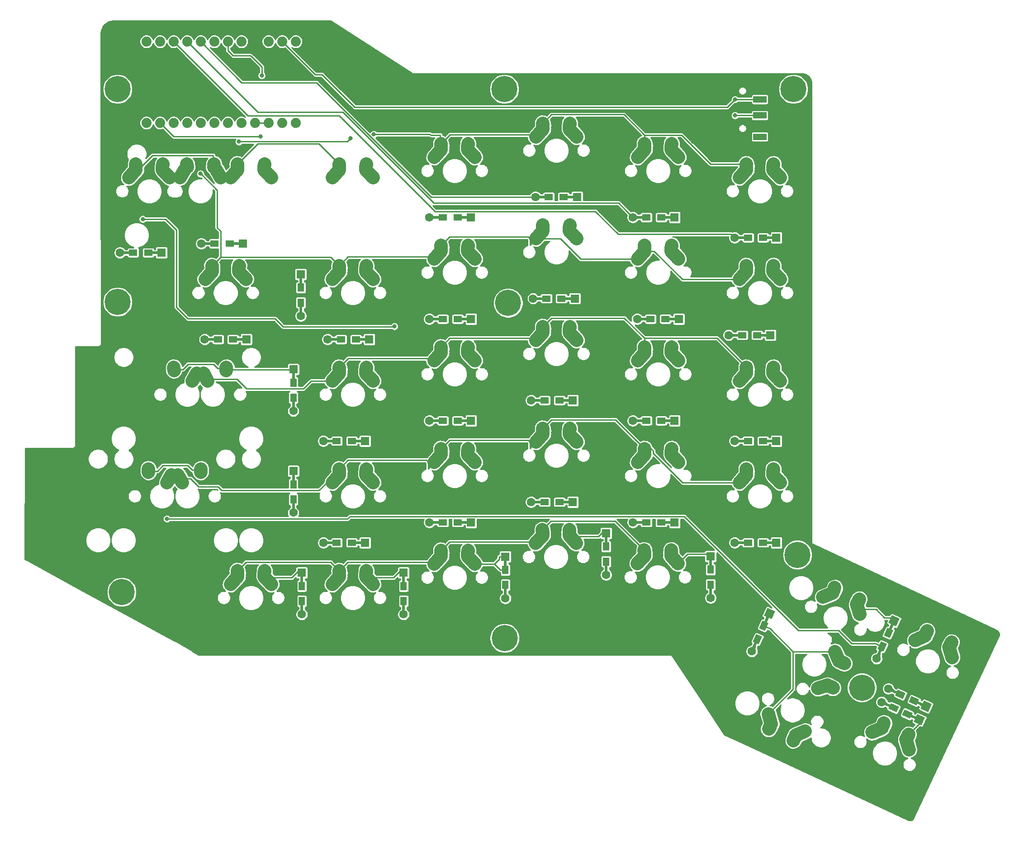
<source format=gbr>
G04 #@! TF.GenerationSoftware,KiCad,Pcbnew,(5.1.5)-3*
G04 #@! TF.CreationDate,2020-01-24T10:20:19+05:30*
G04 #@! TF.ProjectId,ergocape,6572676f-6361-4706-952e-6b696361645f,rev?*
G04 #@! TF.SameCoordinates,Original*
G04 #@! TF.FileFunction,Copper,L1,Top*
G04 #@! TF.FilePolarity,Positive*
%FSLAX46Y46*%
G04 Gerber Fmt 4.6, Leading zero omitted, Abs format (unit mm)*
G04 Created by KiCad (PCBNEW (5.1.5)-3) date 2020-01-24 10:20:19*
%MOMM*%
%LPD*%
G04 APERTURE LIST*
%ADD10C,2.500000*%
%ADD11C,2.000000*%
%ADD12C,4.900000*%
%ADD13R,2.900000X0.500000*%
%ADD14R,1.600000X1.600000*%
%ADD15C,1.600000*%
%ADD16R,1.600000X1.200000*%
%ADD17C,1.879600*%
%ADD18R,0.500000X2.900000*%
%ADD19R,1.200000X1.600000*%
%ADD20C,0.100000*%
%ADD21C,2.500000*%
%ADD22R,2.500000X1.200000*%
%ADD23C,0.800000*%
%ADD24C,0.250000*%
%ADD25C,0.254000*%
G04 APERTURE END LIST*
D10*
X57824999Y-68232900D02*
X57785001Y-67652900D01*
D11*
X62865000Y-67652900D03*
X62825000Y-68232900D03*
D10*
X62825001Y-68232900D02*
X62864999Y-67652900D01*
D11*
X56515000Y-70192900D03*
X57825000Y-68732900D03*
D10*
X62825005Y-68732896D02*
X64134995Y-70192904D01*
X57824995Y-68732896D02*
X56515005Y-70192904D01*
D11*
X64135000Y-70192900D03*
X62825000Y-68732900D03*
X57785000Y-67652900D03*
X57825000Y-68232900D03*
D10*
X53125724Y-49182228D02*
X53086276Y-48603572D01*
X59435816Y-51143207D02*
X58626184Y-49682593D01*
X51816184Y-51143207D02*
X52625816Y-49682593D01*
X58126276Y-49182228D02*
X58165724Y-48603572D01*
D12*
X40132000Y-74447400D03*
X112522000Y-34569400D03*
X166624000Y-34569400D03*
X112586000Y-137439000D03*
X40894000Y-128803000D03*
X113220000Y-74637900D03*
X179451000Y-146710000D03*
X40132000Y-34569400D03*
X167386000Y-121818000D03*
D10*
X45918524Y-106332328D02*
X45879076Y-105753672D01*
X52228616Y-108293307D02*
X51418984Y-106832693D01*
D13*
X124738000Y-54794200D03*
X119738000Y-54794200D03*
D14*
X126138000Y-54794200D03*
D15*
X118338000Y-54794200D03*
D16*
X120838000Y-54794200D03*
X123638000Y-54794200D03*
D17*
X73456800Y-25654000D03*
X70916800Y-25654000D03*
X68376800Y-25654000D03*
X65836800Y-25654000D03*
X63296800Y-25654000D03*
X60756800Y-25654000D03*
X58216800Y-25654000D03*
X55676800Y-25654000D03*
X53136800Y-25654000D03*
X50596800Y-25654000D03*
X48056800Y-25654000D03*
X45516800Y-25654000D03*
X45516800Y-40894000D03*
X48056800Y-40894000D03*
X50596800Y-40894000D03*
X53136800Y-40894000D03*
X55676800Y-40894000D03*
X58216800Y-40894000D03*
X60756800Y-40894000D03*
X63296800Y-40894000D03*
X65836800Y-40894000D03*
X68376800Y-40894000D03*
X70916800Y-40894000D03*
X73456800Y-40894000D03*
D10*
X87947495Y-51142904D02*
X86637505Y-49682896D01*
X81597501Y-48602900D02*
X81637499Y-49182900D01*
X80327505Y-51142904D02*
X81637495Y-49682896D01*
D11*
X81597500Y-48602900D03*
X81637500Y-49182900D03*
X87947500Y-51142900D03*
X86637500Y-49682900D03*
X80327500Y-51142900D03*
X81637500Y-49682900D03*
X86677500Y-48602900D03*
X86637500Y-49182900D03*
D10*
X86677499Y-48602900D02*
X86637501Y-49182900D01*
X188275477Y-158311156D02*
X187705249Y-156434312D01*
X183593880Y-153325507D02*
X183385012Y-153868069D01*
X181369420Y-155090809D02*
X183173702Y-154321217D01*
D11*
X183593879Y-153325506D03*
X183385013Y-153868069D03*
X188275483Y-158311154D03*
X187705243Y-156434315D03*
X181369418Y-155090803D03*
X183173704Y-154321223D03*
X188197923Y-155472407D03*
X187916552Y-155981161D03*
D10*
X188197922Y-155472407D02*
X187916552Y-155981161D01*
D18*
X74422000Y-70677400D03*
X74422000Y-75677400D03*
D14*
X74422000Y-69277400D03*
D15*
X74422000Y-77077400D03*
D19*
X74422000Y-74577400D03*
X74422000Y-71777400D03*
D13*
X104894000Y-58604200D03*
X99894000Y-58604200D03*
D14*
X106294000Y-58604200D03*
D15*
X98494000Y-58604200D03*
D16*
X100994000Y-58604200D03*
X103794000Y-58604200D03*
D13*
X142994000Y-58604200D03*
X137994000Y-58604200D03*
D14*
X144394000Y-58604200D03*
D15*
X136594000Y-58604200D03*
D16*
X139094000Y-58604200D03*
X141894000Y-58604200D03*
D13*
X162044000Y-62414200D03*
X157044000Y-62414200D03*
D14*
X163444000Y-62414200D03*
D15*
X155644000Y-62414200D03*
D16*
X158144000Y-62414200D03*
X160944000Y-62414200D03*
D18*
X93662500Y-126589000D03*
X93662500Y-131589000D03*
D14*
X93662500Y-125189000D03*
D15*
X93662500Y-132989000D03*
D19*
X93662500Y-130489000D03*
X93662500Y-127689000D03*
D18*
X151130000Y-123509000D03*
X151130000Y-128509000D03*
D14*
X151130000Y-122109000D03*
D15*
X151130000Y-129909000D03*
D19*
X151130000Y-127409000D03*
X151130000Y-124609000D03*
D18*
X131572000Y-119191000D03*
X131572000Y-124191000D03*
D14*
X131572000Y-117791000D03*
D15*
X131572000Y-125591000D03*
D19*
X131572000Y-123091000D03*
X131572000Y-120291000D03*
D18*
X73025000Y-88489200D03*
X73025000Y-93489200D03*
D14*
X73025000Y-87089200D03*
D15*
X73025000Y-94889200D03*
D19*
X73025000Y-92389200D03*
X73025000Y-89589200D03*
D18*
X74612500Y-126589000D03*
X74612500Y-131589000D03*
D14*
X74612500Y-125189000D03*
D15*
X74612500Y-132989000D03*
D19*
X74612500Y-130489000D03*
X74612500Y-127689000D03*
D13*
X123944000Y-92894200D03*
X118944000Y-92894200D03*
D14*
X125344000Y-92894200D03*
D15*
X117544000Y-92894200D03*
D16*
X120044000Y-92894200D03*
X122844000Y-92894200D03*
D13*
X62190000Y-63525400D03*
X57190000Y-63525400D03*
D14*
X63590000Y-63525400D03*
D15*
X55790000Y-63525400D03*
D16*
X58290000Y-63525400D03*
X61090000Y-63525400D03*
D18*
X73025000Y-107539000D03*
X73025000Y-112539000D03*
D14*
X73025000Y-106139000D03*
D15*
X73025000Y-113939000D03*
D19*
X73025000Y-111439000D03*
X73025000Y-108639000D03*
D13*
X62825000Y-81464200D03*
X57825000Y-81464200D03*
D14*
X64225000Y-81464200D03*
D15*
X56425000Y-81464200D03*
D16*
X58925000Y-81464200D03*
X61725000Y-81464200D03*
G04 #@! TA.AperFunction,Conductor*
D20*
G36*
X188780968Y-149241326D02*
G01*
X188992277Y-148788173D01*
X191620570Y-150013766D01*
X191409261Y-150466919D01*
X188780968Y-149241326D01*
G37*
G04 #@! TD.AperFunction*
G04 #@! TA.AperFunction,Conductor*
G36*
X184249430Y-147128234D02*
G01*
X184460739Y-146675081D01*
X187089032Y-147900674D01*
X186877723Y-148353827D01*
X184249430Y-147128234D01*
G37*
G04 #@! TD.AperFunction*
G04 #@! TA.AperFunction,ComponentPad*
G36*
X190406459Y-150606163D02*
G01*
X191082648Y-149156070D01*
X192532741Y-149832259D01*
X191856552Y-151282352D01*
X190406459Y-150606163D01*
G37*
G04 #@! TD.AperFunction*
D15*
X184400400Y-146922789D03*
G04 #@! TA.AperFunction,SMDPad,CuDef*
D20*
G36*
X185687552Y-148185024D02*
G01*
X186194694Y-147097455D01*
X187644786Y-147773644D01*
X187137644Y-148861213D01*
X185687552Y-148185024D01*
G37*
G04 #@! TD.AperFunction*
G04 #@! TA.AperFunction,SMDPad,CuDef*
G36*
X188225214Y-149368356D02*
G01*
X188732356Y-148280787D01*
X190182448Y-148956976D01*
X189675306Y-150044545D01*
X188225214Y-149368356D01*
G37*
G04 #@! TD.AperFunction*
G04 #@! TA.AperFunction,Conductor*
G36*
X187530968Y-151740326D02*
G01*
X187742277Y-151287173D01*
X190370570Y-152512766D01*
X190159261Y-152965919D01*
X187530968Y-151740326D01*
G37*
G04 #@! TD.AperFunction*
G04 #@! TA.AperFunction,Conductor*
G36*
X182999430Y-149627234D02*
G01*
X183210739Y-149174081D01*
X185839032Y-150399674D01*
X185627723Y-150852827D01*
X182999430Y-149627234D01*
G37*
G04 #@! TD.AperFunction*
G04 #@! TA.AperFunction,ComponentPad*
G36*
X189156459Y-153105163D02*
G01*
X189832648Y-151655070D01*
X191282741Y-152331259D01*
X190606552Y-153781352D01*
X189156459Y-153105163D01*
G37*
G04 #@! TD.AperFunction*
D15*
X183150400Y-149421789D03*
G04 #@! TA.AperFunction,SMDPad,CuDef*
D20*
G36*
X184437552Y-150684024D02*
G01*
X184944694Y-149596455D01*
X186394786Y-150272644D01*
X185887644Y-151360213D01*
X184437552Y-150684024D01*
G37*
G04 #@! TD.AperFunction*
G04 #@! TA.AperFunction,SMDPad,CuDef*
G36*
X186975214Y-151867356D02*
G01*
X187482356Y-150779787D01*
X188932448Y-151455976D01*
X188425306Y-152543545D01*
X186975214Y-151867356D01*
G37*
G04 #@! TD.AperFunction*
G04 #@! TA.AperFunction,Conductor*
G36*
X161173326Y-135533032D02*
G01*
X160720173Y-135321723D01*
X161945766Y-132693430D01*
X162398919Y-132904739D01*
X161173326Y-135533032D01*
G37*
G04 #@! TD.AperFunction*
G04 #@! TA.AperFunction,Conductor*
G36*
X159060234Y-140064570D02*
G01*
X158607081Y-139853261D01*
X159832674Y-137224968D01*
X160285827Y-137436277D01*
X159060234Y-140064570D01*
G37*
G04 #@! TD.AperFunction*
G04 #@! TA.AperFunction,ComponentPad*
G36*
X162538163Y-133907541D02*
G01*
X161088070Y-133231352D01*
X161764259Y-131781259D01*
X163214352Y-132457448D01*
X162538163Y-133907541D01*
G37*
G04 #@! TD.AperFunction*
D15*
X158854789Y-139913600D03*
G04 #@! TA.AperFunction,SMDPad,CuDef*
D20*
G36*
X160117024Y-138626448D02*
G01*
X159029455Y-138119306D01*
X159705644Y-136669214D01*
X160793213Y-137176356D01*
X160117024Y-138626448D01*
G37*
G04 #@! TD.AperFunction*
G04 #@! TA.AperFunction,SMDPad,CuDef*
G36*
X161300356Y-136088786D02*
G01*
X160212787Y-135581644D01*
X160888976Y-134131552D01*
X161976545Y-134638694D01*
X161300356Y-136088786D01*
G37*
G04 #@! TD.AperFunction*
D18*
X112712000Y-123573000D03*
X112712000Y-128573000D03*
D14*
X112712000Y-122173000D03*
D15*
X112712000Y-129973000D03*
D19*
X112712000Y-127473000D03*
X112712000Y-124673000D03*
D13*
X85050000Y-100514000D03*
X80050000Y-100514000D03*
D14*
X86450000Y-100514000D03*
D15*
X78650000Y-100514000D03*
D16*
X81150000Y-100514000D03*
X83950000Y-100514000D03*
D13*
X162044000Y-119564000D03*
X157044000Y-119564000D03*
D14*
X163444000Y-119564000D03*
D15*
X155644000Y-119564000D03*
D16*
X158144000Y-119564000D03*
X160944000Y-119564000D03*
D13*
X123944000Y-111944000D03*
X118944000Y-111944000D03*
D14*
X125344000Y-111944000D03*
D15*
X117544000Y-111944000D03*
D16*
X120044000Y-111944000D03*
X122844000Y-111944000D03*
D13*
X124293000Y-73812400D03*
X119293000Y-73812400D03*
D14*
X125693000Y-73812400D03*
D15*
X117893000Y-73812400D03*
D16*
X120393000Y-73812400D03*
X123193000Y-73812400D03*
D13*
X142994000Y-96704200D03*
X137994000Y-96704200D03*
D14*
X144394000Y-96704200D03*
D15*
X136594000Y-96704200D03*
D16*
X139094000Y-96704200D03*
X141894000Y-96704200D03*
D13*
X162044000Y-100514000D03*
X157044000Y-100514000D03*
D14*
X163444000Y-100514000D03*
D15*
X155644000Y-100514000D03*
D16*
X158144000Y-100514000D03*
X160944000Y-100514000D03*
D13*
X85843800Y-81464200D03*
X80843800Y-81464200D03*
D14*
X87243800Y-81464200D03*
D15*
X79443800Y-81464200D03*
D16*
X81943800Y-81464200D03*
X84743800Y-81464200D03*
D13*
X143788000Y-77654200D03*
X138788000Y-77654200D03*
D14*
X145188000Y-77654200D03*
D15*
X137388000Y-77654200D03*
D16*
X139888000Y-77654200D03*
X142688000Y-77654200D03*
D13*
X104894000Y-96704200D03*
X99894000Y-96704200D03*
D14*
X106294000Y-96704200D03*
D15*
X98494000Y-96704200D03*
D16*
X100994000Y-96704200D03*
X103794000Y-96704200D03*
D13*
X160932000Y-80670400D03*
X155932000Y-80670400D03*
D14*
X162332000Y-80670400D03*
D15*
X154532000Y-80670400D03*
D16*
X157032000Y-80670400D03*
X159832000Y-80670400D03*
D13*
X142994000Y-115754000D03*
X137994000Y-115754000D03*
D14*
X144394000Y-115754000D03*
D15*
X136594000Y-115754000D03*
D16*
X139094000Y-115754000D03*
X141894000Y-115754000D03*
D13*
X104894000Y-77654200D03*
X99894000Y-77654200D03*
D14*
X106294000Y-77654200D03*
D15*
X98494000Y-77654200D03*
D16*
X100994000Y-77654200D03*
X103794000Y-77654200D03*
D13*
X104894000Y-115754000D03*
X99894000Y-115754000D03*
D14*
X106294000Y-115754000D03*
D15*
X98494000Y-115754000D03*
D16*
X100994000Y-115754000D03*
X103794000Y-115754000D03*
D13*
X85050000Y-119564000D03*
X80050000Y-119564000D03*
D14*
X86450000Y-119564000D03*
D15*
X78650000Y-119564000D03*
D16*
X81150000Y-119564000D03*
X83950000Y-119564000D03*
D10*
X106997995Y-47332904D02*
X105688005Y-45872896D01*
X100648001Y-44792900D02*
X100687999Y-45372900D01*
X99378005Y-47332904D02*
X100687995Y-45872896D01*
D11*
X100648000Y-44792900D03*
X100688000Y-45372900D03*
X106998000Y-47332900D03*
X105688000Y-45872900D03*
X99378000Y-47332900D03*
X100688000Y-45872900D03*
X105728000Y-44792900D03*
X105688000Y-45372900D03*
D10*
X105727999Y-44792900D02*
X105688001Y-45372900D01*
X126047995Y-43522904D02*
X124738005Y-42062896D01*
X119698001Y-40982900D02*
X119737999Y-41562900D01*
X118428005Y-43522904D02*
X119737995Y-42062896D01*
D11*
X119698000Y-40982900D03*
X119738000Y-41562900D03*
X126048000Y-43522900D03*
X124738000Y-42062900D03*
X118428000Y-43522900D03*
X119738000Y-42062900D03*
X124778000Y-40982900D03*
X124738000Y-41562900D03*
D10*
X124777999Y-40982900D02*
X124738001Y-41562900D01*
X145097995Y-47332904D02*
X143788005Y-45872896D01*
X138748001Y-44792900D02*
X138787999Y-45372900D01*
X137478005Y-47332904D02*
X138787995Y-45872896D01*
D11*
X138748000Y-44792900D03*
X138788000Y-45372900D03*
X145098000Y-47332900D03*
X143788000Y-45872900D03*
X137478000Y-47332900D03*
X138788000Y-45872900D03*
X143828000Y-44792900D03*
X143788000Y-45372900D03*
D10*
X143827999Y-44792900D02*
X143788001Y-45372900D01*
X164147995Y-51142904D02*
X162838005Y-49682896D01*
X157798001Y-48602900D02*
X157837999Y-49182900D01*
X156528005Y-51142904D02*
X157837995Y-49682896D01*
D11*
X157798000Y-48602900D03*
X157838000Y-49182900D03*
X164148000Y-51142900D03*
X162838000Y-49682900D03*
X156528000Y-51142900D03*
X157838000Y-49682900D03*
X162878000Y-48602900D03*
X162838000Y-49182900D03*
D10*
X162877999Y-48602900D02*
X162838001Y-49182900D01*
X87947495Y-89242904D02*
X86637505Y-87782896D01*
X81597501Y-86702900D02*
X81637499Y-87282900D01*
X80327505Y-89242904D02*
X81637495Y-87782896D01*
D11*
X81597500Y-86702900D03*
X81637500Y-87282900D03*
X87947500Y-89242900D03*
X86637500Y-87782900D03*
X80327500Y-89242900D03*
X81637500Y-87782900D03*
X86677500Y-86702900D03*
X86637500Y-87282900D03*
D10*
X86677499Y-86702900D02*
X86637501Y-87282900D01*
X87947495Y-127343004D02*
X86637505Y-125882996D01*
X81597501Y-124803000D02*
X81637499Y-125383000D01*
X80327505Y-127343004D02*
X81637495Y-125882996D01*
D11*
X81597500Y-124803000D03*
X81637500Y-125383000D03*
X87947500Y-127343000D03*
X86637500Y-125883000D03*
X80327500Y-127343000D03*
X81637500Y-125883000D03*
X86677500Y-124803000D03*
X86637500Y-125383000D03*
D10*
X86677499Y-124803000D02*
X86637501Y-125383000D01*
X164147995Y-108293004D02*
X162838005Y-106832996D01*
X157798001Y-105753000D02*
X157837999Y-106333000D01*
X156528005Y-108293004D02*
X157837995Y-106832996D01*
D11*
X157798000Y-105753000D03*
X157838000Y-106333000D03*
X164148000Y-108293000D03*
X162838000Y-106833000D03*
X156528000Y-108293000D03*
X157838000Y-106833000D03*
X162878000Y-105753000D03*
X162838000Y-106333000D03*
D10*
X162877999Y-105753000D02*
X162838001Y-106333000D01*
X125983995Y-119659004D02*
X124674005Y-118198996D01*
X119634001Y-117119000D02*
X119673999Y-117699000D01*
X118364005Y-119659004D02*
X119673995Y-118198996D01*
D11*
X119634000Y-117119000D03*
X119674000Y-117699000D03*
X125984000Y-119659000D03*
X124674000Y-118199000D03*
X118364000Y-119659000D03*
X119674000Y-118199000D03*
X124714000Y-117119000D03*
X124674000Y-117699000D03*
D10*
X124713999Y-117119000D02*
X124674001Y-117699000D01*
X145033995Y-123469004D02*
X143724005Y-122008996D01*
X138684001Y-120929000D02*
X138723999Y-121509000D01*
X137414005Y-123469004D02*
X138723995Y-122008996D01*
D11*
X138684000Y-120929000D03*
X138724000Y-121509000D03*
X145034000Y-123469000D03*
X143724000Y-122009000D03*
X137414000Y-123469000D03*
X138724000Y-122009000D03*
X143764000Y-120929000D03*
X143724000Y-121509000D03*
D10*
X143763999Y-120929000D02*
X143724001Y-121509000D01*
X126047995Y-100673004D02*
X124738005Y-99212996D01*
X119698001Y-98133000D02*
X119737999Y-98713000D01*
X118428005Y-100673004D02*
X119737995Y-99212996D01*
D11*
X119698000Y-98133000D03*
X119738000Y-98713000D03*
X126048000Y-100673000D03*
X124738000Y-99213000D03*
X118428000Y-100673000D03*
X119738000Y-99213000D03*
X124778000Y-98133000D03*
X124738000Y-98713000D03*
D10*
X124777999Y-98133000D02*
X124738001Y-98713000D01*
X60483524Y-86703572D02*
X60444076Y-87282228D01*
X54944890Y-87783300D02*
X54132710Y-89242500D01*
X68897495Y-127343004D02*
X67587505Y-125882996D01*
X62547501Y-124803000D02*
X62587499Y-125383000D01*
X61277505Y-127343004D02*
X62587495Y-125882996D01*
D11*
X62547500Y-124803000D03*
X62587500Y-125383000D03*
X68897500Y-127343000D03*
X67587500Y-125883000D03*
X61277500Y-127343000D03*
X62587500Y-125883000D03*
X67627500Y-124803000D03*
X67587500Y-125383000D03*
D10*
X67627499Y-124803000D02*
X67587501Y-125383000D01*
X126047995Y-81622904D02*
X124738005Y-80162896D01*
X119698001Y-79082900D02*
X119737999Y-79662900D01*
X118428005Y-81622904D02*
X119737995Y-80162896D01*
D11*
X119698000Y-79082900D03*
X119738000Y-79662900D03*
X126048000Y-81622900D03*
X124738000Y-80162900D03*
X118428000Y-81622900D03*
X119738000Y-80162900D03*
X124778000Y-79082900D03*
X124738000Y-79662900D03*
D10*
X124777999Y-79082900D02*
X124738001Y-79662900D01*
X126047995Y-62572904D02*
X124738005Y-61112896D01*
X119698001Y-60032900D02*
X119737999Y-60612900D01*
X118428005Y-62572904D02*
X119737995Y-61112896D01*
D11*
X119698000Y-60032900D03*
X119738000Y-60612900D03*
X126048000Y-62572900D03*
X124738000Y-61112900D03*
X118428000Y-62572900D03*
X119738000Y-61112900D03*
X124778000Y-60032900D03*
X124738000Y-60612900D03*
D10*
X124777999Y-60032900D02*
X124738001Y-60612900D01*
X50680924Y-87282228D02*
X50641476Y-86703572D01*
X56992290Y-89242500D02*
X56180110Y-87783300D01*
X68897495Y-51142904D02*
X67587505Y-49682896D01*
X62547501Y-48602900D02*
X62587499Y-49182900D01*
X61277505Y-51142904D02*
X62587495Y-49682896D01*
D11*
X62547500Y-48602900D03*
X62587500Y-49182900D03*
X68897500Y-51142900D03*
X67587500Y-49682900D03*
X61277500Y-51142900D03*
X62587500Y-49682900D03*
X67627500Y-48602900D03*
X67587500Y-49182900D03*
D10*
X67627499Y-48602900D02*
X67587501Y-49182900D01*
X145097995Y-85432904D02*
X143788005Y-83972896D01*
X138748001Y-82892900D02*
X138787999Y-83472900D01*
X137478005Y-85432904D02*
X138787995Y-83972896D01*
D11*
X138748000Y-82892900D03*
X138788000Y-83472900D03*
X145098000Y-85432900D03*
X143788000Y-83972900D03*
X137478000Y-85432900D03*
X138788000Y-83972900D03*
X143828000Y-82892900D03*
X143788000Y-83472900D03*
D10*
X143827999Y-82892900D02*
X143788001Y-83472900D01*
X164147995Y-89242904D02*
X162838005Y-87782896D01*
X157798001Y-86702900D02*
X157837999Y-87282900D01*
X156528005Y-89242904D02*
X157837995Y-87782896D01*
D11*
X157798000Y-86702900D03*
X157838000Y-87282900D03*
X164148000Y-89242900D03*
X162838000Y-87782900D03*
X156528000Y-89242900D03*
X157838000Y-87782900D03*
X162878000Y-86702900D03*
X162838000Y-87282900D03*
D10*
X162877999Y-86702900D02*
X162838001Y-87282900D01*
X87947495Y-70192904D02*
X86637505Y-68732896D01*
X81597501Y-67652900D02*
X81637499Y-68232900D01*
X80327505Y-70192904D02*
X81637495Y-68732896D01*
D11*
X81597500Y-67652900D03*
X81637500Y-68232900D03*
X87947500Y-70192900D03*
X86637500Y-68732900D03*
X80327500Y-70192900D03*
X81637500Y-68732900D03*
X86677500Y-67652900D03*
X86637500Y-68232900D03*
D10*
X86677499Y-67652900D02*
X86637501Y-68232900D01*
X145097995Y-66382904D02*
X143788005Y-64922896D01*
X138748001Y-63842900D02*
X138787999Y-64422900D01*
X137478005Y-66382904D02*
X138787995Y-64922896D01*
D11*
X138748000Y-63842900D03*
X138788000Y-64422900D03*
X145098000Y-66382900D03*
X143788000Y-64922900D03*
X137478000Y-66382900D03*
X138788000Y-64922900D03*
X143828000Y-63842900D03*
X143788000Y-64422900D03*
D10*
X143827999Y-63842900D02*
X143788001Y-64422900D01*
X106997995Y-85432904D02*
X105688005Y-83972896D01*
X100648001Y-82892900D02*
X100687999Y-83472900D01*
X99378005Y-85432904D02*
X100687995Y-83972896D01*
D11*
X100648000Y-82892900D03*
X100688000Y-83472900D03*
X106998000Y-85432900D03*
X105688000Y-83972900D03*
X99378000Y-85432900D03*
X100688000Y-83972900D03*
X105728000Y-82892900D03*
X105688000Y-83472900D03*
D10*
X105727999Y-82892900D02*
X105688001Y-83472900D01*
X55720924Y-105753672D02*
X55681476Y-106332328D01*
X50182290Y-106833400D02*
X49370110Y-108292600D01*
X164147995Y-70192904D02*
X162838005Y-68732896D01*
X157798001Y-67652900D02*
X157837999Y-68232900D01*
X156528005Y-70192904D02*
X157837995Y-68732896D01*
D11*
X157798000Y-67652900D03*
X157838000Y-68232900D03*
X164148000Y-70192900D03*
X162838000Y-68732900D03*
X156528000Y-70192900D03*
X157838000Y-68732900D03*
X162878000Y-67652900D03*
X162838000Y-68232900D03*
D10*
X162877999Y-67652900D02*
X162838001Y-68232900D01*
X196325477Y-141046156D02*
X195755249Y-139169312D01*
X191643880Y-136060507D02*
X191435012Y-136603069D01*
X189419420Y-137825809D02*
X191223702Y-137056217D01*
D11*
X191643879Y-136060506D03*
X191435013Y-136603069D03*
X196325483Y-141046154D03*
X195755243Y-139169315D03*
X189419418Y-137825803D03*
X191223704Y-137056223D03*
X196247923Y-138207407D03*
X195966552Y-138716161D03*
D10*
X196247922Y-138207407D02*
X195966552Y-138716161D01*
X145097995Y-104483004D02*
X143788005Y-103022996D01*
X138748001Y-101943000D02*
X138787999Y-102523000D01*
X137478005Y-104483004D02*
X138787995Y-103022996D01*
D11*
X138748000Y-101943000D03*
X138788000Y-102523000D03*
X145098000Y-104483000D03*
X143788000Y-103023000D03*
X137478000Y-104483000D03*
X138788000Y-103023000D03*
X143828000Y-101943000D03*
X143788000Y-102523000D03*
D10*
X143827999Y-101943000D02*
X143788001Y-102523000D01*
X106997995Y-66382904D02*
X105688005Y-64922896D01*
X100648001Y-63842900D02*
X100687999Y-64422900D01*
X99378005Y-66382904D02*
X100687995Y-64922896D01*
D11*
X100648000Y-63842900D03*
X100688000Y-64422900D03*
X106998000Y-66382900D03*
X105688000Y-64922900D03*
X99378000Y-66382900D03*
X100688000Y-64922900D03*
X105728000Y-63842900D03*
X105688000Y-64422900D03*
D10*
X105727999Y-63842900D02*
X105688001Y-64422900D01*
X106997995Y-123533004D02*
X105688005Y-122072996D01*
X100648001Y-120993000D02*
X100687999Y-121573000D01*
X99378005Y-123533004D02*
X100687995Y-122072996D01*
D11*
X100648000Y-120993000D03*
X100688000Y-121573000D03*
X106998000Y-123533000D03*
X105688000Y-122073000D03*
X99378000Y-123533000D03*
X100688000Y-122073000D03*
X105728000Y-120993000D03*
X105688000Y-121573000D03*
D10*
X105727999Y-120993000D02*
X105688001Y-121573000D01*
X106997995Y-104483004D02*
X105688005Y-103022996D01*
X100648001Y-101943000D02*
X100687999Y-102523000D01*
X99378005Y-104483004D02*
X100687995Y-103022996D01*
D11*
X100648000Y-101943000D03*
X100688000Y-102523000D03*
X106998000Y-104483000D03*
X105688000Y-103023000D03*
X99378000Y-104483000D03*
X100688000Y-103023000D03*
X105728000Y-101943000D03*
X105688000Y-102523000D03*
D10*
X105727999Y-101943000D02*
X105688001Y-102523000D01*
X87947495Y-108293004D02*
X86637505Y-106832996D01*
X81597501Y-105753000D02*
X81637499Y-106333000D01*
X80327505Y-108293004D02*
X81637495Y-106832996D01*
D11*
X81597500Y-105753000D03*
X81637500Y-106333000D03*
X87947500Y-108293000D03*
X86637500Y-106833000D03*
X80327500Y-108293000D03*
X81637500Y-106833000D03*
X86677500Y-105753000D03*
X86637500Y-106333000D03*
D10*
X86677499Y-105753000D02*
X86637501Y-106333000D01*
G04 #@! TA.AperFunction,Conductor*
D20*
G36*
X184507326Y-136893032D02*
G01*
X184054173Y-136681723D01*
X185279766Y-134053430D01*
X185732919Y-134264739D01*
X184507326Y-136893032D01*
G37*
G04 #@! TD.AperFunction*
G04 #@! TA.AperFunction,Conductor*
G36*
X182394234Y-141424570D02*
G01*
X181941081Y-141213261D01*
X183166674Y-138584968D01*
X183619827Y-138796277D01*
X182394234Y-141424570D01*
G37*
G04 #@! TD.AperFunction*
G04 #@! TA.AperFunction,ComponentPad*
G36*
X185872163Y-135267541D02*
G01*
X184422070Y-134591352D01*
X185098259Y-133141259D01*
X186548352Y-133817448D01*
X185872163Y-135267541D01*
G37*
G04 #@! TD.AperFunction*
D15*
X182188789Y-141273600D03*
G04 #@! TA.AperFunction,SMDPad,CuDef*
D20*
G36*
X183451024Y-139986448D02*
G01*
X182363455Y-139479306D01*
X183039644Y-138029214D01*
X184127213Y-138536356D01*
X183451024Y-139986448D01*
G37*
G04 #@! TD.AperFunction*
G04 #@! TA.AperFunction,SMDPad,CuDef*
G36*
X184634356Y-137448786D02*
G01*
X183546787Y-136941644D01*
X184222976Y-135491552D01*
X185310545Y-135998694D01*
X184634356Y-137448786D01*
G37*
G04 #@! TD.AperFunction*
D10*
X179048477Y-132983156D02*
X178478249Y-131106312D01*
X174366880Y-127997507D02*
X174158012Y-128540069D01*
X172142420Y-129762809D02*
X173946702Y-128993217D01*
D11*
X174366879Y-127997506D03*
X174158013Y-128540069D03*
X179048483Y-132983154D03*
X178478243Y-131106315D03*
X172142418Y-129762803D03*
X173946704Y-128993223D03*
X178970923Y-130144407D03*
X178689552Y-130653161D03*
D10*
X178970922Y-130144407D02*
X178689552Y-130653161D01*
X161944523Y-151631844D02*
X162514751Y-153508688D01*
X166626120Y-156617493D02*
X166834988Y-156074931D01*
X168850580Y-154852191D02*
X167046298Y-155621783D01*
D11*
X166626121Y-156617494D03*
X166834987Y-156074931D03*
X161944517Y-151631846D03*
X162514757Y-153508685D03*
X168850582Y-154852197D03*
X167046296Y-155621777D03*
X162022077Y-154470593D03*
X162303448Y-153961839D03*
D10*
X162022078Y-154470593D02*
X162303448Y-153961839D01*
D21*
X176186494Y-142163879D03*
X175643931Y-141955013D03*
D10*
X176186411Y-142164093D02*
X175644013Y-141954799D01*
D11*
X171200846Y-146845483D03*
D21*
X173077685Y-146275243D03*
D10*
X174421191Y-139939420D02*
X175190783Y-141743702D01*
X171200844Y-146845477D02*
X173077688Y-146275249D01*
D11*
X174421197Y-139939418D03*
D21*
X175190777Y-141743704D03*
D11*
X174039593Y-146767923D03*
X173530839Y-146486552D03*
D10*
X174039704Y-146767722D02*
X173530728Y-146486752D01*
D22*
X160352000Y-39506900D03*
X160352000Y-36506900D03*
X160352000Y-43506900D03*
X153852000Y-44606900D03*
D13*
X46950000Y-65227200D03*
X41950000Y-65227200D03*
D14*
X48350000Y-65227200D03*
D15*
X40550000Y-65227200D03*
D16*
X43050000Y-65227200D03*
X45850000Y-65227200D03*
D10*
X49860195Y-51155604D02*
X48550205Y-49695596D01*
X43510201Y-48615600D02*
X43550199Y-49195600D01*
X42240205Y-51155604D02*
X43550195Y-49695596D01*
D11*
X43510200Y-48615600D03*
X43550200Y-49195600D03*
X49860200Y-51155600D03*
X48550200Y-49695600D03*
X42240200Y-51155600D03*
X43550200Y-49695600D03*
X48590200Y-48615600D03*
X48550200Y-49195600D03*
D10*
X48590199Y-48615600D02*
X48550201Y-49195600D01*
D23*
X155709100Y-36506900D03*
X158470100Y-44606900D03*
X67106700Y-32003900D03*
X44831000Y-58928000D03*
X91948000Y-79044800D03*
X49383600Y-115082300D03*
X88091200Y-43031000D03*
X66853200Y-43447000D03*
X55632100Y-50439500D03*
X155708500Y-39506900D03*
X62814200Y-44424600D03*
X83693000Y-43815000D03*
D24*
X68376800Y-40894000D02*
X65836800Y-40894000D01*
X160352000Y-36506900D02*
X155709100Y-36506900D01*
X84521538Y-37976870D02*
X154239130Y-37976870D01*
X154239130Y-37976870D02*
X155709100Y-36506900D01*
X77045800Y-31783000D02*
X77071200Y-31783000D01*
X77110290Y-31822090D02*
X78366759Y-31822090D01*
X70916800Y-25654000D02*
X77045800Y-31783000D01*
X77071200Y-31783000D02*
X77110290Y-31822090D01*
X78366759Y-31822090D02*
X84521538Y-37976870D01*
X153852000Y-44606900D02*
X158470100Y-44606900D01*
X73071700Y-32888900D02*
X65836800Y-25654000D01*
X84146090Y-38883290D02*
X78151700Y-32888900D01*
X147764434Y-44606900D02*
X145866325Y-42708790D01*
X78151700Y-32888900D02*
X73071700Y-32888900D01*
X153852000Y-44606900D02*
X147764434Y-44606900D01*
X145866325Y-42708790D02*
X138955724Y-42708790D01*
X138955724Y-42708790D02*
X135130225Y-38883290D01*
X135130225Y-38883290D02*
X84146090Y-38883290D01*
X74422000Y-69277400D02*
X74422000Y-70677400D01*
X74422000Y-71777400D02*
X74422000Y-70677400D01*
X87292500Y-50412900D02*
X86637500Y-49757900D01*
X86637500Y-49757900D02*
X86637500Y-49682900D01*
X86657500Y-48892900D02*
X86637500Y-48912900D01*
X86637500Y-48912900D02*
X86637500Y-49182900D01*
X74422000Y-75677400D02*
X74422000Y-77077400D01*
X74422000Y-74577400D02*
X74422000Y-75677400D01*
X93662500Y-132989000D02*
X93662500Y-131589000D01*
X93662500Y-130489000D02*
X93662500Y-131589000D01*
X78650000Y-100514000D02*
X80050000Y-100514000D01*
X81150000Y-100514000D02*
X80050000Y-100514000D01*
X79443800Y-81464200D02*
X80843800Y-81464200D01*
X81943800Y-81464200D02*
X80843800Y-81464200D01*
X78650000Y-119564000D02*
X80050000Y-119564000D01*
X81150000Y-119564000D02*
X80050000Y-119564000D01*
X60756800Y-25654000D02*
X60756800Y-27355800D01*
X60756800Y-27355800D02*
X61722000Y-28321000D01*
X61722000Y-28321000D02*
X65024000Y-28321000D01*
X65024000Y-28321000D02*
X67106700Y-30403700D01*
X67106700Y-30403700D02*
X67106700Y-32003900D01*
X106294000Y-58604200D02*
X104894000Y-58604200D01*
X103794000Y-58604200D02*
X104894000Y-58604200D01*
X106343000Y-46602900D02*
X105688000Y-45947900D01*
X105688000Y-45947900D02*
X105688000Y-45872900D01*
X105708000Y-45082900D02*
X105688000Y-45102900D01*
X105688000Y-45102900D02*
X105688000Y-45372900D01*
X98494000Y-58604200D02*
X99894000Y-58604200D01*
X100994000Y-58604200D02*
X99894000Y-58604200D01*
X112712000Y-129973000D02*
X112712000Y-128573000D01*
X112712000Y-127473000D02*
X112712000Y-128573000D01*
X98494000Y-96704200D02*
X99894000Y-96704200D01*
X100994000Y-96704200D02*
X99894000Y-96704200D01*
X98494000Y-77654200D02*
X99894000Y-77654200D01*
X100994000Y-77654200D02*
X99894000Y-77654200D01*
X98494000Y-115754000D02*
X99894000Y-115754000D01*
X100994000Y-115754000D02*
X99894000Y-115754000D01*
X44831000Y-58928000D02*
X45396685Y-58928000D01*
X45396685Y-58928000D02*
X49098200Y-58928000D01*
X49098200Y-58928000D02*
X51130200Y-60960000D01*
X51130200Y-60960000D02*
X51130200Y-75438000D01*
X51130200Y-75438000D02*
X53289200Y-77597000D01*
X53289200Y-77597000D02*
X69621400Y-77597000D01*
X69621400Y-77597000D02*
X71094600Y-79070200D01*
X71094600Y-79070200D02*
X91922600Y-79070200D01*
X91922600Y-79070200D02*
X91948000Y-79044800D01*
X55676800Y-25654000D02*
X63365300Y-33342500D01*
X63365300Y-33342500D02*
X77372500Y-33342500D01*
X77372500Y-33342500D02*
X98824200Y-54794200D01*
X98824200Y-54794200D02*
X118338000Y-54794200D01*
X118338000Y-54794200D02*
X119738000Y-54794200D01*
X120838000Y-54794200D02*
X119738000Y-54794200D01*
X131572000Y-125591000D02*
X131572000Y-124191000D01*
X131572000Y-123091000D02*
X131572000Y-124191000D01*
X117544000Y-92894200D02*
X118944000Y-92894200D01*
X120044000Y-92894200D02*
X118944000Y-92894200D01*
X117544000Y-111944000D02*
X118944000Y-111944000D01*
X120044000Y-111944000D02*
X118944000Y-111944000D01*
X117893000Y-73812400D02*
X119293000Y-73812400D01*
X120393000Y-73812400D02*
X119293000Y-73812400D01*
X123638000Y-54794200D02*
X124738000Y-54794200D01*
X126138000Y-54794200D02*
X124738000Y-54794200D01*
X125393000Y-42792900D02*
X124738000Y-42137900D01*
X124738000Y-42137900D02*
X124738000Y-42062900D01*
X124758000Y-41272900D02*
X124738000Y-41292900D01*
X124738000Y-41292900D02*
X124738000Y-41562900D01*
X141894000Y-58604200D02*
X142994000Y-58604200D01*
X144394000Y-58604200D02*
X142994000Y-58604200D01*
X144443000Y-46602900D02*
X143788000Y-45947900D01*
X143788000Y-45947900D02*
X143788000Y-45872900D01*
X143808000Y-45082900D02*
X143788000Y-45102900D01*
X143788000Y-45102900D02*
X143788000Y-45372900D01*
X53136800Y-25654000D02*
X66366000Y-38883200D01*
X66366000Y-38883200D02*
X82271800Y-38883200D01*
X82271800Y-38883200D02*
X99311500Y-55922900D01*
X99311500Y-55922900D02*
X133912700Y-55922900D01*
X133912700Y-55922900D02*
X135480100Y-57490300D01*
X137994000Y-58604200D02*
X136215500Y-58604200D01*
X135480100Y-57490300D02*
X136215500Y-58225700D01*
X136215500Y-58225700D02*
X136215500Y-58604200D01*
X136594000Y-58604200D02*
X135480100Y-57490300D01*
X139094000Y-58604200D02*
X137994000Y-58604200D01*
X151130000Y-129909000D02*
X151130000Y-128509000D01*
X151130000Y-127409000D02*
X151130000Y-128509000D01*
X136594000Y-96704200D02*
X137994000Y-96704200D01*
X139094000Y-96704200D02*
X137994000Y-96704200D01*
X137388000Y-77654200D02*
X138788000Y-77654200D01*
X139888000Y-77654200D02*
X138788000Y-77654200D01*
X136594000Y-115754000D02*
X137994000Y-115754000D01*
X139094000Y-115754000D02*
X137994000Y-115754000D01*
X155644000Y-62414200D02*
X154944000Y-61714200D01*
X154944000Y-61714200D02*
X133814500Y-61714200D01*
X133814500Y-61714200D02*
X129575900Y-57475600D01*
X129575900Y-57475600D02*
X99525400Y-57475600D01*
X99525400Y-57475600D02*
X81613200Y-39563400D01*
X81613200Y-39563400D02*
X64506200Y-39563400D01*
X64506200Y-39563400D02*
X50596800Y-25654000D01*
X155644000Y-62414200D02*
X157044000Y-62414200D01*
X158144000Y-62414200D02*
X157044000Y-62414200D01*
X158854800Y-139913600D02*
X159446500Y-139321900D01*
X159446500Y-139321900D02*
X159446500Y-138644800D01*
X159911300Y-137647800D02*
X159446500Y-138112600D01*
X159446500Y-138112600D02*
X159446500Y-138644800D01*
X155644000Y-119564000D02*
X157044000Y-119564000D01*
X158144000Y-119564000D02*
X157044000Y-119564000D01*
X155644000Y-100514000D02*
X157044000Y-100514000D01*
X158144000Y-100514000D02*
X157044000Y-100514000D01*
X154532000Y-80670400D02*
X155932000Y-80670400D01*
X157032000Y-80670400D02*
X155932000Y-80670400D01*
X160944000Y-62414200D02*
X162044000Y-62414200D01*
X163444000Y-62414200D02*
X162044000Y-62414200D01*
X163493000Y-50412900D02*
X162838000Y-49757900D01*
X162838000Y-49757900D02*
X162838000Y-49682900D01*
X162858000Y-48892900D02*
X162838000Y-48912900D01*
X162838000Y-48912900D02*
X162838000Y-49182900D01*
X93662500Y-127689000D02*
X93662500Y-126589000D01*
X93662500Y-125189000D02*
X93662500Y-124810500D01*
X93662500Y-126589000D02*
X93662500Y-125189000D01*
X87002500Y-126248000D02*
X87161300Y-126089200D01*
X87161300Y-126089200D02*
X91805300Y-126089200D01*
X91805300Y-126089200D02*
X93084000Y-124810500D01*
X93084000Y-124810500D02*
X93662500Y-124810500D01*
X87292500Y-126613000D02*
X87002500Y-126323000D01*
X87002500Y-126323000D02*
X87002500Y-126248000D01*
X87002500Y-126248000D02*
X86637500Y-125883000D01*
X86657500Y-125093000D02*
X86637500Y-125113000D01*
X86637500Y-125113000D02*
X86637500Y-125383000D01*
X151130000Y-124609000D02*
X151130000Y-123509000D01*
X151130000Y-122109000D02*
X151130000Y-121730500D01*
X151130000Y-123509000D02*
X151130000Y-122109000D01*
X145034000Y-123469000D02*
X146772500Y-121730500D01*
X146772500Y-121730500D02*
X151130000Y-121730500D01*
X144379000Y-122739000D02*
X143724000Y-122084000D01*
X143724000Y-122084000D02*
X143724000Y-122009000D01*
X143744000Y-121219000D02*
X143724000Y-121239000D01*
X143724000Y-121239000D02*
X143724000Y-121509000D01*
X131572000Y-120291000D02*
X131572000Y-119191000D01*
X131572000Y-117791000D02*
X131572000Y-117412500D01*
X131572000Y-119191000D02*
X131572000Y-117791000D01*
X125039000Y-118564000D02*
X125197800Y-118405200D01*
X125197800Y-118405200D02*
X130145400Y-118405200D01*
X130145400Y-118405200D02*
X131138100Y-117412500D01*
X131138100Y-117412500D02*
X131572000Y-117412500D01*
X125329000Y-118929000D02*
X125039000Y-118639000D01*
X125039000Y-118639000D02*
X125039000Y-118564000D01*
X125039000Y-118564000D02*
X124674000Y-118199000D01*
X124694000Y-117409000D02*
X124674000Y-117429000D01*
X124674000Y-117429000D02*
X124674000Y-117699000D01*
X73025000Y-87104700D02*
X73025000Y-88489200D01*
X73025000Y-87089200D02*
X73025000Y-87104700D01*
X73025000Y-87104700D02*
X62102900Y-87104700D01*
X62102900Y-87104700D02*
X62102900Y-87104600D01*
X60463800Y-86992900D02*
X62102900Y-87104600D01*
X73025000Y-89589200D02*
X73025000Y-88489200D01*
X60463800Y-86992900D02*
X58824700Y-86881200D01*
X50661200Y-86992900D02*
X52300300Y-87104600D01*
X52300300Y-87104600D02*
X53300700Y-86104200D01*
X53300700Y-86104200D02*
X58047800Y-86104200D01*
X58047800Y-86104200D02*
X58824700Y-86881100D01*
X58824700Y-86881100D02*
X58824700Y-86881200D01*
X74612500Y-127689000D02*
X74612500Y-126589000D01*
X74612500Y-125189000D02*
X74612500Y-124810500D01*
X74612500Y-126589000D02*
X74612500Y-125189000D01*
X67952500Y-126248000D02*
X68111300Y-126089200D01*
X68111300Y-126089200D02*
X72755300Y-126089200D01*
X72755300Y-126089200D02*
X74034000Y-124810500D01*
X74034000Y-124810500D02*
X74612500Y-124810500D01*
X68242500Y-126613000D02*
X67952500Y-126323000D01*
X67952500Y-126323000D02*
X67952500Y-126248000D01*
X67952500Y-126248000D02*
X67587500Y-125883000D01*
X67607500Y-125093000D02*
X67587500Y-125113000D01*
X67587500Y-125113000D02*
X67587500Y-125383000D01*
X122844000Y-92894200D02*
X123944000Y-92894200D01*
X125344000Y-92894200D02*
X123944000Y-92894200D01*
X125393000Y-80892900D02*
X124738000Y-80237900D01*
X124738000Y-80237900D02*
X124738000Y-80162900D01*
X124758000Y-79372900D02*
X124738000Y-79392900D01*
X124738000Y-79392900D02*
X124738000Y-79662900D01*
X63590000Y-63525400D02*
X62190000Y-63525400D01*
X61090000Y-63525400D02*
X62190000Y-63525400D01*
X68242500Y-50412900D02*
X67587500Y-49757900D01*
X67587500Y-49757900D02*
X67587500Y-49682900D01*
X67607500Y-48892900D02*
X67587500Y-48912900D01*
X67587500Y-48912900D02*
X67587500Y-49182900D01*
X55701200Y-106043000D02*
X54062100Y-105931300D01*
X45898800Y-106043000D02*
X47537900Y-106154700D01*
X47537900Y-106154700D02*
X48570400Y-105122200D01*
X48570400Y-105122200D02*
X53253100Y-105122200D01*
X53253100Y-105122200D02*
X54062100Y-105931200D01*
X54062100Y-105931200D02*
X54062100Y-105931300D01*
X73025000Y-106139000D02*
X73025000Y-107539000D01*
X73025000Y-108639000D02*
X73025000Y-107539000D01*
X62845000Y-67942900D02*
X62825000Y-67962900D01*
X62825000Y-67962900D02*
X62825000Y-68232900D01*
X63480000Y-69462900D02*
X62825000Y-68807900D01*
X62825000Y-68807900D02*
X62825000Y-68732900D01*
X64225000Y-81464200D02*
X62825000Y-81464200D01*
X61725000Y-81464200D02*
X62825000Y-81464200D01*
X191469600Y-150219200D02*
X190792500Y-150219200D01*
X190792500Y-150219200D02*
X190200800Y-149627500D01*
X189203800Y-149162700D02*
X189736000Y-149162700D01*
X189736000Y-149162700D02*
X190200800Y-149627500D01*
X196040400Y-140107700D02*
X195755200Y-139822500D01*
X195755200Y-139822500D02*
X195755200Y-139169300D01*
X196107200Y-138461800D02*
X195966600Y-138602400D01*
X195966600Y-138602400D02*
X195966600Y-138716200D01*
X182031400Y-138441800D02*
X177536700Y-138441800D01*
X177536700Y-138441800D02*
X175092400Y-135997500D01*
X175092400Y-135997500D02*
X167563600Y-135997500D01*
X167563600Y-135997500D02*
X146191500Y-114625400D01*
X146191500Y-114625400D02*
X83629700Y-114625400D01*
X83629700Y-114625400D02*
X83172800Y-115082300D01*
X83172800Y-115082300D02*
X49383600Y-115082300D01*
X183245300Y-139007800D02*
X182031400Y-138441800D01*
X184400400Y-146922800D02*
X185077500Y-146922800D01*
X185077500Y-146922800D02*
X185669200Y-147514500D01*
X186666200Y-147979300D02*
X186134000Y-147979300D01*
X186134000Y-147979300D02*
X185669200Y-147514500D01*
X183150400Y-149421800D02*
X183827500Y-149421800D01*
X183827500Y-149421800D02*
X184419200Y-150013500D01*
X185416200Y-150478300D02*
X184884000Y-150478300D01*
X184884000Y-150478300D02*
X184419200Y-150013500D01*
X182780500Y-140004800D02*
X183245300Y-139540000D01*
X183245300Y-139540000D02*
X183245300Y-139007800D01*
X182188800Y-141273600D02*
X182780500Y-140681900D01*
X182780500Y-140681900D02*
X182780500Y-140004800D01*
X40550000Y-65227200D02*
X41950000Y-65227200D01*
X43050000Y-65227200D02*
X41950000Y-65227200D01*
X187953800Y-151661700D02*
X188486000Y-151661700D01*
X188486000Y-151661700D02*
X188950800Y-152126500D01*
X188950800Y-152126500D02*
X190753600Y-152967100D01*
X188197900Y-155472400D02*
X190267800Y-153402500D01*
X190267800Y-153402500D02*
X190318200Y-153402500D01*
X190318200Y-153402500D02*
X190753600Y-152967100D01*
X187990400Y-157372700D02*
X187705200Y-157087500D01*
X187705200Y-157087500D02*
X187705200Y-156434300D01*
X188057200Y-155726800D02*
X187916600Y-155867400D01*
X187916600Y-155867400D02*
X187916600Y-155981200D01*
X166571800Y-139939400D02*
X162308600Y-135676200D01*
X174421200Y-139939400D02*
X166571800Y-139939400D01*
X166571800Y-139939400D02*
X166571800Y-147004500D01*
X166571800Y-147004500D02*
X161944500Y-151631800D01*
X161559500Y-134113200D02*
X161094700Y-134578000D01*
X161094700Y-134578000D02*
X161094700Y-135110200D01*
X162151200Y-132844400D02*
X161559500Y-133436100D01*
X161559500Y-133436100D02*
X161559500Y-134113200D01*
X161094700Y-135110200D02*
X162308600Y-135676200D01*
X162229600Y-152570300D02*
X162514800Y-152855500D01*
X162514800Y-152855500D02*
X162514800Y-153508700D01*
X162162800Y-154216200D02*
X162303400Y-154075600D01*
X162303400Y-154075600D02*
X162303400Y-153961800D01*
X175915200Y-142059400D02*
X176082000Y-142059400D01*
X176082000Y-142059400D02*
X176186500Y-142163900D01*
X175643900Y-141955000D02*
X175748300Y-142059400D01*
X175748300Y-142059400D02*
X175915200Y-142059400D01*
X175190800Y-141743700D02*
X175432600Y-141743700D01*
X175432600Y-141743700D02*
X175643900Y-141955000D01*
X112712000Y-122173000D02*
X111583500Y-122173000D01*
X112712000Y-123573000D02*
X112712000Y-122173000D01*
X111583500Y-122173000D02*
X111583500Y-122593000D01*
X111583500Y-122593000D02*
X110643500Y-123533000D01*
X110643500Y-123533000D02*
X111783500Y-124673000D01*
X106998000Y-123533000D02*
X110643500Y-123533000D01*
X112712000Y-124673000D02*
X111783500Y-124673000D01*
X106343000Y-122803000D02*
X105688000Y-122148000D01*
X105688000Y-122148000D02*
X105688000Y-122073000D01*
X105708000Y-121283000D02*
X105688000Y-121303000D01*
X105688000Y-121303000D02*
X105688000Y-121573000D01*
X86450000Y-100514000D02*
X85050000Y-100514000D01*
X83950000Y-100514000D02*
X85050000Y-100514000D01*
X87292500Y-88512900D02*
X86637500Y-87857900D01*
X86637500Y-87857900D02*
X86637500Y-87782900D01*
X86657500Y-86992900D02*
X86637500Y-87012900D01*
X86637500Y-87012900D02*
X86637500Y-87282900D01*
X163444000Y-119564000D02*
X162044000Y-119564000D01*
X160944000Y-119564000D02*
X162044000Y-119564000D01*
X163493000Y-107563000D02*
X162838000Y-106908000D01*
X162838000Y-106908000D02*
X162838000Y-106833000D01*
X162858000Y-106043000D02*
X162838000Y-106063000D01*
X162838000Y-106063000D02*
X162838000Y-106333000D01*
X122844000Y-111944000D02*
X123944000Y-111944000D01*
X125344000Y-111944000D02*
X123944000Y-111944000D01*
X125393000Y-99943000D02*
X124738000Y-99288000D01*
X124738000Y-99288000D02*
X124738000Y-99213000D01*
X124758000Y-98423000D02*
X124738000Y-98443000D01*
X124738000Y-98443000D02*
X124738000Y-98713000D01*
X123193000Y-73812400D02*
X124293000Y-73812400D01*
X125693000Y-73812400D02*
X124293000Y-73812400D01*
X125393000Y-61842900D02*
X124738000Y-61187900D01*
X124738000Y-61187900D02*
X124738000Y-61112900D01*
X124758000Y-60322900D02*
X124738000Y-60342900D01*
X124738000Y-60342900D02*
X124738000Y-60612900D01*
X141894000Y-96704200D02*
X142994000Y-96704200D01*
X144394000Y-96704200D02*
X142994000Y-96704200D01*
X144443000Y-84702900D02*
X143788000Y-84047900D01*
X143788000Y-84047900D02*
X143788000Y-83972900D01*
X143808000Y-83182900D02*
X143788000Y-83202900D01*
X143788000Y-83202900D02*
X143788000Y-83472900D01*
X160944000Y-100514000D02*
X162044000Y-100514000D01*
X163444000Y-100514000D02*
X162044000Y-100514000D01*
X163493000Y-88512900D02*
X162838000Y-87857900D01*
X162838000Y-87857900D02*
X162838000Y-87782900D01*
X162858000Y-86992900D02*
X162838000Y-87012900D01*
X162838000Y-87012900D02*
X162838000Y-87282900D01*
X84743800Y-81464200D02*
X85843800Y-81464200D01*
X87243800Y-81464200D02*
X85843800Y-81464200D01*
X87292500Y-69462900D02*
X86637500Y-68807900D01*
X86637500Y-68807900D02*
X86637500Y-68732900D01*
X86657500Y-67942900D02*
X86637500Y-67962900D01*
X86637500Y-67962900D02*
X86637500Y-68232900D01*
X145188000Y-77654200D02*
X143788000Y-77654200D01*
X142688000Y-77654200D02*
X143788000Y-77654200D01*
X144443000Y-65652900D02*
X143788000Y-64997900D01*
X143788000Y-64997900D02*
X143788000Y-64922900D01*
X143808000Y-64132900D02*
X143788000Y-64152900D01*
X143788000Y-64152900D02*
X143788000Y-64422900D01*
X103794000Y-96704200D02*
X104894000Y-96704200D01*
X106294000Y-96704200D02*
X104894000Y-96704200D01*
X106343000Y-84702900D02*
X105688000Y-84047900D01*
X105688000Y-84047900D02*
X105688000Y-83972900D01*
X105708000Y-83182900D02*
X105688000Y-83202900D01*
X105688000Y-83202900D02*
X105688000Y-83472900D01*
X162332000Y-80670400D02*
X160932000Y-80670400D01*
X159832000Y-80670400D02*
X160932000Y-80670400D01*
X163493000Y-69462900D02*
X162838000Y-68807900D01*
X162838000Y-68807900D02*
X162838000Y-68732900D01*
X162858000Y-67942900D02*
X162838000Y-67962900D01*
X162838000Y-67962900D02*
X162838000Y-68232900D01*
X141894000Y-115754000D02*
X142994000Y-115754000D01*
X144394000Y-115754000D02*
X142994000Y-115754000D01*
X144443000Y-103753000D02*
X143788000Y-103098000D01*
X143788000Y-103098000D02*
X143788000Y-103023000D01*
X143808000Y-102233000D02*
X143788000Y-102253000D01*
X143788000Y-102253000D02*
X143788000Y-102523000D01*
X106294000Y-77654200D02*
X104894000Y-77654200D01*
X103794000Y-77654200D02*
X104894000Y-77654200D01*
X106343000Y-65652900D02*
X105688000Y-64997900D01*
X105688000Y-64997900D02*
X105688000Y-64922900D01*
X105708000Y-64132900D02*
X105688000Y-64152900D01*
X105688000Y-64152900D02*
X105688000Y-64422900D01*
X103794000Y-115754000D02*
X104894000Y-115754000D01*
X106294000Y-115754000D02*
X104894000Y-115754000D01*
X106343000Y-103753000D02*
X105688000Y-103098000D01*
X105688000Y-103098000D02*
X105688000Y-103023000D01*
X105708000Y-102233000D02*
X105688000Y-102253000D01*
X105688000Y-102253000D02*
X105688000Y-102523000D01*
X86450000Y-119564000D02*
X85050000Y-119564000D01*
X83950000Y-119564000D02*
X85050000Y-119564000D01*
X87292500Y-107563000D02*
X86637500Y-106908000D01*
X86637500Y-106908000D02*
X86637500Y-106833000D01*
X86657500Y-106043000D02*
X86637500Y-106063000D01*
X86637500Y-106063000D02*
X86637500Y-106333000D01*
X100668000Y-45082900D02*
X100536300Y-43173000D01*
X88091200Y-43031000D02*
X98616100Y-43031000D01*
X98616100Y-43031000D02*
X98758100Y-43173000D01*
X98758100Y-43173000D02*
X100536300Y-43173000D01*
X81597500Y-48602900D02*
X77806500Y-44811900D01*
X77806500Y-44811900D02*
X66338500Y-44811900D01*
X66338500Y-44811900D02*
X62547500Y-48602900D01*
X81617500Y-48892900D02*
X81617500Y-48622900D01*
X81617500Y-48622900D02*
X81597500Y-48602900D01*
X80982500Y-50412900D02*
X81637500Y-49757900D01*
X81637500Y-49757900D02*
X81637500Y-49682900D01*
X100033000Y-46602900D02*
X100688000Y-45947900D01*
X100688000Y-45947900D02*
X100688000Y-45872900D01*
X100668000Y-44792900D02*
X100668000Y-45082900D01*
X118428000Y-43522900D02*
X118032100Y-43127000D01*
X118032100Y-43127000D02*
X102333900Y-43127000D01*
X102333900Y-43127000D02*
X100668000Y-44792900D01*
X100668000Y-44792900D02*
X100648000Y-44792900D01*
X119083000Y-42792900D02*
X119738000Y-42137900D01*
X119738000Y-42137900D02*
X119738000Y-42062900D01*
X119718000Y-40982900D02*
X119718000Y-41272900D01*
X138768000Y-43162000D02*
X134942500Y-39336500D01*
X134942500Y-39336500D02*
X121364400Y-39336500D01*
X121364400Y-39336500D02*
X119718000Y-40982900D01*
X119718000Y-40982900D02*
X119698000Y-40982900D01*
X157798000Y-48602900D02*
X151119500Y-48602900D01*
X151119500Y-48602900D02*
X145678600Y-43162000D01*
X145678600Y-43162000D02*
X138768000Y-43162000D01*
X138768000Y-43162000D02*
X138768000Y-44792900D01*
X138133000Y-46602900D02*
X138788000Y-45947900D01*
X138788000Y-45947900D02*
X138788000Y-45872900D01*
X138768000Y-44792900D02*
X138768000Y-45082900D01*
X138768000Y-44792900D02*
X138748000Y-44792900D01*
X157183000Y-50412900D02*
X157838000Y-49757900D01*
X157838000Y-49757900D02*
X157838000Y-49682900D01*
X157838000Y-49182900D02*
X157818000Y-49162900D01*
X157818000Y-49162900D02*
X157818000Y-48892900D01*
X61277500Y-51142900D02*
X59761000Y-51142900D01*
X59761000Y-51142900D02*
X59031000Y-50412900D01*
X61932500Y-50412900D02*
X62587500Y-49757900D01*
X62587500Y-49757900D02*
X62587500Y-49682900D01*
X62587500Y-49182900D02*
X62567500Y-49162900D01*
X62567500Y-49162900D02*
X62567500Y-48892900D01*
X43550200Y-49165200D02*
X44492700Y-49165200D01*
X44492700Y-49165200D02*
X46672700Y-46985200D01*
X46672700Y-46985200D02*
X57493900Y-46985200D01*
X57493900Y-46985200D02*
X57495000Y-46984100D01*
X57495000Y-46984100D02*
X58015900Y-46984100D01*
X43530200Y-48905600D02*
X43530200Y-49145200D01*
X43530200Y-49145200D02*
X43550200Y-49165200D01*
X43550200Y-49195600D02*
X43550200Y-49165200D01*
X58146000Y-48892900D02*
X58015900Y-46984100D01*
X42895200Y-50425600D02*
X43550200Y-49770600D01*
X43550200Y-49770600D02*
X43550200Y-49695600D01*
X80982500Y-88512900D02*
X81637500Y-87857900D01*
X81637500Y-87857900D02*
X81637500Y-87782900D01*
X81617500Y-86702900D02*
X81617500Y-86992900D01*
X99378000Y-85432900D02*
X98980300Y-85035200D01*
X98980300Y-85035200D02*
X83285200Y-85035200D01*
X83285200Y-85035200D02*
X81617500Y-86702900D01*
X81617500Y-86702900D02*
X81597500Y-86702900D01*
X118428000Y-81622900D02*
X118030300Y-81225200D01*
X118030300Y-81225200D02*
X102315700Y-81225200D01*
X102315700Y-81225200D02*
X100648000Y-82892900D01*
X119083000Y-80892900D02*
X119738000Y-80237900D01*
X119738000Y-80237900D02*
X119738000Y-80162900D01*
X119718000Y-79082900D02*
X119718000Y-79372900D01*
X138768000Y-81245600D02*
X134991900Y-77469500D01*
X134991900Y-77469500D02*
X121331400Y-77469500D01*
X121331400Y-77469500D02*
X119718000Y-79082900D01*
X119718000Y-79082900D02*
X119698000Y-79082900D01*
X157798000Y-86702900D02*
X152340700Y-81245600D01*
X152340700Y-81245600D02*
X138768000Y-81245600D01*
X138768000Y-81245600D02*
X138768000Y-82892900D01*
X138133000Y-84702900D02*
X138788000Y-84047900D01*
X138788000Y-84047900D02*
X138788000Y-83972900D01*
X138768000Y-82892900D02*
X138768000Y-83182900D01*
X138768000Y-82892900D02*
X138748000Y-82892900D01*
X157183000Y-88512900D02*
X157838000Y-87857900D01*
X157838000Y-87857900D02*
X157838000Y-87782900D01*
X157838000Y-87282900D02*
X157818000Y-87262900D01*
X157818000Y-87262900D02*
X157818000Y-86992900D01*
X100033000Y-84702900D02*
X100688000Y-84047900D01*
X100688000Y-84047900D02*
X100688000Y-83972900D01*
X100688000Y-83472900D02*
X100668000Y-83452900D01*
X100668000Y-83452900D02*
X100668000Y-83182900D01*
X173044600Y-129378000D02*
X173561900Y-129378000D01*
X173561900Y-129378000D02*
X173946700Y-128993200D01*
X172142400Y-129762800D02*
X172659800Y-129762800D01*
X172659800Y-129762800D02*
X173044600Y-129378000D01*
X174158000Y-128540100D02*
X174262400Y-128435700D01*
X174262400Y-128435700D02*
X174262400Y-128268800D01*
X56586200Y-88512900D02*
X56986700Y-88913400D01*
X56986700Y-88913400D02*
X62448000Y-88913400D01*
X62448000Y-88913400D02*
X64252400Y-90717800D01*
X64252400Y-90717800D02*
X74891000Y-90717800D01*
X74891000Y-90717800D02*
X76365900Y-89242900D01*
X76365900Y-89242900D02*
X80327500Y-89242900D01*
X54538800Y-88512900D02*
X56586200Y-88512900D01*
X48056800Y-40894000D02*
X50609800Y-43447000D01*
X50609800Y-43447000D02*
X66853200Y-43447000D01*
X182271600Y-154706000D02*
X182788900Y-154706000D01*
X182788900Y-154706000D02*
X183173700Y-154321200D01*
X181369400Y-155090800D02*
X181886800Y-155090800D01*
X181886800Y-155090800D02*
X182271600Y-154706000D01*
X183385000Y-153868100D02*
X183489400Y-153763700D01*
X183489400Y-153763700D02*
X183489400Y-153596800D01*
X81617500Y-125093000D02*
X81637500Y-125113000D01*
X81637500Y-125113000D02*
X81637500Y-125383000D01*
X80982500Y-126613000D02*
X81637500Y-125958000D01*
X81637500Y-125958000D02*
X81637500Y-125883000D01*
X62547500Y-124803000D02*
X64158800Y-123191700D01*
X64158800Y-123191700D02*
X79986200Y-123191700D01*
X79986200Y-123191700D02*
X81597500Y-124803000D01*
X118364000Y-119659000D02*
X118077700Y-119372700D01*
X118077700Y-119372700D02*
X102268300Y-119372700D01*
X102268300Y-119372700D02*
X100648000Y-120993000D01*
X119019000Y-118929000D02*
X119674000Y-118274000D01*
X119674000Y-118274000D02*
X119674000Y-118199000D01*
X119654000Y-117119000D02*
X119654000Y-117409000D01*
X138684000Y-120929000D02*
X133246900Y-115491900D01*
X133246900Y-115491900D02*
X121281100Y-115491900D01*
X121281100Y-115491900D02*
X119654000Y-117119000D01*
X119654000Y-117119000D02*
X119634000Y-117119000D01*
X138069000Y-122739000D02*
X138724000Y-122084000D01*
X138724000Y-122084000D02*
X138724000Y-122009000D01*
X138724000Y-121509000D02*
X138704000Y-121489000D01*
X138704000Y-121489000D02*
X138704000Y-121219000D01*
X61932500Y-126613000D02*
X62587500Y-125958000D01*
X62587500Y-125958000D02*
X62587500Y-125883000D01*
X62587500Y-125383000D02*
X62567500Y-125363000D01*
X62567500Y-125363000D02*
X62567500Y-125093000D01*
X99378000Y-123533000D02*
X99035200Y-123190200D01*
X99035200Y-123190200D02*
X83210300Y-123190200D01*
X83210300Y-123190200D02*
X81597500Y-124803000D01*
X100033000Y-122803000D02*
X100688000Y-122148000D01*
X100688000Y-122148000D02*
X100688000Y-122073000D01*
X100688000Y-121573000D02*
X100668000Y-121553000D01*
X100668000Y-121553000D02*
X100668000Y-121283000D01*
X173785200Y-146627200D02*
X173898900Y-146627200D01*
X173898900Y-146627200D02*
X174039600Y-146767900D01*
X168850600Y-154852200D02*
X168333200Y-154852200D01*
X168333200Y-154852200D02*
X167948400Y-155237000D01*
X167046300Y-155621800D02*
X167431100Y-155237000D01*
X167431100Y-155237000D02*
X167948400Y-155237000D01*
X172139300Y-146560400D02*
X171485900Y-146560400D01*
X171485900Y-146560400D02*
X171200800Y-146845500D01*
X173077700Y-146275200D02*
X172792500Y-146560400D01*
X172792500Y-146560400D02*
X172139300Y-146560400D01*
X173530800Y-146486600D02*
X173289100Y-146486600D01*
X173289100Y-146486600D02*
X173077700Y-146275200D01*
X173785200Y-146627200D02*
X173671400Y-146627200D01*
X173671400Y-146627200D02*
X173530800Y-146486600D01*
X80327500Y-108293000D02*
X79303500Y-108293000D01*
X79303500Y-108293000D02*
X77828900Y-109767600D01*
X77828900Y-109767600D02*
X59631300Y-109767600D01*
X59631300Y-109767600D02*
X58900900Y-109037200D01*
X58900900Y-109037200D02*
X55255200Y-109037200D01*
X55255200Y-109037200D02*
X53781000Y-107563000D01*
X53781000Y-107563000D02*
X51823800Y-107563000D01*
X157183000Y-107563000D02*
X157838000Y-106908000D01*
X157838000Y-106908000D02*
X157838000Y-106833000D01*
X157838000Y-106333000D02*
X157818000Y-106313000D01*
X157818000Y-106313000D02*
X157818000Y-106043000D01*
X119698000Y-98133000D02*
X121325800Y-96505200D01*
X121325800Y-96505200D02*
X133310200Y-96505200D01*
X133310200Y-96505200D02*
X138748000Y-101943000D01*
X119738000Y-98713000D02*
X119718000Y-98693000D01*
X119718000Y-98693000D02*
X119718000Y-98423000D01*
X117350200Y-100673000D02*
X118428000Y-100673000D01*
X100648000Y-101943000D02*
X102273000Y-100318000D01*
X102273000Y-100318000D02*
X116995200Y-100318000D01*
X116995200Y-100318000D02*
X117350200Y-100673000D01*
X117350200Y-100673000D02*
X117350200Y-101874300D01*
X119083000Y-99943000D02*
X117350200Y-101874300D01*
X190321600Y-137441000D02*
X190838900Y-137441000D01*
X190838900Y-137441000D02*
X191223700Y-137056200D01*
X189419400Y-137825800D02*
X189936800Y-137825800D01*
X189936800Y-137825800D02*
X190321600Y-137441000D01*
X191435000Y-136603100D02*
X191539400Y-136498700D01*
X191539400Y-136498700D02*
X191539400Y-136331800D01*
X138133000Y-103753000D02*
X139865800Y-101821700D01*
X139865800Y-101821700D02*
X140399600Y-102355500D01*
X140399600Y-102355500D02*
X140399600Y-102792100D01*
X140399600Y-102792100D02*
X145900500Y-108293000D01*
X145900500Y-108293000D02*
X156528000Y-108293000D01*
X138133000Y-103753000D02*
X138788000Y-103098000D01*
X138788000Y-103098000D02*
X138788000Y-103023000D01*
X138788000Y-102523000D02*
X138768000Y-102503000D01*
X138768000Y-102503000D02*
X138768000Y-102233000D01*
X100688000Y-102523000D02*
X100668000Y-102503000D01*
X100668000Y-102503000D02*
X100668000Y-102233000D01*
X98300200Y-104483000D02*
X99378000Y-104483000D01*
X81597500Y-105753000D02*
X83252600Y-104097900D01*
X83252600Y-104097900D02*
X97915100Y-104097900D01*
X97915100Y-104097900D02*
X98300200Y-104483000D01*
X98300200Y-104483000D02*
X98300200Y-105684300D01*
X100033000Y-103753000D02*
X98300200Y-105684300D01*
X80982500Y-107563000D02*
X81637500Y-106908000D01*
X81637500Y-106908000D02*
X81637500Y-106833000D01*
X81637500Y-106333000D02*
X81617500Y-106313000D01*
X81617500Y-106313000D02*
X81617500Y-106043000D01*
X49776200Y-107563000D02*
X51823800Y-107563000D01*
X59424100Y-66033800D02*
X57805000Y-67652900D01*
X81597500Y-67652900D02*
X79978400Y-66033800D01*
X79978400Y-66033800D02*
X59424100Y-66033800D01*
X59424100Y-66033800D02*
X59424100Y-61173900D01*
X59424100Y-61173900D02*
X58778900Y-60528700D01*
X58778900Y-60528700D02*
X58778900Y-53510500D01*
X58778900Y-53510500D02*
X55707900Y-50439500D01*
X55707900Y-50439500D02*
X55632100Y-50439500D01*
X57805000Y-67652900D02*
X57805000Y-67942900D01*
X57805000Y-67652900D02*
X57785000Y-67652900D01*
X57170000Y-69462900D02*
X57825000Y-68807900D01*
X57825000Y-68807900D02*
X57825000Y-68732900D01*
X81597500Y-67652900D02*
X83255300Y-65995100D01*
X83255300Y-65995100D02*
X98990200Y-65995100D01*
X98990200Y-65995100D02*
X99378000Y-66382900D01*
X119738000Y-60612900D02*
X119718000Y-60592900D01*
X119718000Y-60592900D02*
X119718000Y-60322900D01*
X117350200Y-62572900D02*
X118428000Y-62572900D01*
X100648000Y-63842900D02*
X102273000Y-62217900D01*
X102273000Y-62217900D02*
X116995200Y-62217900D01*
X116995200Y-62217900D02*
X117350200Y-62572900D01*
X117350200Y-62572900D02*
X117350200Y-63774200D01*
X119083000Y-61842900D02*
X117350200Y-63774200D01*
X80982500Y-69462900D02*
X81637500Y-68807900D01*
X81637500Y-68807900D02*
X81637500Y-68732900D01*
X81637500Y-68232900D02*
X81617500Y-68212900D01*
X81617500Y-68212900D02*
X81617500Y-67942900D01*
X137478000Y-66382900D02*
X126792700Y-66382900D01*
X126792700Y-66382900D02*
X122982700Y-62572900D01*
X122982700Y-62572900D02*
X118428000Y-62572900D01*
X138133000Y-65652900D02*
X138788000Y-64997900D01*
X138788000Y-64997900D02*
X138788000Y-64922900D01*
X138788000Y-64422900D02*
X138768000Y-64402900D01*
X138768000Y-64402900D02*
X138768000Y-64132900D01*
X156528000Y-70192900D02*
X145842700Y-70192900D01*
X145842700Y-70192900D02*
X140572700Y-64922900D01*
X140572700Y-64922900D02*
X138788000Y-64922900D01*
X157183000Y-69462900D02*
X157838000Y-68807900D01*
X157838000Y-68807900D02*
X157838000Y-68732900D01*
X157838000Y-68232900D02*
X157818000Y-68212900D01*
X157818000Y-68212900D02*
X157818000Y-67942900D01*
X100033000Y-65652900D02*
X100688000Y-64997900D01*
X100688000Y-64997900D02*
X100688000Y-64922900D01*
X100688000Y-64422900D02*
X100668000Y-64402900D01*
X100668000Y-64402900D02*
X100668000Y-64132900D01*
X160352000Y-39506900D02*
X155708500Y-39506900D01*
X66084865Y-44424600D02*
X66150775Y-44358690D01*
X62814200Y-44424600D02*
X66084865Y-44424600D01*
X66150775Y-44358690D02*
X79288510Y-44358690D01*
X79288510Y-44358690D02*
X83149310Y-44358690D01*
X83149310Y-44358690D02*
X83693000Y-43815000D01*
X73025000Y-94889200D02*
X73025000Y-93489200D01*
X73025000Y-92389200D02*
X73025000Y-93489200D01*
X74612500Y-132989000D02*
X74612500Y-131589000D01*
X74612500Y-130489000D02*
X74612500Y-131589000D01*
X55790000Y-63525400D02*
X57190000Y-63525400D01*
X58290000Y-63525400D02*
X57190000Y-63525400D01*
X73025000Y-113939000D02*
X73025000Y-112539000D01*
X73025000Y-111439000D02*
X73025000Y-112539000D01*
X56425000Y-81464200D02*
X57825000Y-81464200D01*
X58925000Y-81464200D02*
X57825000Y-81464200D01*
X184893500Y-135473200D02*
X185734100Y-133670400D01*
X185734100Y-133670400D02*
X185680500Y-133616800D01*
X185680500Y-133616800D02*
X183670200Y-133616800D01*
X183670200Y-133616800D02*
X182098100Y-132044700D01*
X182098100Y-132044700D02*
X178763400Y-132044700D01*
X184428700Y-136470200D02*
X184893500Y-136005400D01*
X184893500Y-136005400D02*
X184893500Y-135473200D01*
X178763400Y-132044700D02*
X178478200Y-131759500D01*
X178478200Y-131759500D02*
X178478200Y-131106300D01*
X178830200Y-130398800D02*
X178689600Y-130539400D01*
X178689600Y-130539400D02*
X178689600Y-130653200D01*
X48350000Y-65227200D02*
X46950000Y-65227200D01*
X45850000Y-65227200D02*
X46950000Y-65227200D01*
X49860200Y-51155600D02*
X51478300Y-51155600D01*
X51478300Y-51155600D02*
X52221000Y-50412900D01*
X49205200Y-50425600D02*
X48550200Y-49770600D01*
X48550200Y-49770600D02*
X48550200Y-49695600D01*
X48570200Y-48905600D02*
X48550200Y-48925600D01*
X48550200Y-48925600D02*
X48550200Y-49195600D01*
D25*
G36*
X95209207Y-31636216D02*
G01*
X95224034Y-31648384D01*
X95246808Y-31660557D01*
X95249601Y-31662365D01*
X95266590Y-31671131D01*
X95303252Y-31690727D01*
X95306451Y-31691697D01*
X95309425Y-31693232D01*
X95349383Y-31704721D01*
X95389208Y-31716802D01*
X95392542Y-31717130D01*
X95395751Y-31718053D01*
X95437146Y-31721523D01*
X95456201Y-31723400D01*
X95459532Y-31723400D01*
X95485261Y-31725557D01*
X95504319Y-31723400D01*
X168379695Y-31723400D01*
X168707689Y-31755560D01*
X169001735Y-31844337D01*
X169272936Y-31988538D01*
X169510961Y-32182666D01*
X169706751Y-32419336D01*
X169852840Y-32689520D01*
X169943669Y-32982942D01*
X169978000Y-33309587D01*
X169978001Y-119372486D01*
X169976278Y-119384360D01*
X169978001Y-119417314D01*
X169978001Y-119427799D01*
X169979170Y-119439664D01*
X169980968Y-119474061D01*
X169983565Y-119484292D01*
X169984599Y-119494792D01*
X169994590Y-119527727D01*
X170003067Y-119561124D01*
X170007613Y-119570658D01*
X170010674Y-119580748D01*
X170026899Y-119611103D01*
X170041728Y-119642201D01*
X170048042Y-119650659D01*
X170053017Y-119659966D01*
X170074869Y-119686593D01*
X170095464Y-119714180D01*
X170103301Y-119721239D01*
X170110000Y-119729401D01*
X170136628Y-119751253D01*
X170162208Y-119774292D01*
X170171277Y-119779689D01*
X170179435Y-119786384D01*
X170209807Y-119802618D01*
X170220057Y-119808718D01*
X170229553Y-119813173D01*
X170258653Y-119828727D01*
X170270134Y-119832210D01*
X204191514Y-135745206D01*
X204638597Y-135957124D01*
X204795505Y-136049919D01*
X204913617Y-136155523D01*
X205008969Y-136282059D01*
X205077926Y-136424703D01*
X205117864Y-136578026D01*
X205127259Y-136736184D01*
X205105757Y-136893158D01*
X205047312Y-137062892D01*
X189174156Y-171087168D01*
X189082069Y-171242879D01*
X188976466Y-171360988D01*
X188849934Y-171456337D01*
X188707288Y-171525295D01*
X188553964Y-171565234D01*
X188395808Y-171574630D01*
X188238835Y-171553127D01*
X188069046Y-171494665D01*
X160767024Y-158769093D01*
X181374100Y-158769093D01*
X181374100Y-159236907D01*
X181465366Y-159695733D01*
X181644391Y-160127937D01*
X181904295Y-160516910D01*
X182235090Y-160847705D01*
X182624063Y-161107609D01*
X183056267Y-161286634D01*
X183515093Y-161377900D01*
X183982907Y-161377900D01*
X184441733Y-161286634D01*
X184873937Y-161107609D01*
X185262910Y-160847705D01*
X185593705Y-160516910D01*
X185853609Y-160127937D01*
X186032634Y-159695733D01*
X186123900Y-159236907D01*
X186123900Y-158769093D01*
X186032634Y-158310267D01*
X185853609Y-157878063D01*
X185593705Y-157489090D01*
X185262910Y-157158295D01*
X184873937Y-156898391D01*
X184441733Y-156719366D01*
X183982907Y-156628100D01*
X183515093Y-156628100D01*
X183056267Y-156719366D01*
X182624063Y-156898391D01*
X182235090Y-157158295D01*
X181904295Y-157489090D01*
X181644391Y-157878063D01*
X181465366Y-158310267D01*
X181374100Y-158769093D01*
X160767024Y-158769093D01*
X156239548Y-156658820D01*
X164987751Y-156658820D01*
X165027294Y-156977656D01*
X165128280Y-157282652D01*
X165286826Y-157562085D01*
X165496842Y-157805219D01*
X165750254Y-158002708D01*
X166037326Y-158146964D01*
X166347025Y-158232444D01*
X166667447Y-158255862D01*
X166986283Y-158216319D01*
X167291279Y-158115333D01*
X167570712Y-157956787D01*
X167813846Y-157746771D01*
X168011335Y-157493359D01*
X168119444Y-157278221D01*
X168276510Y-156870222D01*
X169564176Y-156320986D01*
X169775319Y-156205269D01*
X169889343Y-156109676D01*
X169889343Y-156278117D01*
X169962552Y-156646159D01*
X170106154Y-156992847D01*
X170314633Y-157304857D01*
X170579977Y-157570201D01*
X170891987Y-157778680D01*
X171238675Y-157922282D01*
X171606717Y-157995491D01*
X171981969Y-157995491D01*
X172350011Y-157922282D01*
X172696699Y-157778680D01*
X173008709Y-157570201D01*
X173274053Y-157304857D01*
X173482532Y-156992847D01*
X173591434Y-156729932D01*
X177863956Y-156729932D01*
X177863956Y-156982266D01*
X177913184Y-157229753D01*
X178009749Y-157462880D01*
X178149938Y-157672689D01*
X178328366Y-157851117D01*
X178538175Y-157991306D01*
X178771302Y-158087871D01*
X179018789Y-158137099D01*
X179271123Y-158137099D01*
X179518610Y-158087871D01*
X179751737Y-157991306D01*
X179961546Y-157851117D01*
X180139974Y-157672689D01*
X180280163Y-157462880D01*
X180376728Y-157229753D01*
X180425956Y-156982266D01*
X180425956Y-156729932D01*
X180376728Y-156482445D01*
X180316512Y-156337071D01*
X180473222Y-156462957D01*
X180758135Y-156611431D01*
X181066539Y-156701469D01*
X181386582Y-156729610D01*
X181705966Y-156694772D01*
X181935627Y-156622470D01*
X182751701Y-156274385D01*
X186074180Y-156274385D01*
X186074320Y-156595662D01*
X186121396Y-156831788D01*
X186738205Y-158861948D01*
X186830442Y-159084353D01*
X187009051Y-159351408D01*
X187236328Y-159578488D01*
X187503540Y-159756865D01*
X187800415Y-159879683D01*
X187986755Y-159916664D01*
X187979390Y-159918129D01*
X187746263Y-160014694D01*
X187536454Y-160154883D01*
X187358026Y-160333311D01*
X187217837Y-160543120D01*
X187121272Y-160776247D01*
X187072044Y-161023734D01*
X187072044Y-161276068D01*
X187121272Y-161523555D01*
X187217837Y-161756682D01*
X187358026Y-161966491D01*
X187536454Y-162144919D01*
X187746263Y-162285108D01*
X187979390Y-162381673D01*
X188226877Y-162430901D01*
X188479211Y-162430901D01*
X188726698Y-162381673D01*
X188959825Y-162285108D01*
X189169634Y-162144919D01*
X189348062Y-161966491D01*
X189488251Y-161756682D01*
X189584816Y-161523555D01*
X189634044Y-161276068D01*
X189634044Y-161023734D01*
X189584816Y-160776247D01*
X189488251Y-160543120D01*
X189348062Y-160333311D01*
X189169634Y-160154883D01*
X188959825Y-160014694D01*
X188726698Y-159918129D01*
X188641745Y-159901231D01*
X188751905Y-159879269D01*
X189048674Y-159756191D01*
X189315730Y-159577582D01*
X189542809Y-159350304D01*
X189721186Y-159083093D01*
X189844004Y-158786216D01*
X189906546Y-158471083D01*
X189906405Y-158149805D01*
X189859330Y-157913678D01*
X189452374Y-156574226D01*
X189663958Y-156191654D01*
X189759272Y-155970551D01*
X189826454Y-155656376D01*
X189831053Y-155335129D01*
X189772891Y-155019159D01*
X189657356Y-154728536D01*
X190317095Y-154068797D01*
X190444756Y-154128326D01*
X190515556Y-154153224D01*
X190589853Y-154163831D01*
X190664791Y-154159739D01*
X190737492Y-154141107D01*
X190805161Y-154108649D01*
X190865197Y-154063613D01*
X190915294Y-154007731D01*
X190953526Y-153943148D01*
X191629715Y-152493055D01*
X191654613Y-152422255D01*
X191665220Y-152347958D01*
X191661128Y-152273020D01*
X191642496Y-152200319D01*
X191610038Y-152132650D01*
X191565002Y-152072614D01*
X191509120Y-152022517D01*
X191444537Y-151984285D01*
X189994444Y-151308096D01*
X189923644Y-151283198D01*
X189849347Y-151272591D01*
X189774409Y-151276683D01*
X189701708Y-151295315D01*
X189634039Y-151327773D01*
X189574003Y-151372809D01*
X189523906Y-151428691D01*
X189485674Y-151493274D01*
X189415030Y-151644770D01*
X189290370Y-151586640D01*
X189304320Y-151546972D01*
X189314927Y-151472675D01*
X189310835Y-151397737D01*
X189292203Y-151325036D01*
X189259745Y-151257367D01*
X189214709Y-151197331D01*
X189158827Y-151147234D01*
X189094244Y-151109002D01*
X187644152Y-150432813D01*
X187573352Y-150407916D01*
X187499055Y-150397308D01*
X187424117Y-150401400D01*
X187351416Y-150420032D01*
X187283747Y-150452490D01*
X187223711Y-150497525D01*
X187173614Y-150553408D01*
X187135382Y-150617990D01*
X186628240Y-151705559D01*
X186603342Y-151776360D01*
X186592735Y-151850657D01*
X186596827Y-151925595D01*
X186615459Y-151998296D01*
X186647917Y-152065965D01*
X186692953Y-152126001D01*
X186748835Y-152176098D01*
X186813418Y-152214330D01*
X188263510Y-152890519D01*
X188334310Y-152915416D01*
X188408607Y-152926024D01*
X188483545Y-152921932D01*
X188556246Y-152903300D01*
X188623915Y-152870842D01*
X188683951Y-152825807D01*
X188734048Y-152769924D01*
X188755468Y-152733741D01*
X188880129Y-152791871D01*
X188809485Y-152943367D01*
X188784587Y-153014167D01*
X188773980Y-153088464D01*
X188778072Y-153163402D01*
X188796704Y-153236103D01*
X188829162Y-153303772D01*
X188874198Y-153363808D01*
X188930080Y-153413905D01*
X188994663Y-153452137D01*
X189341049Y-153613659D01*
X188938948Y-154015760D01*
X188696064Y-153911057D01*
X188381889Y-153843875D01*
X188060643Y-153839277D01*
X187744673Y-153897438D01*
X187446121Y-154016125D01*
X187176460Y-154190777D01*
X186946054Y-154414680D01*
X186809435Y-154612941D01*
X186450516Y-155261914D01*
X186355202Y-155483018D01*
X186343859Y-155536064D01*
X186259540Y-155662375D01*
X186136721Y-155959251D01*
X186074180Y-156274385D01*
X182751701Y-156274385D01*
X183887298Y-155790012D01*
X184098441Y-155674295D01*
X184344644Y-155467888D01*
X184545850Y-155217415D01*
X184694324Y-154932503D01*
X184736886Y-154786717D01*
X184770227Y-154743935D01*
X184878336Y-154528797D01*
X185144771Y-153836699D01*
X185208831Y-153604604D01*
X185232249Y-153284180D01*
X185192706Y-152965344D01*
X185091720Y-152660348D01*
X184933174Y-152380915D01*
X184723158Y-152137782D01*
X184469746Y-151940293D01*
X184182674Y-151796036D01*
X183872975Y-151710556D01*
X183552552Y-151687138D01*
X183233716Y-151726681D01*
X182928721Y-151827667D01*
X182649288Y-151986214D01*
X182406154Y-152196229D01*
X182208665Y-152449641D01*
X182100556Y-152664779D01*
X181943491Y-153072777D01*
X180655824Y-153622014D01*
X180444681Y-153737731D01*
X180198478Y-153944138D01*
X179997272Y-154194611D01*
X179848798Y-154479524D01*
X179758760Y-154787928D01*
X179730619Y-155107971D01*
X179765457Y-155427355D01*
X179861933Y-155733807D01*
X179914434Y-155829602D01*
X179751737Y-155720892D01*
X179518610Y-155624327D01*
X179271123Y-155575099D01*
X179018789Y-155575099D01*
X178771302Y-155624327D01*
X178538175Y-155720892D01*
X178328366Y-155861081D01*
X178149938Y-156039509D01*
X178009749Y-156249318D01*
X177913184Y-156482445D01*
X177863956Y-156729932D01*
X173591434Y-156729932D01*
X173626134Y-156646159D01*
X173699343Y-156278117D01*
X173699343Y-155902865D01*
X173626134Y-155534823D01*
X173482532Y-155188135D01*
X173274053Y-154876125D01*
X173008709Y-154610781D01*
X172696699Y-154402302D01*
X172350011Y-154258700D01*
X171981969Y-154185491D01*
X171736627Y-154185491D01*
X171891634Y-154081919D01*
X172070062Y-153903491D01*
X172210251Y-153693682D01*
X172306816Y-153460555D01*
X172356044Y-153213068D01*
X172356044Y-152960734D01*
X172306816Y-152713247D01*
X172210251Y-152480120D01*
X172070062Y-152270311D01*
X171891634Y-152091883D01*
X171681825Y-151951694D01*
X171448698Y-151855129D01*
X171201211Y-151805901D01*
X170948877Y-151805901D01*
X170701390Y-151855129D01*
X170468263Y-151951694D01*
X170258454Y-152091883D01*
X170080026Y-152270311D01*
X169939837Y-152480120D01*
X169843272Y-152713247D01*
X169794044Y-152960734D01*
X169794044Y-153213068D01*
X169843272Y-153460555D01*
X169903488Y-153605928D01*
X169746779Y-153480043D01*
X169461866Y-153331569D01*
X169153461Y-153241531D01*
X168833417Y-153213390D01*
X168514033Y-153248228D01*
X168284372Y-153320529D01*
X166332702Y-154152988D01*
X166121559Y-154268705D01*
X165875356Y-154475112D01*
X165674150Y-154725585D01*
X165525676Y-155010498D01*
X165483115Y-155156282D01*
X165449773Y-155199065D01*
X165341664Y-155414203D01*
X165075229Y-156106303D01*
X165011169Y-156338398D01*
X164987751Y-156658820D01*
X156239548Y-156658820D01*
X153793201Y-155518569D01*
X153788067Y-155515707D01*
X153772909Y-155509111D01*
X153757925Y-155502127D01*
X153752380Y-155500178D01*
X153670543Y-155464567D01*
X149651897Y-149415882D01*
X155607312Y-149415882D01*
X155607312Y-149883696D01*
X155698578Y-150342522D01*
X155877603Y-150774726D01*
X156137507Y-151163699D01*
X156468302Y-151494494D01*
X156857275Y-151754398D01*
X157289479Y-151933423D01*
X157748305Y-152024689D01*
X158216119Y-152024689D01*
X158674945Y-151933423D01*
X159107149Y-151754398D01*
X159496122Y-151494494D01*
X159826917Y-151163699D01*
X160086821Y-150774726D01*
X160265846Y-150342522D01*
X160357112Y-149883696D01*
X160357112Y-149415882D01*
X160265846Y-148957056D01*
X160086821Y-148524852D01*
X159826917Y-148135879D01*
X159496122Y-147805084D01*
X159107149Y-147545180D01*
X158674945Y-147366155D01*
X158216119Y-147274889D01*
X157748305Y-147274889D01*
X157289479Y-147366155D01*
X156857275Y-147545180D01*
X156468302Y-147805084D01*
X156137507Y-148135879D01*
X155877603Y-148524852D01*
X155698578Y-148957056D01*
X155607312Y-149415882D01*
X149651897Y-149415882D01*
X143901879Y-140761217D01*
X143890984Y-140740834D01*
X143862734Y-140706411D01*
X143834851Y-140672252D01*
X143834387Y-140671869D01*
X143834001Y-140671399D01*
X143799574Y-140643146D01*
X143765565Y-140615086D01*
X143765035Y-140614801D01*
X143764566Y-140614416D01*
X143725244Y-140593398D01*
X143686459Y-140572536D01*
X143685886Y-140572360D01*
X143685348Y-140572073D01*
X143642643Y-140559118D01*
X143600572Y-140546235D01*
X143599974Y-140546174D01*
X143599392Y-140545998D01*
X143555091Y-140541635D01*
X143511204Y-140537196D01*
X143488206Y-140539400D01*
X55244305Y-140539400D01*
X54099406Y-139852462D01*
X54097113Y-139850803D01*
X54080134Y-139840899D01*
X54063403Y-139830860D01*
X54060864Y-139829657D01*
X51043452Y-138069501D01*
X51038020Y-138065805D01*
X51024087Y-138058205D01*
X51010417Y-138050231D01*
X51004461Y-138047500D01*
X49377692Y-137160171D01*
X109755000Y-137160171D01*
X109755000Y-137717829D01*
X109863794Y-138264772D01*
X110077200Y-138779981D01*
X110387019Y-139243657D01*
X110781343Y-139637981D01*
X111245019Y-139947800D01*
X111760228Y-140161206D01*
X112307171Y-140270000D01*
X112864829Y-140270000D01*
X113411772Y-140161206D01*
X113926981Y-139947800D01*
X114152246Y-139797282D01*
X157673789Y-139797282D01*
X157673789Y-140029918D01*
X157719175Y-140258085D01*
X157808201Y-140473013D01*
X157937447Y-140666443D01*
X158101946Y-140830942D01*
X158295376Y-140960188D01*
X158510304Y-141049214D01*
X158738471Y-141094600D01*
X158971107Y-141094600D01*
X159199274Y-141049214D01*
X159414202Y-140960188D01*
X159607632Y-140830942D01*
X159772131Y-140666443D01*
X159901377Y-140473013D01*
X159990403Y-140258085D01*
X160035789Y-140029918D01*
X160035789Y-139797282D01*
X159990403Y-139569115D01*
X159938377Y-139443513D01*
X159942102Y-139431233D01*
X159945178Y-139421094D01*
X159948964Y-139382655D01*
X159952500Y-139346754D01*
X159952500Y-139346747D01*
X159954947Y-139321901D01*
X159952500Y-139297055D01*
X159952500Y-139056983D01*
X159986360Y-138984370D01*
X160026028Y-138998320D01*
X160100325Y-139008927D01*
X160175263Y-139004835D01*
X160247964Y-138986203D01*
X160315633Y-138953745D01*
X160375669Y-138908709D01*
X160425766Y-138852827D01*
X160463998Y-138788244D01*
X161140187Y-137338152D01*
X161165084Y-137267352D01*
X161175692Y-137193055D01*
X161171600Y-137118117D01*
X161152968Y-137045416D01*
X161120510Y-136977747D01*
X161075475Y-136917711D01*
X161019592Y-136867614D01*
X160955010Y-136829382D01*
X159867441Y-136322240D01*
X159796640Y-136297342D01*
X159722343Y-136286735D01*
X159647405Y-136290827D01*
X159574704Y-136309459D01*
X159507035Y-136341917D01*
X159446999Y-136386953D01*
X159396902Y-136442835D01*
X159358670Y-136507418D01*
X158682481Y-137957510D01*
X158657584Y-138028310D01*
X158646976Y-138102607D01*
X158651068Y-138177545D01*
X158669700Y-138250246D01*
X158702158Y-138317915D01*
X158747193Y-138377951D01*
X158803076Y-138428048D01*
X158839259Y-138449468D01*
X158704039Y-138739449D01*
X158510304Y-138777986D01*
X158295376Y-138867012D01*
X158101946Y-138996258D01*
X157937447Y-139160757D01*
X157808201Y-139354187D01*
X157719175Y-139569115D01*
X157673789Y-139797282D01*
X114152246Y-139797282D01*
X114390657Y-139637981D01*
X114784981Y-139243657D01*
X115094800Y-138779981D01*
X115308206Y-138264772D01*
X115417000Y-137717829D01*
X115417000Y-137160171D01*
X115308206Y-136613228D01*
X115094800Y-136098019D01*
X114784981Y-135634343D01*
X114390657Y-135240019D01*
X113926981Y-134930200D01*
X113411772Y-134716794D01*
X112864829Y-134608000D01*
X112307171Y-134608000D01*
X111760228Y-134716794D01*
X111245019Y-134930200D01*
X110781343Y-135240019D01*
X110387019Y-135634343D01*
X110077200Y-136098019D01*
X109863794Y-136613228D01*
X109755000Y-137160171D01*
X49377692Y-137160171D01*
X41517295Y-132872682D01*
X73431500Y-132872682D01*
X73431500Y-133105318D01*
X73476886Y-133333485D01*
X73565912Y-133548413D01*
X73695158Y-133741843D01*
X73859657Y-133906342D01*
X74053087Y-134035588D01*
X74268015Y-134124614D01*
X74496182Y-134170000D01*
X74728818Y-134170000D01*
X74956985Y-134124614D01*
X75171913Y-134035588D01*
X75365343Y-133906342D01*
X75529842Y-133741843D01*
X75659088Y-133548413D01*
X75748114Y-133333485D01*
X75793500Y-133105318D01*
X75793500Y-132872682D01*
X92481500Y-132872682D01*
X92481500Y-133105318D01*
X92526886Y-133333485D01*
X92615912Y-133548413D01*
X92745158Y-133741843D01*
X92909657Y-133906342D01*
X93103087Y-134035588D01*
X93318015Y-134124614D01*
X93546182Y-134170000D01*
X93778818Y-134170000D01*
X94006985Y-134124614D01*
X94221913Y-134035588D01*
X94415343Y-133906342D01*
X94579842Y-133741843D01*
X94709088Y-133548413D01*
X94798114Y-133333485D01*
X94843500Y-133105318D01*
X94843500Y-132872682D01*
X94798114Y-132644515D01*
X94709088Y-132429587D01*
X94579842Y-132236157D01*
X94415343Y-132071658D01*
X94295343Y-131991476D01*
X94295343Y-131668608D01*
X94337189Y-131664487D01*
X94409008Y-131642701D01*
X94475196Y-131607322D01*
X94533211Y-131559711D01*
X94580822Y-131501696D01*
X94616201Y-131435508D01*
X94637987Y-131363689D01*
X94645343Y-131289000D01*
X94645343Y-129856682D01*
X111531000Y-129856682D01*
X111531000Y-130089318D01*
X111576386Y-130317485D01*
X111665412Y-130532413D01*
X111794658Y-130725843D01*
X111959157Y-130890342D01*
X112152587Y-131019588D01*
X112367515Y-131108614D01*
X112595682Y-131154000D01*
X112828318Y-131154000D01*
X113056485Y-131108614D01*
X113271413Y-131019588D01*
X113464843Y-130890342D01*
X113629342Y-130725843D01*
X113758588Y-130532413D01*
X113847614Y-130317485D01*
X113893000Y-130089318D01*
X113893000Y-129856682D01*
X113880270Y-129792682D01*
X149949000Y-129792682D01*
X149949000Y-130025318D01*
X149994386Y-130253485D01*
X150083412Y-130468413D01*
X150212658Y-130661843D01*
X150377157Y-130826342D01*
X150570587Y-130955588D01*
X150785515Y-131044614D01*
X151013682Y-131090000D01*
X151246318Y-131090000D01*
X151474485Y-131044614D01*
X151689413Y-130955588D01*
X151882843Y-130826342D01*
X152047342Y-130661843D01*
X152176588Y-130468413D01*
X152265614Y-130253485D01*
X152311000Y-130025318D01*
X152311000Y-129792682D01*
X152265614Y-129564515D01*
X152176588Y-129349587D01*
X152047342Y-129156157D01*
X151882843Y-128991658D01*
X151762843Y-128911476D01*
X151762843Y-128588608D01*
X151804689Y-128584487D01*
X151876508Y-128562701D01*
X151942696Y-128527322D01*
X152000711Y-128479711D01*
X152048322Y-128421696D01*
X152083701Y-128355508D01*
X152105487Y-128283689D01*
X152112843Y-128209000D01*
X152112843Y-126609000D01*
X152105487Y-126534311D01*
X152083701Y-126462492D01*
X152048322Y-126396304D01*
X152000711Y-126338289D01*
X151942696Y-126290678D01*
X151876508Y-126255299D01*
X151804689Y-126233513D01*
X151730000Y-126226157D01*
X150530000Y-126226157D01*
X150455311Y-126233513D01*
X150383492Y-126255299D01*
X150317304Y-126290678D01*
X150259289Y-126338289D01*
X150211678Y-126396304D01*
X150176299Y-126462492D01*
X150154513Y-126534311D01*
X150147157Y-126609000D01*
X150147157Y-128209000D01*
X150154513Y-128283689D01*
X150176299Y-128355508D01*
X150211678Y-128421696D01*
X150259289Y-128479711D01*
X150317304Y-128527322D01*
X150383492Y-128562701D01*
X150455311Y-128584487D01*
X150497157Y-128588608D01*
X150497157Y-128911476D01*
X150377157Y-128991658D01*
X150212658Y-129156157D01*
X150083412Y-129349587D01*
X149994386Y-129564515D01*
X149949000Y-129792682D01*
X113880270Y-129792682D01*
X113847614Y-129628515D01*
X113758588Y-129413587D01*
X113629342Y-129220157D01*
X113464843Y-129055658D01*
X113344843Y-128975476D01*
X113344843Y-128652608D01*
X113386689Y-128648487D01*
X113458508Y-128626701D01*
X113524696Y-128591322D01*
X113582711Y-128543711D01*
X113630322Y-128485696D01*
X113665701Y-128419508D01*
X113687487Y-128347689D01*
X113694843Y-128273000D01*
X113694843Y-126673000D01*
X113687487Y-126598311D01*
X113665701Y-126526492D01*
X113630322Y-126460304D01*
X113582711Y-126402289D01*
X113524696Y-126354678D01*
X113458508Y-126319299D01*
X113386689Y-126297513D01*
X113312000Y-126290157D01*
X112112000Y-126290157D01*
X112037311Y-126297513D01*
X111965492Y-126319299D01*
X111899304Y-126354678D01*
X111841289Y-126402289D01*
X111793678Y-126460304D01*
X111758299Y-126526492D01*
X111736513Y-126598311D01*
X111729157Y-126673000D01*
X111729157Y-128273000D01*
X111736513Y-128347689D01*
X111758299Y-128419508D01*
X111793678Y-128485696D01*
X111841289Y-128543711D01*
X111899304Y-128591322D01*
X111965492Y-128626701D01*
X112037311Y-128648487D01*
X112079157Y-128652608D01*
X112079157Y-128975476D01*
X111959157Y-129055658D01*
X111794658Y-129220157D01*
X111665412Y-129413587D01*
X111576386Y-129628515D01*
X111531000Y-129856682D01*
X94645343Y-129856682D01*
X94645343Y-129689000D01*
X94637987Y-129614311D01*
X94616201Y-129542492D01*
X94580822Y-129476304D01*
X94533211Y-129418289D01*
X94475196Y-129370678D01*
X94409008Y-129335299D01*
X94337189Y-129313513D01*
X94262500Y-129306157D01*
X93062500Y-129306157D01*
X92987811Y-129313513D01*
X92915992Y-129335299D01*
X92849804Y-129370678D01*
X92791789Y-129418289D01*
X92744178Y-129476304D01*
X92708799Y-129542492D01*
X92687013Y-129614311D01*
X92679657Y-129689000D01*
X92679657Y-131289000D01*
X92687013Y-131363689D01*
X92708799Y-131435508D01*
X92744178Y-131501696D01*
X92791789Y-131559711D01*
X92849804Y-131607322D01*
X92915992Y-131642701D01*
X92987811Y-131664487D01*
X93029657Y-131668608D01*
X93029657Y-131991476D01*
X92909657Y-132071658D01*
X92745158Y-132236157D01*
X92615912Y-132429587D01*
X92526886Y-132644515D01*
X92481500Y-132872682D01*
X75793500Y-132872682D01*
X75748114Y-132644515D01*
X75659088Y-132429587D01*
X75529842Y-132236157D01*
X75365343Y-132071658D01*
X75245343Y-131991476D01*
X75245343Y-131668608D01*
X75287189Y-131664487D01*
X75359008Y-131642701D01*
X75425196Y-131607322D01*
X75483211Y-131559711D01*
X75530822Y-131501696D01*
X75566201Y-131435508D01*
X75587987Y-131363689D01*
X75595343Y-131289000D01*
X75595343Y-129689000D01*
X75587987Y-129614311D01*
X75566201Y-129542492D01*
X75530822Y-129476304D01*
X75483211Y-129418289D01*
X75425196Y-129370678D01*
X75359008Y-129335299D01*
X75287189Y-129313513D01*
X75212500Y-129306157D01*
X74012500Y-129306157D01*
X73937811Y-129313513D01*
X73865992Y-129335299D01*
X73799804Y-129370678D01*
X73741789Y-129418289D01*
X73694178Y-129476304D01*
X73658799Y-129542492D01*
X73637013Y-129614311D01*
X73629657Y-129689000D01*
X73629657Y-131289000D01*
X73637013Y-131363689D01*
X73658799Y-131435508D01*
X73694178Y-131501696D01*
X73741789Y-131559711D01*
X73799804Y-131607322D01*
X73865992Y-131642701D01*
X73937811Y-131664487D01*
X73979657Y-131668608D01*
X73979657Y-131991476D01*
X73859657Y-132071658D01*
X73695158Y-132236157D01*
X73565912Y-132429587D01*
X73476886Y-132644515D01*
X73431500Y-132872682D01*
X41517295Y-132872682D01*
X33545025Y-128524171D01*
X38063000Y-128524171D01*
X38063000Y-129081829D01*
X38171794Y-129628772D01*
X38385200Y-130143981D01*
X38695019Y-130607657D01*
X39089343Y-131001981D01*
X39553019Y-131311800D01*
X40068228Y-131525206D01*
X40615171Y-131634000D01*
X41172829Y-131634000D01*
X41719772Y-131525206D01*
X42234981Y-131311800D01*
X42698657Y-131001981D01*
X43092981Y-130607657D01*
X43402800Y-130143981D01*
X43616206Y-129628772D01*
X43725000Y-129081829D01*
X43725000Y-128524171D01*
X43616206Y-127977228D01*
X43402800Y-127462019D01*
X43092981Y-126998343D01*
X42698657Y-126604019D01*
X42234981Y-126294200D01*
X41719772Y-126080794D01*
X41172829Y-125972000D01*
X40615171Y-125972000D01*
X40068228Y-126080794D01*
X39553019Y-126294200D01*
X39089343Y-126604019D01*
X38695019Y-126998343D01*
X38385200Y-127462019D01*
X38171794Y-127977228D01*
X38063000Y-128524171D01*
X33545025Y-128524171D01*
X23090857Y-122821898D01*
X23083963Y-122817559D01*
X23071221Y-122811188D01*
X23058692Y-122804354D01*
X23051181Y-122801168D01*
X22808000Y-122679578D01*
X22808000Y-118854093D01*
X34105900Y-118854093D01*
X34105900Y-119321907D01*
X34197166Y-119780733D01*
X34376191Y-120212937D01*
X34636095Y-120601910D01*
X34966890Y-120932705D01*
X35355863Y-121192609D01*
X35788067Y-121371634D01*
X36246893Y-121462900D01*
X36714707Y-121462900D01*
X37173533Y-121371634D01*
X37605737Y-121192609D01*
X37994710Y-120932705D01*
X38325505Y-120601910D01*
X38585409Y-120212937D01*
X38764434Y-119780733D01*
X38855700Y-119321907D01*
X38855700Y-118854093D01*
X38868300Y-118854093D01*
X38868300Y-119321907D01*
X38959566Y-119780733D01*
X39138591Y-120212937D01*
X39398495Y-120601910D01*
X39729290Y-120932705D01*
X40118263Y-121192609D01*
X40550467Y-121371634D01*
X41009293Y-121462900D01*
X41477107Y-121462900D01*
X41935933Y-121371634D01*
X42368137Y-121192609D01*
X42757110Y-120932705D01*
X43087905Y-120601910D01*
X43347809Y-120212937D01*
X43526834Y-119780733D01*
X43618100Y-119321907D01*
X43618100Y-118854093D01*
X57981900Y-118854093D01*
X57981900Y-119321907D01*
X58073166Y-119780733D01*
X58252191Y-120212937D01*
X58512095Y-120601910D01*
X58842890Y-120932705D01*
X59231863Y-121192609D01*
X59664067Y-121371634D01*
X60122893Y-121462900D01*
X60590707Y-121462900D01*
X61049533Y-121371634D01*
X61481737Y-121192609D01*
X61870710Y-120932705D01*
X62201505Y-120601910D01*
X62461409Y-120212937D01*
X62640434Y-119780733D01*
X62731700Y-119321907D01*
X62731700Y-118854093D01*
X62744300Y-118854093D01*
X62744300Y-119321907D01*
X62835566Y-119780733D01*
X63014591Y-120212937D01*
X63274495Y-120601910D01*
X63605290Y-120932705D01*
X63994263Y-121192609D01*
X64426467Y-121371634D01*
X64885293Y-121462900D01*
X65353107Y-121462900D01*
X65811933Y-121371634D01*
X66244137Y-121192609D01*
X66633110Y-120932705D01*
X66963905Y-120601910D01*
X67223809Y-120212937D01*
X67402834Y-119780733D01*
X67469081Y-119447682D01*
X77469000Y-119447682D01*
X77469000Y-119680318D01*
X77514386Y-119908485D01*
X77603412Y-120123413D01*
X77732658Y-120316843D01*
X77897157Y-120481342D01*
X78090587Y-120610588D01*
X78305515Y-120699614D01*
X78533682Y-120745000D01*
X78766318Y-120745000D01*
X78994485Y-120699614D01*
X79209413Y-120610588D01*
X79402843Y-120481342D01*
X79567342Y-120316843D01*
X79647524Y-120196843D01*
X79970392Y-120196843D01*
X79974513Y-120238689D01*
X79996299Y-120310508D01*
X80031678Y-120376696D01*
X80079289Y-120434711D01*
X80137304Y-120482322D01*
X80203492Y-120517701D01*
X80275311Y-120539487D01*
X80350000Y-120546843D01*
X81950000Y-120546843D01*
X82024689Y-120539487D01*
X82096508Y-120517701D01*
X82162696Y-120482322D01*
X82220711Y-120434711D01*
X82268322Y-120376696D01*
X82303701Y-120310508D01*
X82325487Y-120238689D01*
X82332843Y-120164000D01*
X82332843Y-118964000D01*
X82767157Y-118964000D01*
X82767157Y-120164000D01*
X82774513Y-120238689D01*
X82796299Y-120310508D01*
X82831678Y-120376696D01*
X82879289Y-120434711D01*
X82937304Y-120482322D01*
X83003492Y-120517701D01*
X83075311Y-120539487D01*
X83150000Y-120546843D01*
X84750000Y-120546843D01*
X84824689Y-120539487D01*
X84896508Y-120517701D01*
X84962696Y-120482322D01*
X85020711Y-120434711D01*
X85068322Y-120376696D01*
X85103701Y-120310508D01*
X85125487Y-120238689D01*
X85129608Y-120196843D01*
X85267157Y-120196843D01*
X85267157Y-120364000D01*
X85274513Y-120438689D01*
X85296299Y-120510508D01*
X85331678Y-120576696D01*
X85379289Y-120634711D01*
X85437304Y-120682322D01*
X85503492Y-120717701D01*
X85575311Y-120739487D01*
X85650000Y-120746843D01*
X87250000Y-120746843D01*
X87324689Y-120739487D01*
X87396508Y-120717701D01*
X87462696Y-120682322D01*
X87520711Y-120634711D01*
X87568322Y-120576696D01*
X87603701Y-120510508D01*
X87625487Y-120438689D01*
X87632843Y-120364000D01*
X87632843Y-118764000D01*
X87625487Y-118689311D01*
X87603701Y-118617492D01*
X87568322Y-118551304D01*
X87520711Y-118493289D01*
X87462696Y-118445678D01*
X87396508Y-118410299D01*
X87324689Y-118388513D01*
X87250000Y-118381157D01*
X85650000Y-118381157D01*
X85575311Y-118388513D01*
X85503492Y-118410299D01*
X85437304Y-118445678D01*
X85379289Y-118493289D01*
X85331678Y-118551304D01*
X85296299Y-118617492D01*
X85274513Y-118689311D01*
X85267157Y-118764000D01*
X85267157Y-118931157D01*
X85129608Y-118931157D01*
X85125487Y-118889311D01*
X85103701Y-118817492D01*
X85068322Y-118751304D01*
X85020711Y-118693289D01*
X84962696Y-118645678D01*
X84896508Y-118610299D01*
X84824689Y-118588513D01*
X84750000Y-118581157D01*
X83150000Y-118581157D01*
X83075311Y-118588513D01*
X83003492Y-118610299D01*
X82937304Y-118645678D01*
X82879289Y-118693289D01*
X82831678Y-118751304D01*
X82796299Y-118817492D01*
X82774513Y-118889311D01*
X82767157Y-118964000D01*
X82332843Y-118964000D01*
X82325487Y-118889311D01*
X82303701Y-118817492D01*
X82268322Y-118751304D01*
X82220711Y-118693289D01*
X82162696Y-118645678D01*
X82096508Y-118610299D01*
X82024689Y-118588513D01*
X81950000Y-118581157D01*
X80350000Y-118581157D01*
X80275311Y-118588513D01*
X80203492Y-118610299D01*
X80137304Y-118645678D01*
X80079289Y-118693289D01*
X80031678Y-118751304D01*
X79996299Y-118817492D01*
X79974513Y-118889311D01*
X79970392Y-118931157D01*
X79647524Y-118931157D01*
X79567342Y-118811157D01*
X79402843Y-118646658D01*
X79209413Y-118517412D01*
X78994485Y-118428386D01*
X78766318Y-118383000D01*
X78533682Y-118383000D01*
X78305515Y-118428386D01*
X78090587Y-118517412D01*
X77897157Y-118646658D01*
X77732658Y-118811157D01*
X77603412Y-119004587D01*
X77514386Y-119219515D01*
X77469000Y-119447682D01*
X67469081Y-119447682D01*
X67494100Y-119321907D01*
X67494100Y-118854093D01*
X67402834Y-118395267D01*
X67223809Y-117963063D01*
X66963905Y-117574090D01*
X66633110Y-117243295D01*
X66244137Y-116983391D01*
X65811933Y-116804366D01*
X65353107Y-116713100D01*
X64885293Y-116713100D01*
X64426467Y-116804366D01*
X63994263Y-116983391D01*
X63605290Y-117243295D01*
X63274495Y-117574090D01*
X63014591Y-117963063D01*
X62835566Y-118395267D01*
X62744300Y-118854093D01*
X62731700Y-118854093D01*
X62640434Y-118395267D01*
X62461409Y-117963063D01*
X62201505Y-117574090D01*
X61870710Y-117243295D01*
X61481737Y-116983391D01*
X61049533Y-116804366D01*
X60590707Y-116713100D01*
X60122893Y-116713100D01*
X59664067Y-116804366D01*
X59231863Y-116983391D01*
X58842890Y-117243295D01*
X58512095Y-117574090D01*
X58252191Y-117963063D01*
X58073166Y-118395267D01*
X57981900Y-118854093D01*
X43618100Y-118854093D01*
X43526834Y-118395267D01*
X43347809Y-117963063D01*
X43087905Y-117574090D01*
X42757110Y-117243295D01*
X42368137Y-116983391D01*
X41935933Y-116804366D01*
X41477107Y-116713100D01*
X41009293Y-116713100D01*
X40550467Y-116804366D01*
X40118263Y-116983391D01*
X39729290Y-117243295D01*
X39398495Y-117574090D01*
X39138591Y-117963063D01*
X38959566Y-118395267D01*
X38868300Y-118854093D01*
X38855700Y-118854093D01*
X38764434Y-118395267D01*
X38585409Y-117963063D01*
X38325505Y-117574090D01*
X37994710Y-117243295D01*
X37605737Y-116983391D01*
X37173533Y-116804366D01*
X36714707Y-116713100D01*
X36246893Y-116713100D01*
X35788067Y-116804366D01*
X35355863Y-116983391D01*
X34966890Y-117243295D01*
X34636095Y-117574090D01*
X34376191Y-117963063D01*
X34197166Y-118395267D01*
X34105900Y-118854093D01*
X22808000Y-118854093D01*
X22808000Y-112193162D01*
X22826040Y-112133692D01*
X22833000Y-112063026D01*
X22833000Y-110706833D01*
X42057800Y-110706833D01*
X42057800Y-110959167D01*
X42107028Y-111206654D01*
X42203593Y-111439781D01*
X42343782Y-111649590D01*
X42522210Y-111828018D01*
X42732019Y-111968207D01*
X42965146Y-112064772D01*
X43212633Y-112114000D01*
X43464967Y-112114000D01*
X43712454Y-112064772D01*
X43945581Y-111968207D01*
X44155390Y-111828018D01*
X44333818Y-111649590D01*
X44474007Y-111439781D01*
X44570572Y-111206654D01*
X44619800Y-110959167D01*
X44619800Y-110706833D01*
X44570572Y-110459346D01*
X44474007Y-110226219D01*
X44333818Y-110016410D01*
X44155390Y-109837982D01*
X43945581Y-109697793D01*
X43712454Y-109601228D01*
X43464967Y-109552000D01*
X43212633Y-109552000D01*
X42965146Y-109601228D01*
X42732019Y-109697793D01*
X42522210Y-109837982D01*
X42343782Y-110016410D01*
X42203593Y-110226219D01*
X42107028Y-110459346D01*
X42057800Y-110706833D01*
X22833000Y-110706833D01*
X22833000Y-105784670D01*
X44246404Y-105784670D01*
X44296750Y-106523191D01*
X44336593Y-106760645D01*
X44450549Y-107061034D01*
X44620920Y-107333420D01*
X44841156Y-107567334D01*
X45102796Y-107753788D01*
X45395783Y-107885616D01*
X45708858Y-107957752D01*
X46029991Y-107967423D01*
X46346841Y-107914259D01*
X46647230Y-107800303D01*
X46919616Y-107629932D01*
X47153530Y-107409696D01*
X47339984Y-107148056D01*
X47471812Y-106855069D01*
X47516518Y-106661041D01*
X47537900Y-106663147D01*
X47570357Y-106659950D01*
X47602959Y-106658968D01*
X47619848Y-106655076D01*
X47637092Y-106653378D01*
X47668297Y-106643912D01*
X47700087Y-106636587D01*
X47715893Y-106629475D01*
X47732474Y-106624445D01*
X47761234Y-106609072D01*
X47790982Y-106595686D01*
X47805100Y-106585625D01*
X47820378Y-106577458D01*
X47845580Y-106556775D01*
X47872151Y-106537839D01*
X47901092Y-106507099D01*
X48779992Y-105628200D01*
X49082368Y-105628200D01*
X48933286Y-105772293D01*
X48796132Y-105970183D01*
X47906024Y-107569393D01*
X47810112Y-107790238D01*
X47742081Y-108104231D01*
X47736614Y-108425463D01*
X47757926Y-108543029D01*
X47726067Y-108549366D01*
X47293863Y-108728391D01*
X46904890Y-108988295D01*
X46574095Y-109319090D01*
X46314191Y-109708063D01*
X46135166Y-110140267D01*
X46043900Y-110599093D01*
X46043900Y-111066907D01*
X46135166Y-111525733D01*
X46314191Y-111957937D01*
X46574095Y-112346910D01*
X46904890Y-112677705D01*
X47293863Y-112937609D01*
X47726067Y-113116634D01*
X48184893Y-113207900D01*
X48652707Y-113207900D01*
X49111533Y-113116634D01*
X49543737Y-112937609D01*
X49932710Y-112677705D01*
X50263505Y-112346910D01*
X50523409Y-111957937D01*
X50702434Y-111525733D01*
X50793700Y-111066907D01*
X50793700Y-110599093D01*
X50702434Y-110140267D01*
X50523409Y-109708063D01*
X50417100Y-109548961D01*
X50619114Y-109353708D01*
X50756268Y-109155817D01*
X50799174Y-109078731D01*
X50840954Y-109154104D01*
X50977762Y-109352234D01*
X51181992Y-109550319D01*
X51076591Y-109708063D01*
X50897566Y-110140267D01*
X50806300Y-110599093D01*
X50806300Y-111066907D01*
X50897566Y-111525733D01*
X51076591Y-111957937D01*
X51336495Y-112346910D01*
X51667290Y-112677705D01*
X52056263Y-112937609D01*
X52488467Y-113116634D01*
X52947293Y-113207900D01*
X53415107Y-113207900D01*
X53873933Y-113116634D01*
X54306137Y-112937609D01*
X54695110Y-112677705D01*
X55025905Y-112346910D01*
X55285809Y-111957937D01*
X55464834Y-111525733D01*
X55556100Y-111066907D01*
X55556100Y-110599093D01*
X55464834Y-110140267D01*
X55285809Y-109708063D01*
X55171798Y-109537433D01*
X55255200Y-109545648D01*
X55280054Y-109543200D01*
X58691309Y-109543200D01*
X58830289Y-109682180D01*
X58634854Y-109601228D01*
X58387367Y-109552000D01*
X58135033Y-109552000D01*
X57887546Y-109601228D01*
X57654419Y-109697793D01*
X57444610Y-109837982D01*
X57266182Y-110016410D01*
X57125993Y-110226219D01*
X57029428Y-110459346D01*
X56980200Y-110706833D01*
X56980200Y-110959167D01*
X57029428Y-111206654D01*
X57125993Y-111439781D01*
X57266182Y-111649590D01*
X57444610Y-111828018D01*
X57654419Y-111968207D01*
X57887546Y-112064772D01*
X58135033Y-112114000D01*
X58387367Y-112114000D01*
X58634854Y-112064772D01*
X58867981Y-111968207D01*
X59077790Y-111828018D01*
X59256218Y-111649590D01*
X59396407Y-111439781D01*
X59492972Y-111206654D01*
X59542200Y-110959167D01*
X59542200Y-110706833D01*
X59492972Y-110459346D01*
X59396407Y-110226219D01*
X59385572Y-110210003D01*
X59415910Y-110226219D01*
X59436725Y-110237345D01*
X59532107Y-110266278D01*
X59631300Y-110276048D01*
X59656154Y-110273600D01*
X72317059Y-110273600D01*
X72278492Y-110285299D01*
X72212304Y-110320678D01*
X72154289Y-110368289D01*
X72106678Y-110426304D01*
X72071299Y-110492492D01*
X72049513Y-110564311D01*
X72042157Y-110639000D01*
X72042157Y-112239000D01*
X72049513Y-112313689D01*
X72071299Y-112385508D01*
X72106678Y-112451696D01*
X72154289Y-112509711D01*
X72212304Y-112557322D01*
X72278492Y-112592701D01*
X72350311Y-112614487D01*
X72392157Y-112618608D01*
X72392157Y-112941476D01*
X72272157Y-113021658D01*
X72107658Y-113186157D01*
X71978412Y-113379587D01*
X71889386Y-113594515D01*
X71844000Y-113822682D01*
X71844000Y-114055318D01*
X71889386Y-114283485D01*
X71978412Y-114498413D01*
X72030455Y-114576300D01*
X49982101Y-114576300D01*
X49881459Y-114475658D01*
X49753542Y-114390187D01*
X49611409Y-114331313D01*
X49460522Y-114301300D01*
X49306678Y-114301300D01*
X49155791Y-114331313D01*
X49013658Y-114390187D01*
X48885741Y-114475658D01*
X48776958Y-114584441D01*
X48691487Y-114712358D01*
X48632613Y-114854491D01*
X48602600Y-115005378D01*
X48602600Y-115159222D01*
X48632613Y-115310109D01*
X48691487Y-115452242D01*
X48776958Y-115580159D01*
X48885741Y-115688942D01*
X49013658Y-115774413D01*
X49155791Y-115833287D01*
X49306678Y-115863300D01*
X49460522Y-115863300D01*
X49611409Y-115833287D01*
X49753542Y-115774413D01*
X49881459Y-115688942D01*
X49982101Y-115588300D01*
X83147954Y-115588300D01*
X83172800Y-115590747D01*
X83197646Y-115588300D01*
X83197654Y-115588300D01*
X83271993Y-115580978D01*
X83367375Y-115552045D01*
X83455279Y-115505059D01*
X83532327Y-115441827D01*
X83548176Y-115422515D01*
X83839292Y-115131400D01*
X97489632Y-115131400D01*
X97447412Y-115194587D01*
X97358386Y-115409515D01*
X97313000Y-115637682D01*
X97313000Y-115870318D01*
X97358386Y-116098485D01*
X97447412Y-116313413D01*
X97576658Y-116506843D01*
X97741157Y-116671342D01*
X97934587Y-116800588D01*
X98149515Y-116889614D01*
X98377682Y-116935000D01*
X98610318Y-116935000D01*
X98838485Y-116889614D01*
X99053413Y-116800588D01*
X99246843Y-116671342D01*
X99411342Y-116506843D01*
X99491524Y-116386843D01*
X99814392Y-116386843D01*
X99818513Y-116428689D01*
X99840299Y-116500508D01*
X99875678Y-116566696D01*
X99923289Y-116624711D01*
X99981304Y-116672322D01*
X100047492Y-116707701D01*
X100119311Y-116729487D01*
X100194000Y-116736843D01*
X101794000Y-116736843D01*
X101868689Y-116729487D01*
X101940508Y-116707701D01*
X102006696Y-116672322D01*
X102064711Y-116624711D01*
X102112322Y-116566696D01*
X102147701Y-116500508D01*
X102169487Y-116428689D01*
X102176843Y-116354000D01*
X102176843Y-115154000D01*
X102174617Y-115131400D01*
X102613383Y-115131400D01*
X102611157Y-115154000D01*
X102611157Y-116354000D01*
X102618513Y-116428689D01*
X102640299Y-116500508D01*
X102675678Y-116566696D01*
X102723289Y-116624711D01*
X102781304Y-116672322D01*
X102847492Y-116707701D01*
X102919311Y-116729487D01*
X102994000Y-116736843D01*
X104594000Y-116736843D01*
X104668689Y-116729487D01*
X104740508Y-116707701D01*
X104806696Y-116672322D01*
X104864711Y-116624711D01*
X104912322Y-116566696D01*
X104947701Y-116500508D01*
X104969487Y-116428689D01*
X104973608Y-116386843D01*
X105111157Y-116386843D01*
X105111157Y-116554000D01*
X105118513Y-116628689D01*
X105140299Y-116700508D01*
X105175678Y-116766696D01*
X105223289Y-116824711D01*
X105281304Y-116872322D01*
X105347492Y-116907701D01*
X105419311Y-116929487D01*
X105494000Y-116936843D01*
X107094000Y-116936843D01*
X107168689Y-116929487D01*
X107240508Y-116907701D01*
X107306696Y-116872322D01*
X107364711Y-116824711D01*
X107412322Y-116766696D01*
X107447701Y-116700508D01*
X107469487Y-116628689D01*
X107476843Y-116554000D01*
X107476843Y-115131400D01*
X120922759Y-115131400D01*
X120921573Y-115132373D01*
X120905728Y-115151680D01*
X120387809Y-115669599D01*
X120155520Y-115565301D01*
X119842388Y-115493412D01*
X119521248Y-115483993D01*
X119204440Y-115537406D01*
X118904141Y-115651599D01*
X118631889Y-115822184D01*
X118398148Y-116042604D01*
X118211900Y-116304390D01*
X118080302Y-116597481D01*
X118008413Y-116910613D01*
X118001354Y-117151282D01*
X118031432Y-117587434D01*
X117096528Y-118629402D01*
X116954072Y-118823511D01*
X116933910Y-118866700D01*
X102293145Y-118866700D01*
X102268299Y-118864253D01*
X102243453Y-118866700D01*
X102243446Y-118866700D01*
X102178994Y-118873048D01*
X102169106Y-118874022D01*
X102073725Y-118902955D01*
X101985821Y-118949941D01*
X101908773Y-119013173D01*
X101892928Y-119032480D01*
X101388007Y-119537402D01*
X101169520Y-119439301D01*
X100856388Y-119367412D01*
X100535248Y-119357993D01*
X100218440Y-119411406D01*
X99918141Y-119525599D01*
X99645889Y-119696184D01*
X99412148Y-119916604D01*
X99225900Y-120178390D01*
X99094302Y-120471481D01*
X99022413Y-120784613D01*
X99015354Y-121025282D01*
X99045432Y-121461434D01*
X98110528Y-122503402D01*
X97977841Y-122684200D01*
X83235154Y-122684200D01*
X83210300Y-122681752D01*
X83185446Y-122684200D01*
X83111107Y-122691522D01*
X83015725Y-122720455D01*
X82927821Y-122767441D01*
X82850773Y-122830673D01*
X82834928Y-122849980D01*
X82337507Y-123347402D01*
X82119020Y-123249301D01*
X81805888Y-123177412D01*
X81484748Y-123167993D01*
X81167940Y-123221406D01*
X80867641Y-123335599D01*
X80854146Y-123344055D01*
X80361576Y-122851485D01*
X80345727Y-122832173D01*
X80268679Y-122768941D01*
X80180775Y-122721955D01*
X80085393Y-122693022D01*
X80011054Y-122685700D01*
X80011046Y-122685700D01*
X79986200Y-122683253D01*
X79961354Y-122685700D01*
X64183645Y-122685700D01*
X64158799Y-122683253D01*
X64133953Y-122685700D01*
X64133946Y-122685700D01*
X64069494Y-122692048D01*
X64059606Y-122693022D01*
X64044808Y-122697511D01*
X63964225Y-122721955D01*
X63876321Y-122768941D01*
X63799273Y-122832173D01*
X63783428Y-122851480D01*
X63287507Y-123347402D01*
X63069020Y-123249301D01*
X62755888Y-123177412D01*
X62434748Y-123167993D01*
X62117940Y-123221406D01*
X61817641Y-123335599D01*
X61545389Y-123506184D01*
X61311648Y-123726604D01*
X61125400Y-123988390D01*
X60993802Y-124281481D01*
X60921913Y-124594613D01*
X60914854Y-124835282D01*
X60944932Y-125271434D01*
X60010028Y-126313402D01*
X59867572Y-126507511D01*
X59731667Y-126798628D01*
X59655167Y-127110667D01*
X59641013Y-127431633D01*
X59689748Y-127749194D01*
X59799501Y-128051145D01*
X59966051Y-128325883D01*
X60183001Y-128562849D01*
X60274525Y-128630018D01*
X60133667Y-128602000D01*
X59881333Y-128602000D01*
X59633846Y-128651228D01*
X59400719Y-128747793D01*
X59190910Y-128887982D01*
X59012482Y-129066410D01*
X58872293Y-129276219D01*
X58775728Y-129509346D01*
X58726500Y-129756833D01*
X58726500Y-130009167D01*
X58775728Y-130256654D01*
X58872293Y-130489781D01*
X59012482Y-130699590D01*
X59190910Y-130878018D01*
X59400719Y-131018207D01*
X59633846Y-131114772D01*
X59881333Y-131164000D01*
X60133667Y-131164000D01*
X60381154Y-131114772D01*
X60614281Y-131018207D01*
X60824090Y-130878018D01*
X61002518Y-130699590D01*
X61142707Y-130489781D01*
X61239272Y-130256654D01*
X61288500Y-130009167D01*
X61288500Y-129756833D01*
X61267070Y-129649093D01*
X62712600Y-129649093D01*
X62712600Y-130116907D01*
X62803866Y-130575733D01*
X62982891Y-131007937D01*
X63242795Y-131396910D01*
X63573590Y-131727705D01*
X63962563Y-131987609D01*
X64394767Y-132166634D01*
X64853593Y-132257900D01*
X65321407Y-132257900D01*
X65780233Y-132166634D01*
X66212437Y-131987609D01*
X66601410Y-131727705D01*
X66932205Y-131396910D01*
X67192109Y-131007937D01*
X67371134Y-130575733D01*
X67462400Y-130116907D01*
X67462400Y-129649093D01*
X67371134Y-129190267D01*
X67192109Y-128758063D01*
X66932205Y-128369090D01*
X66601410Y-128038295D01*
X66212437Y-127778391D01*
X65780233Y-127599366D01*
X65321407Y-127508100D01*
X64853593Y-127508100D01*
X64394767Y-127599366D01*
X63962563Y-127778391D01*
X63573590Y-128038295D01*
X63242795Y-128369090D01*
X62982891Y-128758063D01*
X62803866Y-129190267D01*
X62712600Y-129649093D01*
X61267070Y-129649093D01*
X61239272Y-129509346D01*
X61142707Y-129276219D01*
X61002518Y-129066410D01*
X60854772Y-128918664D01*
X61045168Y-128965342D01*
X61366134Y-128979496D01*
X61683695Y-128930761D01*
X61985646Y-128821008D01*
X62260384Y-128654458D01*
X62437971Y-128491871D01*
X63854972Y-126912598D01*
X63997429Y-126718490D01*
X64133334Y-126427372D01*
X64209833Y-126115334D01*
X64223987Y-125794367D01*
X64200950Y-125644254D01*
X64213087Y-125591387D01*
X64220146Y-125350718D01*
X64169124Y-124610862D01*
X64129095Y-124373439D01*
X64014902Y-124073140D01*
X64006447Y-124059645D01*
X64368392Y-123697700D01*
X66427989Y-123697700D01*
X66330683Y-123800887D01*
X66160098Y-124073139D01*
X66045905Y-124373439D01*
X66005876Y-124610861D01*
X65954854Y-125350718D01*
X65961913Y-125591387D01*
X65974050Y-125644254D01*
X65951013Y-125794367D01*
X65965167Y-126115333D01*
X66041667Y-126427372D01*
X66177572Y-126718489D01*
X66320028Y-126912598D01*
X67737028Y-128491871D01*
X67914616Y-128654458D01*
X68189353Y-128821009D01*
X68491304Y-128930761D01*
X68808865Y-128979497D01*
X69129832Y-128965342D01*
X69320227Y-128918665D01*
X69172482Y-129066410D01*
X69032293Y-129276219D01*
X68935728Y-129509346D01*
X68886500Y-129756833D01*
X68886500Y-130009167D01*
X68935728Y-130256654D01*
X69032293Y-130489781D01*
X69172482Y-130699590D01*
X69350910Y-130878018D01*
X69560719Y-131018207D01*
X69793846Y-131114772D01*
X70041333Y-131164000D01*
X70293667Y-131164000D01*
X70541154Y-131114772D01*
X70774281Y-131018207D01*
X70984090Y-130878018D01*
X71162518Y-130699590D01*
X71302707Y-130489781D01*
X71399272Y-130256654D01*
X71448500Y-130009167D01*
X71448500Y-129756833D01*
X71399272Y-129509346D01*
X71302707Y-129276219D01*
X71162518Y-129066410D01*
X70984090Y-128887982D01*
X70774281Y-128747793D01*
X70541154Y-128651228D01*
X70293667Y-128602000D01*
X70041333Y-128602000D01*
X69900476Y-128630018D01*
X69991999Y-128562849D01*
X70208949Y-128325883D01*
X70375500Y-128051146D01*
X70485252Y-127749194D01*
X70533987Y-127431633D01*
X70519833Y-127110666D01*
X70443334Y-126798628D01*
X70348366Y-126595200D01*
X72730454Y-126595200D01*
X72755300Y-126597647D01*
X72780146Y-126595200D01*
X72780154Y-126595200D01*
X72854493Y-126587878D01*
X72949875Y-126558945D01*
X73037779Y-126511959D01*
X73114827Y-126448727D01*
X73130676Y-126429415D01*
X73450835Y-126109256D01*
X73458799Y-126135508D01*
X73494178Y-126201696D01*
X73541789Y-126259711D01*
X73599804Y-126307322D01*
X73665992Y-126342701D01*
X73737811Y-126364487D01*
X73812500Y-126371843D01*
X73979657Y-126371843D01*
X73979657Y-126509392D01*
X73937811Y-126513513D01*
X73865992Y-126535299D01*
X73799804Y-126570678D01*
X73741789Y-126618289D01*
X73694178Y-126676304D01*
X73658799Y-126742492D01*
X73637013Y-126814311D01*
X73629657Y-126889000D01*
X73629657Y-128489000D01*
X73637013Y-128563689D01*
X73658799Y-128635508D01*
X73694178Y-128701696D01*
X73741789Y-128759711D01*
X73799804Y-128807322D01*
X73865992Y-128842701D01*
X73937811Y-128864487D01*
X74012500Y-128871843D01*
X75212500Y-128871843D01*
X75287189Y-128864487D01*
X75359008Y-128842701D01*
X75425196Y-128807322D01*
X75483211Y-128759711D01*
X75530822Y-128701696D01*
X75566201Y-128635508D01*
X75587987Y-128563689D01*
X75595343Y-128489000D01*
X75595343Y-126889000D01*
X75587987Y-126814311D01*
X75566201Y-126742492D01*
X75530822Y-126676304D01*
X75483211Y-126618289D01*
X75425196Y-126570678D01*
X75359008Y-126535299D01*
X75287189Y-126513513D01*
X75245343Y-126509392D01*
X75245343Y-126371843D01*
X75412500Y-126371843D01*
X75487189Y-126364487D01*
X75559008Y-126342701D01*
X75625196Y-126307322D01*
X75683211Y-126259711D01*
X75730822Y-126201696D01*
X75766201Y-126135508D01*
X75787987Y-126063689D01*
X75795343Y-125989000D01*
X75795343Y-124389000D01*
X75787987Y-124314311D01*
X75766201Y-124242492D01*
X75730822Y-124176304D01*
X75683211Y-124118289D01*
X75625196Y-124070678D01*
X75559008Y-124035299D01*
X75487189Y-124013513D01*
X75412500Y-124006157D01*
X73812500Y-124006157D01*
X73737811Y-124013513D01*
X73665992Y-124035299D01*
X73599804Y-124070678D01*
X73541789Y-124118289D01*
X73494178Y-124176304D01*
X73458799Y-124242492D01*
X73437013Y-124314311D01*
X73429657Y-124389000D01*
X73429657Y-124699251D01*
X72545709Y-125583200D01*
X69509799Y-125583200D01*
X69230068Y-125271435D01*
X69260146Y-124835282D01*
X69253087Y-124594613D01*
X69181198Y-124281481D01*
X69049600Y-123988390D01*
X68863352Y-123726604D01*
X68832701Y-123697700D01*
X79776609Y-123697700D01*
X80141903Y-124062994D01*
X80043802Y-124281481D01*
X79971913Y-124594613D01*
X79964854Y-124835282D01*
X79994932Y-125271434D01*
X79060028Y-126313402D01*
X78917572Y-126507511D01*
X78781667Y-126798628D01*
X78705167Y-127110667D01*
X78691013Y-127431633D01*
X78739748Y-127749194D01*
X78849501Y-128051145D01*
X79016051Y-128325883D01*
X79233001Y-128562849D01*
X79324525Y-128630018D01*
X79183667Y-128602000D01*
X78931333Y-128602000D01*
X78683846Y-128651228D01*
X78450719Y-128747793D01*
X78240910Y-128887982D01*
X78062482Y-129066410D01*
X77922293Y-129276219D01*
X77825728Y-129509346D01*
X77776500Y-129756833D01*
X77776500Y-130009167D01*
X77825728Y-130256654D01*
X77922293Y-130489781D01*
X78062482Y-130699590D01*
X78240910Y-130878018D01*
X78450719Y-131018207D01*
X78683846Y-131114772D01*
X78931333Y-131164000D01*
X79183667Y-131164000D01*
X79431154Y-131114772D01*
X79664281Y-131018207D01*
X79874090Y-130878018D01*
X80052518Y-130699590D01*
X80192707Y-130489781D01*
X80289272Y-130256654D01*
X80338500Y-130009167D01*
X80338500Y-129756833D01*
X80317070Y-129649093D01*
X81762600Y-129649093D01*
X81762600Y-130116907D01*
X81853866Y-130575733D01*
X82032891Y-131007937D01*
X82292795Y-131396910D01*
X82623590Y-131727705D01*
X83012563Y-131987609D01*
X83444767Y-132166634D01*
X83903593Y-132257900D01*
X84371407Y-132257900D01*
X84830233Y-132166634D01*
X85262437Y-131987609D01*
X85651410Y-131727705D01*
X85982205Y-131396910D01*
X86242109Y-131007937D01*
X86421134Y-130575733D01*
X86512400Y-130116907D01*
X86512400Y-129649093D01*
X86421134Y-129190267D01*
X86242109Y-128758063D01*
X85982205Y-128369090D01*
X85651410Y-128038295D01*
X85262437Y-127778391D01*
X84830233Y-127599366D01*
X84371407Y-127508100D01*
X83903593Y-127508100D01*
X83444767Y-127599366D01*
X83012563Y-127778391D01*
X82623590Y-128038295D01*
X82292795Y-128369090D01*
X82032891Y-128758063D01*
X81853866Y-129190267D01*
X81762600Y-129649093D01*
X80317070Y-129649093D01*
X80289272Y-129509346D01*
X80192707Y-129276219D01*
X80052518Y-129066410D01*
X79904772Y-128918664D01*
X80095168Y-128965342D01*
X80416134Y-128979496D01*
X80733695Y-128930761D01*
X81035646Y-128821008D01*
X81310384Y-128654458D01*
X81487971Y-128491871D01*
X82904972Y-126912598D01*
X83047429Y-126718490D01*
X83183334Y-126427372D01*
X83259833Y-126115334D01*
X83273987Y-125794367D01*
X83250950Y-125644254D01*
X83263087Y-125591387D01*
X83270146Y-125350718D01*
X83219124Y-124610862D01*
X83179095Y-124373439D01*
X83064902Y-124073140D01*
X83056447Y-124059645D01*
X83419892Y-123696200D01*
X85479404Y-123696200D01*
X85380683Y-123800887D01*
X85210098Y-124073139D01*
X85095905Y-124373439D01*
X85055876Y-124610861D01*
X85004854Y-125350718D01*
X85011913Y-125591387D01*
X85024050Y-125644254D01*
X85001013Y-125794367D01*
X85015167Y-126115333D01*
X85091667Y-126427372D01*
X85227572Y-126718489D01*
X85370028Y-126912598D01*
X86787028Y-128491871D01*
X86964616Y-128654458D01*
X87239353Y-128821009D01*
X87541304Y-128930761D01*
X87858865Y-128979497D01*
X88179832Y-128965342D01*
X88370227Y-128918665D01*
X88222482Y-129066410D01*
X88082293Y-129276219D01*
X87985728Y-129509346D01*
X87936500Y-129756833D01*
X87936500Y-130009167D01*
X87985728Y-130256654D01*
X88082293Y-130489781D01*
X88222482Y-130699590D01*
X88400910Y-130878018D01*
X88610719Y-131018207D01*
X88843846Y-131114772D01*
X89091333Y-131164000D01*
X89343667Y-131164000D01*
X89591154Y-131114772D01*
X89824281Y-131018207D01*
X90034090Y-130878018D01*
X90212518Y-130699590D01*
X90352707Y-130489781D01*
X90449272Y-130256654D01*
X90498500Y-130009167D01*
X90498500Y-129756833D01*
X90449272Y-129509346D01*
X90352707Y-129276219D01*
X90212518Y-129066410D01*
X90034090Y-128887982D01*
X89824281Y-128747793D01*
X89591154Y-128651228D01*
X89343667Y-128602000D01*
X89091333Y-128602000D01*
X88950476Y-128630018D01*
X89041999Y-128562849D01*
X89258949Y-128325883D01*
X89425500Y-128051146D01*
X89535252Y-127749194D01*
X89583987Y-127431633D01*
X89569833Y-127110666D01*
X89493334Y-126798628D01*
X89398366Y-126595200D01*
X91780454Y-126595200D01*
X91805300Y-126597647D01*
X91830146Y-126595200D01*
X91830154Y-126595200D01*
X91904493Y-126587878D01*
X91999875Y-126558945D01*
X92087779Y-126511959D01*
X92164827Y-126448727D01*
X92180676Y-126429415D01*
X92500835Y-126109256D01*
X92508799Y-126135508D01*
X92544178Y-126201696D01*
X92591789Y-126259711D01*
X92649804Y-126307322D01*
X92715992Y-126342701D01*
X92787811Y-126364487D01*
X92862500Y-126371843D01*
X93029657Y-126371843D01*
X93029657Y-126509392D01*
X92987811Y-126513513D01*
X92915992Y-126535299D01*
X92849804Y-126570678D01*
X92791789Y-126618289D01*
X92744178Y-126676304D01*
X92708799Y-126742492D01*
X92687013Y-126814311D01*
X92679657Y-126889000D01*
X92679657Y-128489000D01*
X92687013Y-128563689D01*
X92708799Y-128635508D01*
X92744178Y-128701696D01*
X92791789Y-128759711D01*
X92849804Y-128807322D01*
X92915992Y-128842701D01*
X92987811Y-128864487D01*
X93062500Y-128871843D01*
X94262500Y-128871843D01*
X94337189Y-128864487D01*
X94409008Y-128842701D01*
X94475196Y-128807322D01*
X94533211Y-128759711D01*
X94580822Y-128701696D01*
X94616201Y-128635508D01*
X94637987Y-128563689D01*
X94645343Y-128489000D01*
X94645343Y-126889000D01*
X94637987Y-126814311D01*
X94616201Y-126742492D01*
X94580822Y-126676304D01*
X94533211Y-126618289D01*
X94475196Y-126570678D01*
X94409008Y-126535299D01*
X94337189Y-126513513D01*
X94295343Y-126509392D01*
X94295343Y-126371843D01*
X94462500Y-126371843D01*
X94537189Y-126364487D01*
X94609008Y-126342701D01*
X94675196Y-126307322D01*
X94733211Y-126259711D01*
X94780822Y-126201696D01*
X94816201Y-126135508D01*
X94837987Y-126063689D01*
X94845343Y-125989000D01*
X94845343Y-124389000D01*
X94837987Y-124314311D01*
X94816201Y-124242492D01*
X94780822Y-124176304D01*
X94733211Y-124118289D01*
X94675196Y-124070678D01*
X94609008Y-124035299D01*
X94537189Y-124013513D01*
X94462500Y-124006157D01*
X92862500Y-124006157D01*
X92787811Y-124013513D01*
X92715992Y-124035299D01*
X92649804Y-124070678D01*
X92591789Y-124118289D01*
X92544178Y-124176304D01*
X92508799Y-124242492D01*
X92487013Y-124314311D01*
X92479657Y-124389000D01*
X92479657Y-124699251D01*
X91595709Y-125583200D01*
X88559799Y-125583200D01*
X88280068Y-125271435D01*
X88310146Y-124835282D01*
X88303087Y-124594613D01*
X88231198Y-124281481D01*
X88099600Y-123988390D01*
X87913352Y-123726604D01*
X87881111Y-123696200D01*
X97752957Y-123696200D01*
X97790248Y-123939194D01*
X97900001Y-124241145D01*
X98066551Y-124515883D01*
X98283501Y-124752849D01*
X98375025Y-124820018D01*
X98234167Y-124792000D01*
X97981833Y-124792000D01*
X97734346Y-124841228D01*
X97501219Y-124937793D01*
X97291410Y-125077982D01*
X97112982Y-125256410D01*
X96972793Y-125466219D01*
X96876228Y-125699346D01*
X96827000Y-125946833D01*
X96827000Y-126199167D01*
X96876228Y-126446654D01*
X96972793Y-126679781D01*
X97112982Y-126889590D01*
X97291410Y-127068018D01*
X97501219Y-127208207D01*
X97734346Y-127304772D01*
X97981833Y-127354000D01*
X98234167Y-127354000D01*
X98481654Y-127304772D01*
X98714781Y-127208207D01*
X98924590Y-127068018D01*
X99103018Y-126889590D01*
X99243207Y-126679781D01*
X99339772Y-126446654D01*
X99389000Y-126199167D01*
X99389000Y-125946833D01*
X99367570Y-125839093D01*
X100813100Y-125839093D01*
X100813100Y-126306907D01*
X100904366Y-126765733D01*
X101083391Y-127197937D01*
X101343295Y-127586910D01*
X101674090Y-127917705D01*
X102063063Y-128177609D01*
X102495267Y-128356634D01*
X102954093Y-128447900D01*
X103421907Y-128447900D01*
X103880733Y-128356634D01*
X104312937Y-128177609D01*
X104701910Y-127917705D01*
X105032705Y-127586910D01*
X105292609Y-127197937D01*
X105471634Y-126765733D01*
X105562900Y-126306907D01*
X105562900Y-125839093D01*
X105471634Y-125380267D01*
X105292609Y-124948063D01*
X105032705Y-124559090D01*
X104701910Y-124228295D01*
X104312937Y-123968391D01*
X103880733Y-123789366D01*
X103421907Y-123698100D01*
X102954093Y-123698100D01*
X102495267Y-123789366D01*
X102063063Y-123968391D01*
X101674090Y-124228295D01*
X101343295Y-124559090D01*
X101083391Y-124948063D01*
X100904366Y-125380267D01*
X100813100Y-125839093D01*
X99367570Y-125839093D01*
X99339772Y-125699346D01*
X99243207Y-125466219D01*
X99103018Y-125256410D01*
X98955272Y-125108664D01*
X99145668Y-125155342D01*
X99466634Y-125169496D01*
X99784195Y-125120761D01*
X100086146Y-125011008D01*
X100360884Y-124844458D01*
X100538471Y-124681871D01*
X101955472Y-123102598D01*
X102097929Y-122908490D01*
X102233834Y-122617372D01*
X102310333Y-122305334D01*
X102324487Y-121984367D01*
X102301450Y-121834254D01*
X102313587Y-121781387D01*
X102320646Y-121540718D01*
X102269624Y-120800862D01*
X102229595Y-120563439D01*
X102115402Y-120263140D01*
X102106947Y-120249645D01*
X102477892Y-119878700D01*
X104536976Y-119878700D01*
X104431183Y-119990887D01*
X104260598Y-120263139D01*
X104146405Y-120563439D01*
X104106376Y-120800861D01*
X104055354Y-121540718D01*
X104062413Y-121781387D01*
X104074550Y-121834254D01*
X104051513Y-121984367D01*
X104065667Y-122305333D01*
X104142167Y-122617372D01*
X104278072Y-122908489D01*
X104420528Y-123102598D01*
X105837528Y-124681871D01*
X106015116Y-124844458D01*
X106289853Y-125011009D01*
X106591804Y-125120761D01*
X106909365Y-125169497D01*
X107230332Y-125155342D01*
X107420727Y-125108665D01*
X107272982Y-125256410D01*
X107132793Y-125466219D01*
X107036228Y-125699346D01*
X106987000Y-125946833D01*
X106987000Y-126199167D01*
X107036228Y-126446654D01*
X107132793Y-126679781D01*
X107272982Y-126889590D01*
X107451410Y-127068018D01*
X107661219Y-127208207D01*
X107894346Y-127304772D01*
X108141833Y-127354000D01*
X108394167Y-127354000D01*
X108641654Y-127304772D01*
X108874781Y-127208207D01*
X109084590Y-127068018D01*
X109263018Y-126889590D01*
X109403207Y-126679781D01*
X109499772Y-126446654D01*
X109549000Y-126199167D01*
X109549000Y-125946833D01*
X109499772Y-125699346D01*
X109403207Y-125466219D01*
X109263018Y-125256410D01*
X109084590Y-125077982D01*
X108874781Y-124937793D01*
X108641654Y-124841228D01*
X108394167Y-124792000D01*
X108141833Y-124792000D01*
X108000976Y-124820018D01*
X108092499Y-124752849D01*
X108309449Y-124515883D01*
X108476000Y-124241146D01*
X108549475Y-124039000D01*
X110433909Y-124039000D01*
X111408128Y-125013220D01*
X111423973Y-125032527D01*
X111501021Y-125095759D01*
X111588925Y-125142745D01*
X111659477Y-125164146D01*
X111684306Y-125171678D01*
X111694194Y-125172652D01*
X111729157Y-125176095D01*
X111729157Y-125473000D01*
X111736513Y-125547689D01*
X111758299Y-125619508D01*
X111793678Y-125685696D01*
X111841289Y-125743711D01*
X111899304Y-125791322D01*
X111965492Y-125826701D01*
X112037311Y-125848487D01*
X112112000Y-125855843D01*
X113312000Y-125855843D01*
X113386689Y-125848487D01*
X113458508Y-125826701D01*
X113524696Y-125791322D01*
X113582711Y-125743711D01*
X113630322Y-125685696D01*
X113665701Y-125619508D01*
X113687487Y-125547689D01*
X113694677Y-125474682D01*
X130391000Y-125474682D01*
X130391000Y-125707318D01*
X130436386Y-125935485D01*
X130525412Y-126150413D01*
X130654658Y-126343843D01*
X130819157Y-126508342D01*
X131012587Y-126637588D01*
X131227515Y-126726614D01*
X131455682Y-126772000D01*
X131688318Y-126772000D01*
X131916485Y-126726614D01*
X132131413Y-126637588D01*
X132324843Y-126508342D01*
X132489342Y-126343843D01*
X132618588Y-126150413D01*
X132707614Y-125935485D01*
X132753000Y-125707318D01*
X132753000Y-125474682D01*
X132707614Y-125246515D01*
X132618588Y-125031587D01*
X132489342Y-124838157D01*
X132324843Y-124673658D01*
X132204843Y-124593476D01*
X132204843Y-124270608D01*
X132246689Y-124266487D01*
X132318508Y-124244701D01*
X132384696Y-124209322D01*
X132442711Y-124161711D01*
X132490322Y-124103696D01*
X132525701Y-124037508D01*
X132547487Y-123965689D01*
X132554843Y-123891000D01*
X132554843Y-122291000D01*
X132547487Y-122216311D01*
X132525701Y-122144492D01*
X132490322Y-122078304D01*
X132442711Y-122020289D01*
X132384696Y-121972678D01*
X132318508Y-121937299D01*
X132246689Y-121915513D01*
X132172000Y-121908157D01*
X130972000Y-121908157D01*
X130897311Y-121915513D01*
X130825492Y-121937299D01*
X130759304Y-121972678D01*
X130701289Y-122020289D01*
X130653678Y-122078304D01*
X130618299Y-122144492D01*
X130596513Y-122216311D01*
X130589157Y-122291000D01*
X130589157Y-123891000D01*
X130596513Y-123965689D01*
X130618299Y-124037508D01*
X130653678Y-124103696D01*
X130701289Y-124161711D01*
X130759304Y-124209322D01*
X130825492Y-124244701D01*
X130897311Y-124266487D01*
X130939157Y-124270608D01*
X130939157Y-124593476D01*
X130819157Y-124673658D01*
X130654658Y-124838157D01*
X130525412Y-125031587D01*
X130436386Y-125246515D01*
X130391000Y-125474682D01*
X113694677Y-125474682D01*
X113694843Y-125473000D01*
X113694843Y-123873000D01*
X113687487Y-123798311D01*
X113665701Y-123726492D01*
X113630322Y-123660304D01*
X113582711Y-123602289D01*
X113524696Y-123554678D01*
X113458508Y-123519299D01*
X113386689Y-123497513D01*
X113344843Y-123493392D01*
X113344843Y-123355843D01*
X113512000Y-123355843D01*
X113586689Y-123348487D01*
X113658508Y-123326701D01*
X113724696Y-123291322D01*
X113782711Y-123243711D01*
X113830322Y-123185696D01*
X113865701Y-123119508D01*
X113887487Y-123047689D01*
X113894843Y-122973000D01*
X113894843Y-121373000D01*
X113887487Y-121298311D01*
X113865701Y-121226492D01*
X113830322Y-121160304D01*
X113782711Y-121102289D01*
X113724696Y-121054678D01*
X113658508Y-121019299D01*
X113586689Y-120997513D01*
X113512000Y-120990157D01*
X111912000Y-120990157D01*
X111837311Y-120997513D01*
X111765492Y-121019299D01*
X111699304Y-121054678D01*
X111641289Y-121102289D01*
X111593678Y-121160304D01*
X111558299Y-121226492D01*
X111536513Y-121298311D01*
X111529157Y-121373000D01*
X111529157Y-121669905D01*
X111505922Y-121672193D01*
X111484307Y-121674322D01*
X111388925Y-121703255D01*
X111301021Y-121750241D01*
X111223973Y-121813473D01*
X111160741Y-121890521D01*
X111113755Y-121978425D01*
X111084822Y-122073807D01*
X111075052Y-122173000D01*
X111077500Y-122197854D01*
X111077500Y-122383408D01*
X110433909Y-123027000D01*
X108553241Y-123027000D01*
X108543834Y-122988628D01*
X108407929Y-122697510D01*
X108265472Y-122503402D01*
X107330568Y-121461435D01*
X107360646Y-121025282D01*
X107353587Y-120784613D01*
X107281698Y-120471481D01*
X107150100Y-120178390D01*
X106963852Y-119916604D01*
X106923657Y-119878700D01*
X116747627Y-119878700D01*
X116776248Y-120065194D01*
X116886001Y-120367145D01*
X117052551Y-120641883D01*
X117269501Y-120878849D01*
X117361025Y-120946018D01*
X117220167Y-120918000D01*
X116967833Y-120918000D01*
X116720346Y-120967228D01*
X116487219Y-121063793D01*
X116277410Y-121203982D01*
X116098982Y-121382410D01*
X115958793Y-121592219D01*
X115862228Y-121825346D01*
X115813000Y-122072833D01*
X115813000Y-122325167D01*
X115862228Y-122572654D01*
X115958793Y-122805781D01*
X116098982Y-123015590D01*
X116277410Y-123194018D01*
X116487219Y-123334207D01*
X116720346Y-123430772D01*
X116967833Y-123480000D01*
X117220167Y-123480000D01*
X117467654Y-123430772D01*
X117700781Y-123334207D01*
X117910590Y-123194018D01*
X118089018Y-123015590D01*
X118229207Y-122805781D01*
X118325772Y-122572654D01*
X118375000Y-122325167D01*
X118375000Y-122072833D01*
X118353570Y-121965093D01*
X119799100Y-121965093D01*
X119799100Y-122432907D01*
X119890366Y-122891733D01*
X120069391Y-123323937D01*
X120329295Y-123712910D01*
X120660090Y-124043705D01*
X121049063Y-124303609D01*
X121481267Y-124482634D01*
X121940093Y-124573900D01*
X122407907Y-124573900D01*
X122866733Y-124482634D01*
X123298937Y-124303609D01*
X123687910Y-124043705D01*
X124018705Y-123712910D01*
X124278609Y-123323937D01*
X124457634Y-122891733D01*
X124548900Y-122432907D01*
X124548900Y-121965093D01*
X124457634Y-121506267D01*
X124278609Y-121074063D01*
X124018705Y-120685090D01*
X123687910Y-120354295D01*
X123298937Y-120094391D01*
X122866733Y-119915366D01*
X122407907Y-119824100D01*
X121940093Y-119824100D01*
X121481267Y-119915366D01*
X121049063Y-120094391D01*
X120660090Y-120354295D01*
X120329295Y-120685090D01*
X120069391Y-121074063D01*
X119890366Y-121506267D01*
X119799100Y-121965093D01*
X118353570Y-121965093D01*
X118325772Y-121825346D01*
X118229207Y-121592219D01*
X118089018Y-121382410D01*
X117941272Y-121234664D01*
X118131668Y-121281342D01*
X118452634Y-121295496D01*
X118770195Y-121246761D01*
X119072146Y-121137008D01*
X119346884Y-120970458D01*
X119524471Y-120807871D01*
X120941472Y-119228598D01*
X121083929Y-119034490D01*
X121219834Y-118743372D01*
X121296333Y-118431334D01*
X121310487Y-118110367D01*
X121287450Y-117960254D01*
X121299587Y-117907387D01*
X121306646Y-117666718D01*
X121255624Y-116926862D01*
X121215595Y-116689439D01*
X121101402Y-116389140D01*
X121100651Y-116387941D01*
X121490692Y-115997900D01*
X123529389Y-115997900D01*
X123417183Y-116116887D01*
X123246598Y-116389139D01*
X123132405Y-116689439D01*
X123092376Y-116926861D01*
X123041354Y-117666718D01*
X123048413Y-117907387D01*
X123060550Y-117960254D01*
X123037513Y-118110367D01*
X123051667Y-118431333D01*
X123128167Y-118743372D01*
X123264072Y-119034489D01*
X123406528Y-119228598D01*
X124823528Y-120807871D01*
X125001116Y-120970458D01*
X125275853Y-121137009D01*
X125577804Y-121246761D01*
X125895365Y-121295497D01*
X126216332Y-121281342D01*
X126406727Y-121234665D01*
X126258982Y-121382410D01*
X126118793Y-121592219D01*
X126022228Y-121825346D01*
X125973000Y-122072833D01*
X125973000Y-122325167D01*
X126022228Y-122572654D01*
X126118793Y-122805781D01*
X126258982Y-123015590D01*
X126437410Y-123194018D01*
X126647219Y-123334207D01*
X126880346Y-123430772D01*
X127127833Y-123480000D01*
X127380167Y-123480000D01*
X127627654Y-123430772D01*
X127860781Y-123334207D01*
X128070590Y-123194018D01*
X128249018Y-123015590D01*
X128389207Y-122805781D01*
X128485772Y-122572654D01*
X128535000Y-122325167D01*
X128535000Y-122072833D01*
X128485772Y-121825346D01*
X128389207Y-121592219D01*
X128249018Y-121382410D01*
X128070590Y-121203982D01*
X127860781Y-121063793D01*
X127627654Y-120967228D01*
X127380167Y-120918000D01*
X127127833Y-120918000D01*
X126986976Y-120946018D01*
X127078499Y-120878849D01*
X127295449Y-120641883D01*
X127462000Y-120367146D01*
X127571752Y-120065194D01*
X127620487Y-119747633D01*
X127606333Y-119426666D01*
X127529834Y-119114628D01*
X127434866Y-118911200D01*
X130120554Y-118911200D01*
X130145400Y-118913647D01*
X130170246Y-118911200D01*
X130170254Y-118911200D01*
X130244593Y-118903878D01*
X130339975Y-118874945D01*
X130427879Y-118827959D01*
X130455193Y-118805543D01*
X130501289Y-118861711D01*
X130559304Y-118909322D01*
X130625492Y-118944701D01*
X130697311Y-118966487D01*
X130772000Y-118973843D01*
X130939157Y-118973843D01*
X130939157Y-119111392D01*
X130897311Y-119115513D01*
X130825492Y-119137299D01*
X130759304Y-119172678D01*
X130701289Y-119220289D01*
X130653678Y-119278304D01*
X130618299Y-119344492D01*
X130596513Y-119416311D01*
X130589157Y-119491000D01*
X130589157Y-121091000D01*
X130596513Y-121165689D01*
X130618299Y-121237508D01*
X130653678Y-121303696D01*
X130701289Y-121361711D01*
X130759304Y-121409322D01*
X130825492Y-121444701D01*
X130897311Y-121466487D01*
X130972000Y-121473843D01*
X132172000Y-121473843D01*
X132246689Y-121466487D01*
X132318508Y-121444701D01*
X132384696Y-121409322D01*
X132442711Y-121361711D01*
X132490322Y-121303696D01*
X132525701Y-121237508D01*
X132547487Y-121165689D01*
X132554843Y-121091000D01*
X132554843Y-119491000D01*
X132547487Y-119416311D01*
X132525701Y-119344492D01*
X132490322Y-119278304D01*
X132442711Y-119220289D01*
X132384696Y-119172678D01*
X132318508Y-119137299D01*
X132246689Y-119115513D01*
X132204843Y-119111392D01*
X132204843Y-118973843D01*
X132372000Y-118973843D01*
X132446689Y-118966487D01*
X132518508Y-118944701D01*
X132584696Y-118909322D01*
X132642711Y-118861711D01*
X132690322Y-118803696D01*
X132725701Y-118737508D01*
X132747487Y-118665689D01*
X132754843Y-118591000D01*
X132754843Y-116991000D01*
X132747487Y-116916311D01*
X132725701Y-116844492D01*
X132690322Y-116778304D01*
X132642711Y-116720289D01*
X132584696Y-116672678D01*
X132518508Y-116637299D01*
X132446689Y-116615513D01*
X132372000Y-116608157D01*
X130772000Y-116608157D01*
X130697311Y-116615513D01*
X130625492Y-116637299D01*
X130559304Y-116672678D01*
X130501289Y-116720289D01*
X130453678Y-116778304D01*
X130418299Y-116844492D01*
X130396513Y-116916311D01*
X130389157Y-116991000D01*
X130389157Y-117445851D01*
X129935809Y-117899200D01*
X126596299Y-117899200D01*
X126316568Y-117587435D01*
X126346646Y-117151282D01*
X126339587Y-116910613D01*
X126267698Y-116597481D01*
X126136100Y-116304390D01*
X125949852Y-116042604D01*
X125902447Y-115997900D01*
X133037309Y-115997900D01*
X137228403Y-120188994D01*
X137130302Y-120407481D01*
X137058413Y-120720613D01*
X137051354Y-120961282D01*
X137081432Y-121397434D01*
X136146528Y-122439402D01*
X136004072Y-122633511D01*
X135868167Y-122924628D01*
X135791667Y-123236667D01*
X135777513Y-123557633D01*
X135826248Y-123875194D01*
X135936001Y-124177145D01*
X136102551Y-124451883D01*
X136319501Y-124688849D01*
X136411025Y-124756018D01*
X136270167Y-124728000D01*
X136017833Y-124728000D01*
X135770346Y-124777228D01*
X135537219Y-124873793D01*
X135327410Y-125013982D01*
X135148982Y-125192410D01*
X135008793Y-125402219D01*
X134912228Y-125635346D01*
X134863000Y-125882833D01*
X134863000Y-126135167D01*
X134912228Y-126382654D01*
X135008793Y-126615781D01*
X135148982Y-126825590D01*
X135327410Y-127004018D01*
X135537219Y-127144207D01*
X135770346Y-127240772D01*
X136017833Y-127290000D01*
X136270167Y-127290000D01*
X136517654Y-127240772D01*
X136750781Y-127144207D01*
X136960590Y-127004018D01*
X137139018Y-126825590D01*
X137279207Y-126615781D01*
X137375772Y-126382654D01*
X137425000Y-126135167D01*
X137425000Y-125882833D01*
X137403570Y-125775093D01*
X138849100Y-125775093D01*
X138849100Y-126242907D01*
X138940366Y-126701733D01*
X139119391Y-127133937D01*
X139379295Y-127522910D01*
X139710090Y-127853705D01*
X140099063Y-128113609D01*
X140531267Y-128292634D01*
X140990093Y-128383900D01*
X141457907Y-128383900D01*
X141916733Y-128292634D01*
X142348937Y-128113609D01*
X142737910Y-127853705D01*
X143068705Y-127522910D01*
X143328609Y-127133937D01*
X143507634Y-126701733D01*
X143598900Y-126242907D01*
X143598900Y-125775093D01*
X143507634Y-125316267D01*
X143328609Y-124884063D01*
X143068705Y-124495090D01*
X142737910Y-124164295D01*
X142348937Y-123904391D01*
X141916733Y-123725366D01*
X141457907Y-123634100D01*
X140990093Y-123634100D01*
X140531267Y-123725366D01*
X140099063Y-123904391D01*
X139710090Y-124164295D01*
X139379295Y-124495090D01*
X139119391Y-124884063D01*
X138940366Y-125316267D01*
X138849100Y-125775093D01*
X137403570Y-125775093D01*
X137375772Y-125635346D01*
X137279207Y-125402219D01*
X137139018Y-125192410D01*
X136991272Y-125044664D01*
X137181668Y-125091342D01*
X137502634Y-125105496D01*
X137820195Y-125056761D01*
X138122146Y-124947008D01*
X138396884Y-124780458D01*
X138574471Y-124617871D01*
X139991472Y-123038598D01*
X140133929Y-122844490D01*
X140269834Y-122553372D01*
X140346333Y-122241334D01*
X140360487Y-121920367D01*
X140337450Y-121770254D01*
X140349587Y-121717387D01*
X140356646Y-121476718D01*
X140305624Y-120736862D01*
X140265595Y-120499439D01*
X140151402Y-120199140D01*
X139980817Y-119926888D01*
X139760397Y-119693147D01*
X139498611Y-119506899D01*
X139205520Y-119375301D01*
X138892388Y-119303412D01*
X138571248Y-119293993D01*
X138254440Y-119347406D01*
X137954141Y-119461599D01*
X137940646Y-119470054D01*
X133622276Y-115151685D01*
X133606427Y-115132373D01*
X133605241Y-115131400D01*
X135589632Y-115131400D01*
X135547412Y-115194587D01*
X135458386Y-115409515D01*
X135413000Y-115637682D01*
X135413000Y-115870318D01*
X135458386Y-116098485D01*
X135547412Y-116313413D01*
X135676658Y-116506843D01*
X135841157Y-116671342D01*
X136034587Y-116800588D01*
X136249515Y-116889614D01*
X136477682Y-116935000D01*
X136710318Y-116935000D01*
X136938485Y-116889614D01*
X137153413Y-116800588D01*
X137346843Y-116671342D01*
X137511342Y-116506843D01*
X137591524Y-116386843D01*
X137914392Y-116386843D01*
X137918513Y-116428689D01*
X137940299Y-116500508D01*
X137975678Y-116566696D01*
X138023289Y-116624711D01*
X138081304Y-116672322D01*
X138147492Y-116707701D01*
X138219311Y-116729487D01*
X138294000Y-116736843D01*
X139894000Y-116736843D01*
X139968689Y-116729487D01*
X140040508Y-116707701D01*
X140106696Y-116672322D01*
X140164711Y-116624711D01*
X140212322Y-116566696D01*
X140247701Y-116500508D01*
X140269487Y-116428689D01*
X140276843Y-116354000D01*
X140276843Y-115154000D01*
X140274617Y-115131400D01*
X140713383Y-115131400D01*
X140711157Y-115154000D01*
X140711157Y-116354000D01*
X140718513Y-116428689D01*
X140740299Y-116500508D01*
X140775678Y-116566696D01*
X140823289Y-116624711D01*
X140881304Y-116672322D01*
X140947492Y-116707701D01*
X141019311Y-116729487D01*
X141094000Y-116736843D01*
X142694000Y-116736843D01*
X142768689Y-116729487D01*
X142840508Y-116707701D01*
X142906696Y-116672322D01*
X142964711Y-116624711D01*
X143012322Y-116566696D01*
X143047701Y-116500508D01*
X143069487Y-116428689D01*
X143073608Y-116386843D01*
X143211157Y-116386843D01*
X143211157Y-116554000D01*
X143218513Y-116628689D01*
X143240299Y-116700508D01*
X143275678Y-116766696D01*
X143323289Y-116824711D01*
X143381304Y-116872322D01*
X143447492Y-116907701D01*
X143519311Y-116929487D01*
X143594000Y-116936843D01*
X145194000Y-116936843D01*
X145268689Y-116929487D01*
X145340508Y-116907701D01*
X145406696Y-116872322D01*
X145464711Y-116824711D01*
X145512322Y-116766696D01*
X145547701Y-116700508D01*
X145569487Y-116628689D01*
X145576843Y-116554000D01*
X145576843Y-115131400D01*
X145981909Y-115131400D01*
X151776666Y-120926157D01*
X150330000Y-120926157D01*
X150255311Y-120933513D01*
X150183492Y-120955299D01*
X150117304Y-120990678D01*
X150059289Y-121038289D01*
X150011678Y-121096304D01*
X149976299Y-121162492D01*
X149957489Y-121224500D01*
X146797345Y-121224500D01*
X146772499Y-121222053D01*
X146747653Y-121224500D01*
X146747646Y-121224500D01*
X146683194Y-121230848D01*
X146673306Y-121231822D01*
X146654562Y-121237508D01*
X146577925Y-121260755D01*
X146490021Y-121307741D01*
X146412973Y-121370973D01*
X146397128Y-121390280D01*
X145850558Y-121936850D01*
X145366568Y-121397435D01*
X145396646Y-120961282D01*
X145389587Y-120720613D01*
X145317698Y-120407481D01*
X145186100Y-120114390D01*
X144999852Y-119852604D01*
X144766111Y-119632183D01*
X144493859Y-119461599D01*
X144193560Y-119347406D01*
X143876752Y-119293992D01*
X143555612Y-119303412D01*
X143242480Y-119375301D01*
X142949389Y-119506898D01*
X142687603Y-119693146D01*
X142467183Y-119926887D01*
X142296598Y-120199139D01*
X142182405Y-120499439D01*
X142142376Y-120736861D01*
X142091354Y-121476718D01*
X142098413Y-121717387D01*
X142110550Y-121770254D01*
X142087513Y-121920367D01*
X142101667Y-122241333D01*
X142178167Y-122553372D01*
X142314072Y-122844489D01*
X142456528Y-123038598D01*
X143873528Y-124617871D01*
X144051116Y-124780458D01*
X144325853Y-124947009D01*
X144627804Y-125056761D01*
X144945365Y-125105497D01*
X145266332Y-125091342D01*
X145456727Y-125044665D01*
X145308982Y-125192410D01*
X145168793Y-125402219D01*
X145072228Y-125635346D01*
X145023000Y-125882833D01*
X145023000Y-126135167D01*
X145072228Y-126382654D01*
X145168793Y-126615781D01*
X145308982Y-126825590D01*
X145487410Y-127004018D01*
X145697219Y-127144207D01*
X145930346Y-127240772D01*
X146177833Y-127290000D01*
X146430167Y-127290000D01*
X146677654Y-127240772D01*
X146910781Y-127144207D01*
X147120590Y-127004018D01*
X147299018Y-126825590D01*
X147439207Y-126615781D01*
X147535772Y-126382654D01*
X147585000Y-126135167D01*
X147585000Y-125882833D01*
X147535772Y-125635346D01*
X147439207Y-125402219D01*
X147299018Y-125192410D01*
X147120590Y-125013982D01*
X146910781Y-124873793D01*
X146677654Y-124777228D01*
X146430167Y-124728000D01*
X146177833Y-124728000D01*
X146036976Y-124756018D01*
X146128499Y-124688849D01*
X146345449Y-124451883D01*
X146512000Y-124177146D01*
X146621752Y-123875194D01*
X146670487Y-123557633D01*
X146656333Y-123236666D01*
X146579834Y-122924628D01*
X146488852Y-122729739D01*
X146982092Y-122236500D01*
X149947157Y-122236500D01*
X149947157Y-122909000D01*
X149954513Y-122983689D01*
X149976299Y-123055508D01*
X150011678Y-123121696D01*
X150059289Y-123179711D01*
X150117304Y-123227322D01*
X150183492Y-123262701D01*
X150255311Y-123284487D01*
X150330000Y-123291843D01*
X150497157Y-123291843D01*
X150497157Y-123429392D01*
X150455311Y-123433513D01*
X150383492Y-123455299D01*
X150317304Y-123490678D01*
X150259289Y-123538289D01*
X150211678Y-123596304D01*
X150176299Y-123662492D01*
X150154513Y-123734311D01*
X150147157Y-123809000D01*
X150147157Y-125409000D01*
X150154513Y-125483689D01*
X150176299Y-125555508D01*
X150211678Y-125621696D01*
X150259289Y-125679711D01*
X150317304Y-125727322D01*
X150383492Y-125762701D01*
X150455311Y-125784487D01*
X150530000Y-125791843D01*
X151730000Y-125791843D01*
X151804689Y-125784487D01*
X151876508Y-125762701D01*
X151942696Y-125727322D01*
X152000711Y-125679711D01*
X152048322Y-125621696D01*
X152083701Y-125555508D01*
X152105487Y-125483689D01*
X152112843Y-125409000D01*
X152112843Y-123809000D01*
X152105487Y-123734311D01*
X152083701Y-123662492D01*
X152048322Y-123596304D01*
X152000711Y-123538289D01*
X151942696Y-123490678D01*
X151876508Y-123455299D01*
X151804689Y-123433513D01*
X151762843Y-123429392D01*
X151762843Y-123291843D01*
X151930000Y-123291843D01*
X152004689Y-123284487D01*
X152076508Y-123262701D01*
X152142696Y-123227322D01*
X152200711Y-123179711D01*
X152248322Y-123121696D01*
X152283701Y-123055508D01*
X152305487Y-122983689D01*
X152312843Y-122909000D01*
X152312843Y-121462334D01*
X162598236Y-131747728D01*
X161926055Y-131434285D01*
X161855255Y-131409387D01*
X161780958Y-131398780D01*
X161706020Y-131402872D01*
X161633319Y-131421504D01*
X161565650Y-131453962D01*
X161505614Y-131498998D01*
X161455517Y-131554880D01*
X161417285Y-131619463D01*
X160741096Y-133069556D01*
X160716198Y-133140356D01*
X160705591Y-133214653D01*
X160709683Y-133289591D01*
X160728315Y-133362292D01*
X160760773Y-133429961D01*
X160805809Y-133489997D01*
X160861691Y-133540094D01*
X160926274Y-133578326D01*
X161053500Y-133637653D01*
X161053500Y-133701016D01*
X161019640Y-133773630D01*
X160979972Y-133759680D01*
X160905675Y-133749073D01*
X160830737Y-133753165D01*
X160758036Y-133771797D01*
X160690367Y-133804255D01*
X160630331Y-133849291D01*
X160580234Y-133905173D01*
X160542002Y-133969756D01*
X159865813Y-135419848D01*
X159840916Y-135490648D01*
X159830308Y-135564945D01*
X159834400Y-135639883D01*
X159853032Y-135712584D01*
X159885490Y-135780253D01*
X159930525Y-135840289D01*
X159986408Y-135890386D01*
X160050990Y-135928618D01*
X161138559Y-136435760D01*
X161209360Y-136460658D01*
X161283657Y-136471265D01*
X161358595Y-136467173D01*
X161431296Y-136448541D01*
X161498965Y-136416083D01*
X161559001Y-136371047D01*
X161609098Y-136315165D01*
X161647330Y-136250582D01*
X161771588Y-135984110D01*
X162013902Y-136097093D01*
X166065800Y-140148992D01*
X166065801Y-146794907D01*
X162686831Y-150173877D01*
X162419584Y-150063316D01*
X162233246Y-150026336D01*
X162240610Y-150024871D01*
X162473737Y-149928306D01*
X162683546Y-149788117D01*
X162861974Y-149609689D01*
X163002163Y-149399880D01*
X163098728Y-149166753D01*
X163147956Y-148919266D01*
X163147956Y-148666932D01*
X163098728Y-148419445D01*
X163002163Y-148186318D01*
X162861974Y-147976509D01*
X162683546Y-147798081D01*
X162473737Y-147657892D01*
X162240610Y-147561327D01*
X161993123Y-147512099D01*
X161740789Y-147512099D01*
X161493302Y-147561327D01*
X161260175Y-147657892D01*
X161050366Y-147798081D01*
X160871938Y-147976509D01*
X160731749Y-148186318D01*
X160635184Y-148419445D01*
X160585956Y-148666932D01*
X160585956Y-148919266D01*
X160635184Y-149166753D01*
X160731749Y-149399880D01*
X160871938Y-149609689D01*
X161050366Y-149788117D01*
X161260175Y-149928306D01*
X161493302Y-150024871D01*
X161578254Y-150041769D01*
X161468095Y-150063731D01*
X161171325Y-150186809D01*
X160904270Y-150365418D01*
X160677191Y-150592695D01*
X160498814Y-150859907D01*
X160375995Y-151156783D01*
X160313454Y-151471917D01*
X160313594Y-151793194D01*
X160360670Y-152029320D01*
X160767627Y-153368773D01*
X160556042Y-153751346D01*
X160460728Y-153972450D01*
X160393546Y-154286626D01*
X160388947Y-154607871D01*
X160447109Y-154923841D01*
X160565796Y-155222394D01*
X160740448Y-155492055D01*
X160964351Y-155722461D01*
X161228902Y-155904760D01*
X161523935Y-156031943D01*
X161838111Y-156099125D01*
X162159356Y-156103724D01*
X162475326Y-156045562D01*
X162773879Y-155926875D01*
X163043540Y-155752223D01*
X163273946Y-155528320D01*
X163410564Y-155330060D01*
X163769484Y-154681086D01*
X163864798Y-154459983D01*
X163876142Y-154406935D01*
X163960460Y-154280625D01*
X164083278Y-153983748D01*
X164145820Y-153668615D01*
X164145679Y-153347337D01*
X164098604Y-153111210D01*
X163481795Y-151081052D01*
X163402365Y-150889526D01*
X164288300Y-150003592D01*
X164187366Y-150247267D01*
X164096100Y-150706093D01*
X164096100Y-151173907D01*
X164187366Y-151632733D01*
X164366391Y-152064937D01*
X164626295Y-152453910D01*
X164957090Y-152784705D01*
X165346063Y-153044609D01*
X165778267Y-153223634D01*
X166237093Y-153314900D01*
X166704907Y-153314900D01*
X167163733Y-153223634D01*
X167595937Y-153044609D01*
X167984910Y-152784705D01*
X168315705Y-152453910D01*
X168575609Y-152064937D01*
X168754634Y-151632733D01*
X168845900Y-151173907D01*
X168845900Y-150706093D01*
X168754634Y-150247267D01*
X168575609Y-149815063D01*
X168315705Y-149426090D01*
X167984910Y-149095295D01*
X167595937Y-148835391D01*
X167163733Y-148656366D01*
X166704907Y-148565100D01*
X166237093Y-148565100D01*
X165778267Y-148656366D01*
X165534592Y-148757300D01*
X166912020Y-147379872D01*
X166931327Y-147364027D01*
X166994559Y-147286979D01*
X167041545Y-147199075D01*
X167070478Y-147103693D01*
X167077800Y-147029354D01*
X167077800Y-147029347D01*
X167080247Y-147004501D01*
X167077800Y-146979655D01*
X167077800Y-146796877D01*
X167081099Y-146796877D01*
X167081099Y-147049211D01*
X167130327Y-147296698D01*
X167226892Y-147529825D01*
X167367081Y-147739634D01*
X167545509Y-147918062D01*
X167755318Y-148058251D01*
X167988445Y-148154816D01*
X168235932Y-148204044D01*
X168488266Y-148204044D01*
X168735753Y-148154816D01*
X168968880Y-148058251D01*
X169178689Y-147918062D01*
X169357117Y-147739634D01*
X169497306Y-147529825D01*
X169593871Y-147296698D01*
X169610769Y-147211746D01*
X169632731Y-147321905D01*
X169755809Y-147618675D01*
X169934418Y-147885730D01*
X170161695Y-148112809D01*
X170428907Y-148291186D01*
X170725783Y-148414005D01*
X171040917Y-148476546D01*
X171362194Y-148476406D01*
X171598320Y-148429330D01*
X172937703Y-148022395D01*
X173321611Y-148234323D01*
X173542789Y-148329464D01*
X173857017Y-148396399D01*
X174178267Y-148400744D01*
X174494191Y-148342334D01*
X174792650Y-148223412D01*
X175062174Y-148048548D01*
X175292404Y-147824464D01*
X175474494Y-147559769D01*
X175601446Y-147264636D01*
X175668380Y-146950408D01*
X175672726Y-146629158D01*
X175636121Y-146431171D01*
X176620000Y-146431171D01*
X176620000Y-146988829D01*
X176728794Y-147535772D01*
X176942200Y-148050981D01*
X177252019Y-148514657D01*
X177646343Y-148908981D01*
X178110019Y-149218800D01*
X178625228Y-149432206D01*
X179172171Y-149541000D01*
X179729829Y-149541000D01*
X180276772Y-149432206D01*
X180582738Y-149305471D01*
X181969400Y-149305471D01*
X181969400Y-149538107D01*
X182014786Y-149766274D01*
X182103812Y-149981202D01*
X182233058Y-150174632D01*
X182397557Y-150339131D01*
X182590987Y-150468377D01*
X182805915Y-150557403D01*
X183034082Y-150602789D01*
X183266718Y-150602789D01*
X183494885Y-150557403D01*
X183709813Y-150468377D01*
X183786910Y-150416863D01*
X184079630Y-150553360D01*
X184065680Y-150593028D01*
X184055073Y-150667325D01*
X184059165Y-150742263D01*
X184077797Y-150814964D01*
X184110255Y-150882633D01*
X184155291Y-150942669D01*
X184211173Y-150992766D01*
X184275756Y-151030998D01*
X185725848Y-151707187D01*
X185796648Y-151732084D01*
X185870945Y-151742692D01*
X185945883Y-151738600D01*
X186018584Y-151719968D01*
X186086253Y-151687510D01*
X186146289Y-151642475D01*
X186196386Y-151586592D01*
X186234618Y-151522010D01*
X186741760Y-150434441D01*
X186766658Y-150363640D01*
X186777265Y-150289343D01*
X186773173Y-150214405D01*
X186754541Y-150141704D01*
X186722083Y-150074035D01*
X186677047Y-150013999D01*
X186621165Y-149963902D01*
X186556582Y-149925670D01*
X185325608Y-149351657D01*
X187842735Y-149351657D01*
X187846827Y-149426595D01*
X187865459Y-149499296D01*
X187897917Y-149566965D01*
X187942953Y-149627001D01*
X187998835Y-149677098D01*
X188063418Y-149715330D01*
X189513510Y-150391519D01*
X189584310Y-150416416D01*
X189658607Y-150427024D01*
X189733545Y-150422932D01*
X189806246Y-150404300D01*
X189873915Y-150371842D01*
X189933951Y-150326807D01*
X189984048Y-150270924D01*
X190005468Y-150234741D01*
X190130129Y-150292871D01*
X190059485Y-150444367D01*
X190034587Y-150515167D01*
X190023980Y-150589464D01*
X190028072Y-150664402D01*
X190046704Y-150737103D01*
X190079162Y-150804772D01*
X190124198Y-150864808D01*
X190180080Y-150914905D01*
X190244663Y-150953137D01*
X191694756Y-151629326D01*
X191765556Y-151654224D01*
X191839853Y-151664831D01*
X191914791Y-151660739D01*
X191987492Y-151642107D01*
X192055161Y-151609649D01*
X192115197Y-151564613D01*
X192165294Y-151508731D01*
X192203526Y-151444148D01*
X192879715Y-149994055D01*
X192904613Y-149923255D01*
X192915220Y-149848958D01*
X192911128Y-149774020D01*
X192892496Y-149701319D01*
X192860038Y-149633650D01*
X192815002Y-149573614D01*
X192759120Y-149523517D01*
X192694537Y-149485285D01*
X191244444Y-148809096D01*
X191173644Y-148784198D01*
X191099347Y-148773591D01*
X191024409Y-148777683D01*
X190951708Y-148796315D01*
X190884039Y-148828773D01*
X190824003Y-148873809D01*
X190773906Y-148929691D01*
X190735674Y-148994274D01*
X190665030Y-149145770D01*
X190540370Y-149087640D01*
X190554320Y-149047972D01*
X190564927Y-148973675D01*
X190560835Y-148898737D01*
X190542203Y-148826036D01*
X190509745Y-148758367D01*
X190464709Y-148698331D01*
X190408827Y-148648234D01*
X190344244Y-148610002D01*
X188894152Y-147933813D01*
X188823352Y-147908916D01*
X188749055Y-147898308D01*
X188674117Y-147902400D01*
X188601416Y-147921032D01*
X188533747Y-147953490D01*
X188473711Y-147998525D01*
X188423614Y-148054408D01*
X188385382Y-148118990D01*
X187878240Y-149206559D01*
X187853342Y-149277360D01*
X187842735Y-149351657D01*
X185325608Y-149351657D01*
X185106490Y-149249481D01*
X185035690Y-149224584D01*
X184961393Y-149213976D01*
X184886455Y-149218068D01*
X184813754Y-149236700D01*
X184746085Y-149269158D01*
X184686049Y-149314193D01*
X184635952Y-149370076D01*
X184614532Y-149406259D01*
X184451553Y-149330261D01*
X184307721Y-149186430D01*
X184286014Y-149077304D01*
X184196988Y-148862376D01*
X184067742Y-148668946D01*
X183903243Y-148504447D01*
X183709813Y-148375201D01*
X183494885Y-148286175D01*
X183266718Y-148240789D01*
X183034082Y-148240789D01*
X182805915Y-148286175D01*
X182590987Y-148375201D01*
X182397557Y-148504447D01*
X182233058Y-148668946D01*
X182103812Y-148862376D01*
X182014786Y-149077304D01*
X181969400Y-149305471D01*
X180582738Y-149305471D01*
X180791981Y-149218800D01*
X181255657Y-148908981D01*
X181649981Y-148514657D01*
X181959800Y-148050981D01*
X182173206Y-147535772D01*
X182282000Y-146988829D01*
X182282000Y-146806471D01*
X183219400Y-146806471D01*
X183219400Y-147039107D01*
X183264786Y-147267274D01*
X183353812Y-147482202D01*
X183483058Y-147675632D01*
X183647557Y-147840131D01*
X183840987Y-147969377D01*
X184055915Y-148058403D01*
X184284082Y-148103789D01*
X184516718Y-148103789D01*
X184744885Y-148058403D01*
X184959813Y-147969377D01*
X185036910Y-147917863D01*
X185329630Y-148054360D01*
X185315680Y-148094028D01*
X185305073Y-148168325D01*
X185309165Y-148243263D01*
X185327797Y-148315964D01*
X185360255Y-148383633D01*
X185405291Y-148443669D01*
X185461173Y-148493766D01*
X185525756Y-148531998D01*
X186975848Y-149208187D01*
X187046648Y-149233084D01*
X187120945Y-149243692D01*
X187195883Y-149239600D01*
X187268584Y-149220968D01*
X187336253Y-149188510D01*
X187396289Y-149143475D01*
X187446386Y-149087592D01*
X187484618Y-149023010D01*
X187991760Y-147935441D01*
X188016658Y-147864640D01*
X188027265Y-147790343D01*
X188023173Y-147715405D01*
X188004541Y-147642704D01*
X187972083Y-147575035D01*
X187927047Y-147514999D01*
X187871165Y-147464902D01*
X187806582Y-147426670D01*
X186356490Y-146750481D01*
X186285690Y-146725584D01*
X186211393Y-146714976D01*
X186136455Y-146719068D01*
X186063754Y-146737700D01*
X185996085Y-146770158D01*
X185936049Y-146815193D01*
X185885952Y-146871076D01*
X185864532Y-146907259D01*
X185701553Y-146831261D01*
X185557721Y-146687430D01*
X185536014Y-146578304D01*
X185446988Y-146363376D01*
X185317742Y-146169946D01*
X185153243Y-146005447D01*
X184959813Y-145876201D01*
X184744885Y-145787175D01*
X184516718Y-145741789D01*
X184284082Y-145741789D01*
X184055915Y-145787175D01*
X183840987Y-145876201D01*
X183647557Y-146005447D01*
X183483058Y-146169946D01*
X183353812Y-146363376D01*
X183264786Y-146578304D01*
X183219400Y-146806471D01*
X182282000Y-146806471D01*
X182282000Y-146431171D01*
X182173206Y-145884228D01*
X181959800Y-145369019D01*
X181649981Y-144905343D01*
X181255657Y-144511019D01*
X180791981Y-144201200D01*
X180276772Y-143987794D01*
X179729829Y-143879000D01*
X179172171Y-143879000D01*
X178625228Y-143987794D01*
X178110019Y-144201200D01*
X177646343Y-144511019D01*
X177252019Y-144905343D01*
X176942200Y-145369019D01*
X176728794Y-145884228D01*
X176620000Y-146431171D01*
X175636121Y-146431171D01*
X175614316Y-146313234D01*
X175495394Y-146014775D01*
X175320530Y-145745252D01*
X175096446Y-145515022D01*
X174898078Y-145378560D01*
X174248821Y-145020150D01*
X174027642Y-144925010D01*
X173976262Y-144914065D01*
X173850253Y-144829869D01*
X173849897Y-144829721D01*
X173849625Y-144829540D01*
X173715429Y-144774023D01*
X173553430Y-144706921D01*
X173553043Y-144706844D01*
X173552748Y-144706722D01*
X173411748Y-144678739D01*
X173238325Y-144644243D01*
X173237932Y-144644243D01*
X173237615Y-144644180D01*
X173094065Y-144644243D01*
X172917045Y-144644243D01*
X172916654Y-144644321D01*
X172916337Y-144644321D01*
X172777205Y-144672059D01*
X172601940Y-144706921D01*
X172527158Y-144737897D01*
X170650052Y-145308205D01*
X170427646Y-145400442D01*
X170160591Y-145579051D01*
X169933512Y-145806328D01*
X169755135Y-146073540D01*
X169632316Y-146370416D01*
X169595336Y-146556754D01*
X169593871Y-146549390D01*
X169497306Y-146316263D01*
X169357117Y-146106454D01*
X169178689Y-145928026D01*
X168968880Y-145787837D01*
X168735753Y-145691272D01*
X168488266Y-145642044D01*
X168235932Y-145642044D01*
X167988445Y-145691272D01*
X167755318Y-145787837D01*
X167545509Y-145928026D01*
X167367081Y-146106454D01*
X167226892Y-146316263D01*
X167130327Y-146549390D01*
X167081099Y-146796877D01*
X167077800Y-146796877D01*
X167077800Y-140445400D01*
X169038334Y-140445400D01*
X168995090Y-140474295D01*
X168664295Y-140805090D01*
X168404391Y-141194063D01*
X168225366Y-141626267D01*
X168134100Y-142085093D01*
X168134100Y-142552907D01*
X168225366Y-143011733D01*
X168404391Y-143443937D01*
X168664295Y-143832910D01*
X168995090Y-144163705D01*
X169384063Y-144423609D01*
X169816267Y-144602634D01*
X170275093Y-144693900D01*
X170742907Y-144693900D01*
X171201733Y-144602634D01*
X171633937Y-144423609D01*
X172022910Y-144163705D01*
X172353705Y-143832910D01*
X172613609Y-143443937D01*
X172792634Y-143011733D01*
X172883900Y-142552907D01*
X172883900Y-142085093D01*
X172792634Y-141626267D01*
X172613609Y-141194063D01*
X172353705Y-140805090D01*
X172022910Y-140474295D01*
X171979666Y-140445400D01*
X172870569Y-140445400D01*
X172889530Y-140505627D01*
X173686931Y-142375109D01*
X173745403Y-142516272D01*
X173794939Y-142590408D01*
X173837705Y-142668441D01*
X173883883Y-142723522D01*
X173923896Y-142783406D01*
X173986945Y-142846455D01*
X174044112Y-142914644D01*
X174100148Y-142959658D01*
X174151075Y-143010585D01*
X174225207Y-143060118D01*
X174294585Y-143115850D01*
X174358335Y-143149072D01*
X174418209Y-143189078D01*
X174500567Y-143223192D01*
X174579497Y-143264324D01*
X174648514Y-143284473D01*
X174715032Y-143312026D01*
X174737919Y-143316578D01*
X174767059Y-143339325D01*
X174819472Y-143365715D01*
X174871363Y-143400387D01*
X174967077Y-143440033D01*
X174982112Y-143447603D01*
X175029470Y-143465877D01*
X175168186Y-143523335D01*
X175189216Y-143527518D01*
X175589402Y-143681937D01*
X175710749Y-143732201D01*
X175806276Y-143751202D01*
X175906046Y-143778824D01*
X175968237Y-143783418D01*
X176025854Y-143794879D01*
X176123372Y-143794879D01*
X176226451Y-143802494D01*
X176288248Y-143794879D01*
X176347134Y-143794879D01*
X176443010Y-143775808D01*
X176545319Y-143763201D01*
X176604282Y-143743729D01*
X176662239Y-143732201D01*
X176752870Y-143694661D01*
X176850393Y-143662455D01*
X176904226Y-143631967D01*
X176959062Y-143609253D01*
X177040987Y-143554513D01*
X177129951Y-143504128D01*
X177176590Y-143463906D01*
X177226196Y-143430760D01*
X177296232Y-143360724D01*
X177373249Y-143294303D01*
X177410945Y-143246011D01*
X177453375Y-143203581D01*
X177508717Y-143120755D01*
X177570937Y-143041046D01*
X177598330Y-142986640D01*
X177631868Y-142936447D01*
X177670217Y-142843865D01*
X177715419Y-142754088D01*
X177731575Y-142695734D01*
X177754816Y-142639624D01*
X177774485Y-142540742D01*
X177801142Y-142444456D01*
X177805576Y-142384435D01*
X177817494Y-142324519D01*
X177817494Y-142223110D01*
X177824812Y-142124051D01*
X177817494Y-142064665D01*
X177817494Y-142003239D01*
X177797600Y-141903227D01*
X177785519Y-141805185D01*
X177766860Y-141748682D01*
X177754816Y-141688134D01*
X177715597Y-141593452D01*
X177684773Y-141500111D01*
X177655592Y-141448587D01*
X177631868Y-141391311D01*
X177574692Y-141305741D01*
X177526446Y-141220553D01*
X177487930Y-141175893D01*
X177453375Y-141124177D01*
X177380363Y-141051165D01*
X177316621Y-140977254D01*
X177270276Y-140941078D01*
X177226196Y-140896998D01*
X177140151Y-140839505D01*
X177063364Y-140779566D01*
X177010953Y-140753177D01*
X176959062Y-140718505D01*
X176863347Y-140678859D01*
X176848311Y-140671288D01*
X176800950Y-140653013D01*
X176662239Y-140595557D01*
X176641208Y-140591374D01*
X176439194Y-140513423D01*
X175889986Y-139225824D01*
X175774269Y-139014681D01*
X175567862Y-138768478D01*
X175317389Y-138567272D01*
X175032476Y-138418798D01*
X174724072Y-138328760D01*
X174404029Y-138300619D01*
X174084645Y-138335457D01*
X173778193Y-138431933D01*
X173682398Y-138484434D01*
X173791108Y-138321737D01*
X173887673Y-138088610D01*
X173936901Y-137841123D01*
X173936901Y-137588789D01*
X173887673Y-137341302D01*
X173791108Y-137108175D01*
X173650919Y-136898366D01*
X173472491Y-136719938D01*
X173262682Y-136579749D01*
X173078602Y-136503500D01*
X174882809Y-136503500D01*
X177161328Y-138782020D01*
X177177173Y-138801327D01*
X177254221Y-138864559D01*
X177336819Y-138908709D01*
X177342125Y-138911545D01*
X177437506Y-138940478D01*
X177447394Y-138941452D01*
X177511846Y-138947800D01*
X177511853Y-138947800D01*
X177536699Y-138950247D01*
X177561545Y-138947800D01*
X181919233Y-138947800D01*
X182140722Y-139051073D01*
X182016481Y-139317510D01*
X181991584Y-139388310D01*
X181980976Y-139462607D01*
X181985068Y-139537545D01*
X182003700Y-139610246D01*
X182036158Y-139677915D01*
X182081193Y-139737951D01*
X182137076Y-139788048D01*
X182173259Y-139809468D01*
X182038039Y-140099449D01*
X181844304Y-140137986D01*
X181629376Y-140227012D01*
X181435946Y-140356258D01*
X181271447Y-140520757D01*
X181142201Y-140714187D01*
X181053175Y-140929115D01*
X181007789Y-141157282D01*
X181007789Y-141389918D01*
X181053175Y-141618085D01*
X181142201Y-141833013D01*
X181271447Y-142026443D01*
X181435946Y-142190942D01*
X181629376Y-142320188D01*
X181844304Y-142409214D01*
X182072471Y-142454600D01*
X182305107Y-142454600D01*
X182533274Y-142409214D01*
X182748202Y-142320188D01*
X182941632Y-142190942D01*
X183106131Y-142026443D01*
X183235377Y-141833013D01*
X183324403Y-141618085D01*
X183347077Y-141504093D01*
X189424100Y-141504093D01*
X189424100Y-141971907D01*
X189515366Y-142430733D01*
X189694391Y-142862937D01*
X189954295Y-143251910D01*
X190285090Y-143582705D01*
X190674063Y-143842609D01*
X191106267Y-144021634D01*
X191565093Y-144112900D01*
X192032907Y-144112900D01*
X192491733Y-144021634D01*
X192923937Y-143842609D01*
X193312910Y-143582705D01*
X193643705Y-143251910D01*
X193903609Y-142862937D01*
X194082634Y-142430733D01*
X194173900Y-141971907D01*
X194173900Y-141504093D01*
X194082634Y-141045267D01*
X193903609Y-140613063D01*
X193643705Y-140224090D01*
X193312910Y-139893295D01*
X192923937Y-139633391D01*
X192491733Y-139454366D01*
X192032907Y-139363100D01*
X191565093Y-139363100D01*
X191106267Y-139454366D01*
X190674063Y-139633391D01*
X190285090Y-139893295D01*
X189954295Y-140224090D01*
X189694391Y-140613063D01*
X189515366Y-141045267D01*
X189424100Y-141504093D01*
X183347077Y-141504093D01*
X183369789Y-141389918D01*
X183369789Y-141157282D01*
X183324403Y-140929115D01*
X183272377Y-140803513D01*
X183279178Y-140781093D01*
X183286500Y-140706754D01*
X183286500Y-140706747D01*
X183288947Y-140681901D01*
X183286500Y-140657055D01*
X183286500Y-140416983D01*
X183320360Y-140344370D01*
X183360028Y-140358320D01*
X183434325Y-140368927D01*
X183509263Y-140364835D01*
X183581964Y-140346203D01*
X183649633Y-140313745D01*
X183709669Y-140268709D01*
X183759766Y-140212827D01*
X183797998Y-140148244D01*
X184116631Y-139464932D01*
X185913956Y-139464932D01*
X185913956Y-139717266D01*
X185963184Y-139964753D01*
X186059749Y-140197880D01*
X186199938Y-140407689D01*
X186378366Y-140586117D01*
X186588175Y-140726306D01*
X186821302Y-140822871D01*
X187068789Y-140872099D01*
X187321123Y-140872099D01*
X187568610Y-140822871D01*
X187801737Y-140726306D01*
X188011546Y-140586117D01*
X188189974Y-140407689D01*
X188330163Y-140197880D01*
X188426728Y-139964753D01*
X188475956Y-139717266D01*
X188475956Y-139464932D01*
X188426728Y-139217445D01*
X188366512Y-139072071D01*
X188523222Y-139197957D01*
X188808135Y-139346431D01*
X189116539Y-139436469D01*
X189436582Y-139464610D01*
X189755966Y-139429772D01*
X189985627Y-139357470D01*
X190801701Y-139009385D01*
X194124180Y-139009385D01*
X194124320Y-139330662D01*
X194171396Y-139566788D01*
X194788205Y-141596948D01*
X194880442Y-141819353D01*
X195059051Y-142086408D01*
X195286328Y-142313488D01*
X195553540Y-142491865D01*
X195850415Y-142614683D01*
X196036755Y-142651664D01*
X196029390Y-142653129D01*
X195796263Y-142749694D01*
X195586454Y-142889883D01*
X195408026Y-143068311D01*
X195267837Y-143278120D01*
X195171272Y-143511247D01*
X195122044Y-143758734D01*
X195122044Y-144011068D01*
X195171272Y-144258555D01*
X195267837Y-144491682D01*
X195408026Y-144701491D01*
X195586454Y-144879919D01*
X195796263Y-145020108D01*
X196029390Y-145116673D01*
X196276877Y-145165901D01*
X196529211Y-145165901D01*
X196776698Y-145116673D01*
X197009825Y-145020108D01*
X197219634Y-144879919D01*
X197398062Y-144701491D01*
X197538251Y-144491682D01*
X197634816Y-144258555D01*
X197684044Y-144011068D01*
X197684044Y-143758734D01*
X197634816Y-143511247D01*
X197538251Y-143278120D01*
X197398062Y-143068311D01*
X197219634Y-142889883D01*
X197009825Y-142749694D01*
X196776698Y-142653129D01*
X196691745Y-142636231D01*
X196801905Y-142614269D01*
X197098674Y-142491191D01*
X197365730Y-142312582D01*
X197592809Y-142085304D01*
X197771186Y-141818093D01*
X197894004Y-141521216D01*
X197956546Y-141206083D01*
X197956405Y-140884805D01*
X197909330Y-140648678D01*
X197502374Y-139309226D01*
X197713958Y-138926654D01*
X197809272Y-138705551D01*
X197876454Y-138391376D01*
X197881053Y-138070129D01*
X197822891Y-137754159D01*
X197704204Y-137455607D01*
X197529552Y-137185945D01*
X197305649Y-136955539D01*
X197041098Y-136773241D01*
X196746064Y-136646057D01*
X196431889Y-136578875D01*
X196110643Y-136574277D01*
X195794673Y-136632438D01*
X195496121Y-136751125D01*
X195226460Y-136925777D01*
X194996054Y-137149680D01*
X194859435Y-137347941D01*
X194500516Y-137996914D01*
X194405202Y-138218018D01*
X194393859Y-138271064D01*
X194309540Y-138397375D01*
X194186721Y-138694251D01*
X194124180Y-139009385D01*
X190801701Y-139009385D01*
X191937298Y-138525012D01*
X192148441Y-138409295D01*
X192394644Y-138202888D01*
X192595850Y-137952415D01*
X192744324Y-137667503D01*
X192786886Y-137521717D01*
X192820227Y-137478935D01*
X192928336Y-137263797D01*
X193194771Y-136571699D01*
X193258831Y-136339604D01*
X193282249Y-136019180D01*
X193242706Y-135700344D01*
X193141720Y-135395348D01*
X192983174Y-135115915D01*
X192773158Y-134872782D01*
X192519746Y-134675293D01*
X192232674Y-134531036D01*
X191922975Y-134445556D01*
X191602552Y-134422138D01*
X191283716Y-134461681D01*
X190978721Y-134562667D01*
X190699288Y-134721214D01*
X190456154Y-134931229D01*
X190258665Y-135184641D01*
X190150556Y-135399779D01*
X189993491Y-135807777D01*
X188705824Y-136357014D01*
X188494681Y-136472731D01*
X188248478Y-136679138D01*
X188047272Y-136929611D01*
X187898798Y-137214524D01*
X187808760Y-137522928D01*
X187780619Y-137842971D01*
X187815457Y-138162355D01*
X187911933Y-138468807D01*
X187964434Y-138564602D01*
X187801737Y-138455892D01*
X187568610Y-138359327D01*
X187321123Y-138310099D01*
X187068789Y-138310099D01*
X186821302Y-138359327D01*
X186588175Y-138455892D01*
X186378366Y-138596081D01*
X186199938Y-138774509D01*
X186059749Y-138984318D01*
X185963184Y-139217445D01*
X185913956Y-139464932D01*
X184116631Y-139464932D01*
X184474187Y-138698152D01*
X184499084Y-138627352D01*
X184509692Y-138553055D01*
X184505600Y-138478117D01*
X184486968Y-138405416D01*
X184454510Y-138337747D01*
X184409475Y-138277711D01*
X184353592Y-138227614D01*
X184289010Y-138189382D01*
X183201441Y-137682240D01*
X183130640Y-137657342D01*
X183056343Y-137646735D01*
X182981405Y-137650827D01*
X182908704Y-137669459D01*
X182841035Y-137701917D01*
X182780999Y-137746953D01*
X182730902Y-137802835D01*
X182692670Y-137867418D01*
X182568412Y-138133890D01*
X182257750Y-137989039D01*
X182225975Y-137972055D01*
X182188825Y-137960786D01*
X182152234Y-137947920D01*
X182141234Y-137946350D01*
X182130593Y-137943122D01*
X182091972Y-137939318D01*
X182053560Y-137933835D01*
X182017597Y-137935800D01*
X177746292Y-137935800D01*
X175606747Y-135796256D01*
X175646937Y-135779609D01*
X176035910Y-135519705D01*
X176366705Y-135188910D01*
X176626609Y-134799937D01*
X176805634Y-134367733D01*
X176896900Y-133908907D01*
X176896900Y-133441093D01*
X176805634Y-132982267D01*
X176626609Y-132550063D01*
X176366705Y-132161090D01*
X176035910Y-131830295D01*
X175646937Y-131570391D01*
X175214733Y-131391366D01*
X174755907Y-131300100D01*
X174288093Y-131300100D01*
X173829267Y-131391366D01*
X173397063Y-131570391D01*
X173008090Y-131830295D01*
X172677295Y-132161090D01*
X172417391Y-132550063D01*
X172238366Y-132982267D01*
X172147100Y-133441093D01*
X172147100Y-133908907D01*
X172238366Y-134367733D01*
X172417391Y-134799937D01*
X172677295Y-135188910D01*
X172979885Y-135491500D01*
X167773192Y-135491500D01*
X163683624Y-131401932D01*
X168636956Y-131401932D01*
X168636956Y-131654266D01*
X168686184Y-131901753D01*
X168782749Y-132134880D01*
X168922938Y-132344689D01*
X169101366Y-132523117D01*
X169311175Y-132663306D01*
X169544302Y-132759871D01*
X169791789Y-132809099D01*
X170044123Y-132809099D01*
X170291610Y-132759871D01*
X170524737Y-132663306D01*
X170734546Y-132523117D01*
X170912974Y-132344689D01*
X171053163Y-132134880D01*
X171149728Y-131901753D01*
X171198956Y-131654266D01*
X171198956Y-131401932D01*
X171149728Y-131154445D01*
X171089512Y-131009071D01*
X171246222Y-131134957D01*
X171531135Y-131283431D01*
X171839539Y-131373469D01*
X172159582Y-131401610D01*
X172478966Y-131366772D01*
X172708627Y-131294470D01*
X173524701Y-130946385D01*
X176847180Y-130946385D01*
X176847320Y-131267662D01*
X176894396Y-131503788D01*
X177511205Y-133533948D01*
X177603442Y-133756353D01*
X177782051Y-134023408D01*
X178009328Y-134250488D01*
X178276540Y-134428865D01*
X178573415Y-134551683D01*
X178759755Y-134588664D01*
X178752390Y-134590129D01*
X178519263Y-134686694D01*
X178309454Y-134826883D01*
X178131026Y-135005311D01*
X177990837Y-135215120D01*
X177894272Y-135448247D01*
X177845044Y-135695734D01*
X177845044Y-135948068D01*
X177894272Y-136195555D01*
X177990837Y-136428682D01*
X178131026Y-136638491D01*
X178309454Y-136816919D01*
X178519263Y-136957108D01*
X178752390Y-137053673D01*
X178999877Y-137102901D01*
X179252211Y-137102901D01*
X179499698Y-137053673D01*
X179732825Y-136957108D01*
X179942634Y-136816919D01*
X180121062Y-136638491D01*
X180261251Y-136428682D01*
X180357816Y-136195555D01*
X180407044Y-135948068D01*
X180407044Y-135695734D01*
X180399419Y-135657399D01*
X180405067Y-135665852D01*
X180670411Y-135931196D01*
X180982421Y-136139675D01*
X181329109Y-136283277D01*
X181697151Y-136356486D01*
X182072403Y-136356486D01*
X182440445Y-136283277D01*
X182787133Y-136139675D01*
X183099143Y-135931196D01*
X183364487Y-135665852D01*
X183572966Y-135353842D01*
X183716568Y-135007154D01*
X183789777Y-134639112D01*
X183789777Y-134263860D01*
X183761718Y-134122800D01*
X184218139Y-134122800D01*
X184075096Y-134429556D01*
X184050198Y-134500356D01*
X184039591Y-134574653D01*
X184043683Y-134649591D01*
X184062315Y-134722292D01*
X184094773Y-134789961D01*
X184139809Y-134849997D01*
X184195691Y-134900094D01*
X184260274Y-134938326D01*
X184411770Y-135008970D01*
X184353640Y-135133630D01*
X184313972Y-135119680D01*
X184239675Y-135109073D01*
X184164737Y-135113165D01*
X184092036Y-135131797D01*
X184024367Y-135164255D01*
X183964331Y-135209291D01*
X183914234Y-135265173D01*
X183876002Y-135329756D01*
X183199813Y-136779848D01*
X183174916Y-136850648D01*
X183164308Y-136924945D01*
X183168400Y-136999883D01*
X183187032Y-137072584D01*
X183219490Y-137140253D01*
X183264525Y-137200289D01*
X183320408Y-137250386D01*
X183384990Y-137288618D01*
X184472559Y-137795760D01*
X184543360Y-137820658D01*
X184617657Y-137831265D01*
X184692595Y-137827173D01*
X184765296Y-137808541D01*
X184832965Y-137776083D01*
X184893001Y-137731047D01*
X184943098Y-137675165D01*
X184981330Y-137610582D01*
X185657519Y-136160490D01*
X185682416Y-136089690D01*
X185693024Y-136015393D01*
X185688932Y-135940455D01*
X185670300Y-135867754D01*
X185637842Y-135800085D01*
X185592807Y-135740049D01*
X185536924Y-135689952D01*
X185500741Y-135668532D01*
X185558871Y-135543871D01*
X185710367Y-135614515D01*
X185781167Y-135639413D01*
X185855464Y-135650020D01*
X185930402Y-135645928D01*
X186003103Y-135627296D01*
X186070772Y-135594838D01*
X186130808Y-135549802D01*
X186180905Y-135493920D01*
X186219137Y-135429337D01*
X186895326Y-133979244D01*
X186920224Y-133908444D01*
X186930831Y-133834147D01*
X186926739Y-133759209D01*
X186908107Y-133686508D01*
X186875649Y-133618839D01*
X186830613Y-133558803D01*
X186774731Y-133508706D01*
X186710148Y-133470474D01*
X185260055Y-132794285D01*
X185189255Y-132769387D01*
X185114958Y-132758780D01*
X185040020Y-132762872D01*
X184967319Y-132781504D01*
X184899650Y-132813962D01*
X184839614Y-132858998D01*
X184789517Y-132914880D01*
X184751285Y-132979463D01*
X184690042Y-133110800D01*
X183879792Y-133110800D01*
X182473476Y-131704485D01*
X182457627Y-131685173D01*
X182380579Y-131621941D01*
X182292675Y-131574955D01*
X182197293Y-131546022D01*
X182122954Y-131538700D01*
X182122946Y-131538700D01*
X182098100Y-131536253D01*
X182073254Y-131538700D01*
X180314234Y-131538700D01*
X180225374Y-131246226D01*
X180436958Y-130863654D01*
X180532272Y-130642551D01*
X180599454Y-130328376D01*
X180604053Y-130007129D01*
X180545891Y-129691159D01*
X180427204Y-129392607D01*
X180252552Y-129122945D01*
X180028649Y-128892539D01*
X179764098Y-128710241D01*
X179469064Y-128583057D01*
X179154889Y-128515875D01*
X178833643Y-128511277D01*
X178517673Y-128569438D01*
X178219121Y-128688125D01*
X177949460Y-128862777D01*
X177719054Y-129086680D01*
X177582435Y-129284941D01*
X177223516Y-129933914D01*
X177128202Y-130155018D01*
X177116859Y-130208064D01*
X177032540Y-130334375D01*
X176909721Y-130631251D01*
X176847180Y-130946385D01*
X173524701Y-130946385D01*
X174660298Y-130462012D01*
X174871441Y-130346295D01*
X175117644Y-130139888D01*
X175318850Y-129889415D01*
X175467324Y-129604503D01*
X175509886Y-129458717D01*
X175543227Y-129415935D01*
X175651336Y-129200797D01*
X175917771Y-128508699D01*
X175981831Y-128276604D01*
X176005249Y-127956180D01*
X175965706Y-127637344D01*
X175864720Y-127332348D01*
X175706174Y-127052915D01*
X175496158Y-126809782D01*
X175242746Y-126612293D01*
X174955674Y-126468036D01*
X174645975Y-126382556D01*
X174325552Y-126359138D01*
X174006716Y-126398681D01*
X173701721Y-126499667D01*
X173422288Y-126658214D01*
X173179154Y-126868229D01*
X172981665Y-127121641D01*
X172873556Y-127336779D01*
X172716491Y-127744777D01*
X171428824Y-128294014D01*
X171217681Y-128409731D01*
X170971478Y-128616138D01*
X170770272Y-128866611D01*
X170621798Y-129151524D01*
X170531760Y-129459928D01*
X170503619Y-129779971D01*
X170538457Y-130099355D01*
X170634933Y-130405807D01*
X170687434Y-130501602D01*
X170524737Y-130392892D01*
X170291610Y-130296327D01*
X170044123Y-130247099D01*
X169791789Y-130247099D01*
X169544302Y-130296327D01*
X169311175Y-130392892D01*
X169101366Y-130533081D01*
X168922938Y-130711509D01*
X168782749Y-130921318D01*
X168686184Y-131154445D01*
X168636956Y-131401932D01*
X163683624Y-131401932D01*
X160058569Y-127776877D01*
X165697746Y-127776877D01*
X165697746Y-128244691D01*
X165789012Y-128703517D01*
X165968037Y-129135721D01*
X166227941Y-129524694D01*
X166558736Y-129855489D01*
X166947709Y-130115393D01*
X167379913Y-130294418D01*
X167838739Y-130385684D01*
X168306553Y-130385684D01*
X168765379Y-130294418D01*
X169197583Y-130115393D01*
X169586556Y-129855489D01*
X169917351Y-129524694D01*
X170177255Y-129135721D01*
X170356280Y-128703517D01*
X170447546Y-128244691D01*
X170447546Y-127776877D01*
X170356280Y-127318051D01*
X170177255Y-126885847D01*
X169917351Y-126496874D01*
X169586556Y-126166079D01*
X169197583Y-125906175D01*
X168765379Y-125727150D01*
X168306553Y-125635884D01*
X167838739Y-125635884D01*
X167379913Y-125727150D01*
X166947709Y-125906175D01*
X166558736Y-126166079D01*
X166227941Y-126496874D01*
X165968037Y-126885847D01*
X165789012Y-127318051D01*
X165697746Y-127776877D01*
X160058569Y-127776877D01*
X153820863Y-121539171D01*
X164555000Y-121539171D01*
X164555000Y-122096829D01*
X164663794Y-122643772D01*
X164877200Y-123158981D01*
X165187019Y-123622657D01*
X165581343Y-124016981D01*
X166045019Y-124326800D01*
X166560228Y-124540206D01*
X167107171Y-124649000D01*
X167664829Y-124649000D01*
X168211772Y-124540206D01*
X168726981Y-124326800D01*
X169190657Y-124016981D01*
X169584981Y-123622657D01*
X169894800Y-123158981D01*
X170108206Y-122643772D01*
X170217000Y-122096829D01*
X170217000Y-121539171D01*
X170108206Y-120992228D01*
X169894800Y-120477019D01*
X169584981Y-120013343D01*
X169190657Y-119619019D01*
X168726981Y-119309200D01*
X168211772Y-119095794D01*
X167664829Y-118987000D01*
X167107171Y-118987000D01*
X166560228Y-119095794D01*
X166045019Y-119309200D01*
X165581343Y-119619019D01*
X165187019Y-120013343D01*
X164877200Y-120477019D01*
X164663794Y-120992228D01*
X164555000Y-121539171D01*
X153820863Y-121539171D01*
X151729374Y-119447682D01*
X154463000Y-119447682D01*
X154463000Y-119680318D01*
X154508386Y-119908485D01*
X154597412Y-120123413D01*
X154726658Y-120316843D01*
X154891157Y-120481342D01*
X155084587Y-120610588D01*
X155299515Y-120699614D01*
X155527682Y-120745000D01*
X155760318Y-120745000D01*
X155988485Y-120699614D01*
X156203413Y-120610588D01*
X156396843Y-120481342D01*
X156561342Y-120316843D01*
X156641524Y-120196843D01*
X156964392Y-120196843D01*
X156968513Y-120238689D01*
X156990299Y-120310508D01*
X157025678Y-120376696D01*
X157073289Y-120434711D01*
X157131304Y-120482322D01*
X157197492Y-120517701D01*
X157269311Y-120539487D01*
X157344000Y-120546843D01*
X158944000Y-120546843D01*
X159018689Y-120539487D01*
X159090508Y-120517701D01*
X159156696Y-120482322D01*
X159214711Y-120434711D01*
X159262322Y-120376696D01*
X159297701Y-120310508D01*
X159319487Y-120238689D01*
X159326843Y-120164000D01*
X159326843Y-118964000D01*
X159761157Y-118964000D01*
X159761157Y-120164000D01*
X159768513Y-120238689D01*
X159790299Y-120310508D01*
X159825678Y-120376696D01*
X159873289Y-120434711D01*
X159931304Y-120482322D01*
X159997492Y-120517701D01*
X160069311Y-120539487D01*
X160144000Y-120546843D01*
X161744000Y-120546843D01*
X161818689Y-120539487D01*
X161890508Y-120517701D01*
X161956696Y-120482322D01*
X162014711Y-120434711D01*
X162062322Y-120376696D01*
X162097701Y-120310508D01*
X162119487Y-120238689D01*
X162123608Y-120196843D01*
X162261157Y-120196843D01*
X162261157Y-120364000D01*
X162268513Y-120438689D01*
X162290299Y-120510508D01*
X162325678Y-120576696D01*
X162373289Y-120634711D01*
X162431304Y-120682322D01*
X162497492Y-120717701D01*
X162569311Y-120739487D01*
X162644000Y-120746843D01*
X164244000Y-120746843D01*
X164318689Y-120739487D01*
X164390508Y-120717701D01*
X164456696Y-120682322D01*
X164514711Y-120634711D01*
X164562322Y-120576696D01*
X164597701Y-120510508D01*
X164619487Y-120438689D01*
X164626843Y-120364000D01*
X164626843Y-118764000D01*
X164619487Y-118689311D01*
X164597701Y-118617492D01*
X164562322Y-118551304D01*
X164514711Y-118493289D01*
X164456696Y-118445678D01*
X164390508Y-118410299D01*
X164318689Y-118388513D01*
X164244000Y-118381157D01*
X162644000Y-118381157D01*
X162569311Y-118388513D01*
X162497492Y-118410299D01*
X162431304Y-118445678D01*
X162373289Y-118493289D01*
X162325678Y-118551304D01*
X162290299Y-118617492D01*
X162268513Y-118689311D01*
X162261157Y-118764000D01*
X162261157Y-118931157D01*
X162123608Y-118931157D01*
X162119487Y-118889311D01*
X162097701Y-118817492D01*
X162062322Y-118751304D01*
X162014711Y-118693289D01*
X161956696Y-118645678D01*
X161890508Y-118610299D01*
X161818689Y-118588513D01*
X161744000Y-118581157D01*
X160144000Y-118581157D01*
X160069311Y-118588513D01*
X159997492Y-118610299D01*
X159931304Y-118645678D01*
X159873289Y-118693289D01*
X159825678Y-118751304D01*
X159790299Y-118817492D01*
X159768513Y-118889311D01*
X159761157Y-118964000D01*
X159326843Y-118964000D01*
X159319487Y-118889311D01*
X159297701Y-118817492D01*
X159262322Y-118751304D01*
X159214711Y-118693289D01*
X159156696Y-118645678D01*
X159090508Y-118610299D01*
X159018689Y-118588513D01*
X158944000Y-118581157D01*
X157344000Y-118581157D01*
X157269311Y-118588513D01*
X157197492Y-118610299D01*
X157131304Y-118645678D01*
X157073289Y-118693289D01*
X157025678Y-118751304D01*
X156990299Y-118817492D01*
X156968513Y-118889311D01*
X156964392Y-118931157D01*
X156641524Y-118931157D01*
X156561342Y-118811157D01*
X156396843Y-118646658D01*
X156203413Y-118517412D01*
X155988485Y-118428386D01*
X155760318Y-118383000D01*
X155527682Y-118383000D01*
X155299515Y-118428386D01*
X155084587Y-118517412D01*
X154891157Y-118646658D01*
X154726658Y-118811157D01*
X154597412Y-119004587D01*
X154508386Y-119219515D01*
X154463000Y-119447682D01*
X151729374Y-119447682D01*
X146566876Y-114285185D01*
X146551027Y-114265873D01*
X146473979Y-114202641D01*
X146386075Y-114155655D01*
X146290693Y-114126722D01*
X146216354Y-114119400D01*
X146216346Y-114119400D01*
X146191500Y-114116953D01*
X146166654Y-114119400D01*
X83654545Y-114119400D01*
X83629699Y-114116953D01*
X83604853Y-114119400D01*
X83604846Y-114119400D01*
X83540394Y-114125748D01*
X83530506Y-114126722D01*
X83435125Y-114155655D01*
X83347221Y-114202641D01*
X83270173Y-114265873D01*
X83254328Y-114285180D01*
X82963209Y-114576300D01*
X74019545Y-114576300D01*
X74071588Y-114498413D01*
X74160614Y-114283485D01*
X74206000Y-114055318D01*
X74206000Y-113822682D01*
X74160614Y-113594515D01*
X74071588Y-113379587D01*
X73942342Y-113186157D01*
X73777843Y-113021658D01*
X73657843Y-112941476D01*
X73657843Y-112618608D01*
X73699689Y-112614487D01*
X73771508Y-112592701D01*
X73837696Y-112557322D01*
X73895711Y-112509711D01*
X73943322Y-112451696D01*
X73978701Y-112385508D01*
X74000487Y-112313689D01*
X74007843Y-112239000D01*
X74007843Y-110639000D01*
X74000487Y-110564311D01*
X73978701Y-110492492D01*
X73943322Y-110426304D01*
X73895711Y-110368289D01*
X73837696Y-110320678D01*
X73771508Y-110285299D01*
X73732941Y-110273600D01*
X77804054Y-110273600D01*
X77828900Y-110276047D01*
X77853746Y-110273600D01*
X77853754Y-110273600D01*
X77904747Y-110268577D01*
X77825728Y-110459346D01*
X77776500Y-110706833D01*
X77776500Y-110959167D01*
X77825728Y-111206654D01*
X77922293Y-111439781D01*
X78062482Y-111649590D01*
X78240910Y-111828018D01*
X78450719Y-111968207D01*
X78683846Y-112064772D01*
X78931333Y-112114000D01*
X79183667Y-112114000D01*
X79431154Y-112064772D01*
X79664281Y-111968207D01*
X79874090Y-111828018D01*
X80052518Y-111649590D01*
X80192707Y-111439781D01*
X80289272Y-111206654D01*
X80338500Y-110959167D01*
X80338500Y-110706833D01*
X80317070Y-110599093D01*
X81762600Y-110599093D01*
X81762600Y-111066907D01*
X81853866Y-111525733D01*
X82032891Y-111957937D01*
X82292795Y-112346910D01*
X82623590Y-112677705D01*
X83012563Y-112937609D01*
X83444767Y-113116634D01*
X83903593Y-113207900D01*
X84371407Y-113207900D01*
X84830233Y-113116634D01*
X85262437Y-112937609D01*
X85651410Y-112677705D01*
X85982205Y-112346910D01*
X86242109Y-111957937D01*
X86421134Y-111525733D01*
X86512400Y-111066907D01*
X86512400Y-110599093D01*
X86421134Y-110140267D01*
X86242109Y-109708063D01*
X85982205Y-109319090D01*
X85651410Y-108988295D01*
X85262437Y-108728391D01*
X84830233Y-108549366D01*
X84371407Y-108458100D01*
X83903593Y-108458100D01*
X83444767Y-108549366D01*
X83012563Y-108728391D01*
X82623590Y-108988295D01*
X82292795Y-109319090D01*
X82032891Y-109708063D01*
X81853866Y-110140267D01*
X81762600Y-110599093D01*
X80317070Y-110599093D01*
X80289272Y-110459346D01*
X80192707Y-110226219D01*
X80052518Y-110016410D01*
X79904772Y-109868664D01*
X80095168Y-109915342D01*
X80416134Y-109929496D01*
X80733695Y-109880761D01*
X81035646Y-109771008D01*
X81310384Y-109604458D01*
X81487971Y-109441871D01*
X82904972Y-107862598D01*
X83047429Y-107668490D01*
X83183334Y-107377372D01*
X83259833Y-107065334D01*
X83273987Y-106744367D01*
X83250950Y-106594254D01*
X83263087Y-106541387D01*
X83270146Y-106300718D01*
X83219124Y-105560862D01*
X83179095Y-105323439D01*
X83064902Y-105023140D01*
X83056447Y-105009645D01*
X83462192Y-104603900D01*
X85519293Y-104603900D01*
X85380683Y-104750887D01*
X85210098Y-105023139D01*
X85095905Y-105323439D01*
X85055876Y-105560861D01*
X85004854Y-106300718D01*
X85011913Y-106541387D01*
X85024050Y-106594254D01*
X85001013Y-106744367D01*
X85015167Y-107065333D01*
X85091667Y-107377372D01*
X85227572Y-107668489D01*
X85370028Y-107862598D01*
X86787028Y-109441871D01*
X86964616Y-109604458D01*
X87239353Y-109771009D01*
X87541304Y-109880761D01*
X87858865Y-109929497D01*
X88179832Y-109915342D01*
X88370227Y-109868665D01*
X88222482Y-110016410D01*
X88082293Y-110226219D01*
X87985728Y-110459346D01*
X87936500Y-110706833D01*
X87936500Y-110959167D01*
X87985728Y-111206654D01*
X88082293Y-111439781D01*
X88222482Y-111649590D01*
X88400910Y-111828018D01*
X88610719Y-111968207D01*
X88843846Y-112064772D01*
X89091333Y-112114000D01*
X89343667Y-112114000D01*
X89591154Y-112064772D01*
X89824281Y-111968207D01*
X90034090Y-111828018D01*
X90034426Y-111827682D01*
X116363000Y-111827682D01*
X116363000Y-112060318D01*
X116408386Y-112288485D01*
X116497412Y-112503413D01*
X116626658Y-112696843D01*
X116791157Y-112861342D01*
X116984587Y-112990588D01*
X117199515Y-113079614D01*
X117427682Y-113125000D01*
X117660318Y-113125000D01*
X117888485Y-113079614D01*
X118103413Y-112990588D01*
X118296843Y-112861342D01*
X118461342Y-112696843D01*
X118541524Y-112576843D01*
X118864392Y-112576843D01*
X118868513Y-112618689D01*
X118890299Y-112690508D01*
X118925678Y-112756696D01*
X118973289Y-112814711D01*
X119031304Y-112862322D01*
X119097492Y-112897701D01*
X119169311Y-112919487D01*
X119244000Y-112926843D01*
X120844000Y-112926843D01*
X120918689Y-112919487D01*
X120990508Y-112897701D01*
X121056696Y-112862322D01*
X121114711Y-112814711D01*
X121162322Y-112756696D01*
X121197701Y-112690508D01*
X121219487Y-112618689D01*
X121226843Y-112544000D01*
X121226843Y-111344000D01*
X121661157Y-111344000D01*
X121661157Y-112544000D01*
X121668513Y-112618689D01*
X121690299Y-112690508D01*
X121725678Y-112756696D01*
X121773289Y-112814711D01*
X121831304Y-112862322D01*
X121897492Y-112897701D01*
X121969311Y-112919487D01*
X122044000Y-112926843D01*
X123644000Y-112926843D01*
X123718689Y-112919487D01*
X123790508Y-112897701D01*
X123856696Y-112862322D01*
X123914711Y-112814711D01*
X123962322Y-112756696D01*
X123997701Y-112690508D01*
X124019487Y-112618689D01*
X124023608Y-112576843D01*
X124161157Y-112576843D01*
X124161157Y-112744000D01*
X124168513Y-112818689D01*
X124190299Y-112890508D01*
X124225678Y-112956696D01*
X124273289Y-113014711D01*
X124331304Y-113062322D01*
X124397492Y-113097701D01*
X124469311Y-113119487D01*
X124544000Y-113126843D01*
X126144000Y-113126843D01*
X126218689Y-113119487D01*
X126290508Y-113097701D01*
X126356696Y-113062322D01*
X126414711Y-113014711D01*
X126462322Y-112956696D01*
X126497701Y-112890508D01*
X126519487Y-112818689D01*
X126526843Y-112744000D01*
X126526843Y-111144000D01*
X126519487Y-111069311D01*
X126497701Y-110997492D01*
X126462322Y-110931304D01*
X126414711Y-110873289D01*
X126356696Y-110825678D01*
X126290508Y-110790299D01*
X126218689Y-110768513D01*
X126144000Y-110761157D01*
X124544000Y-110761157D01*
X124469311Y-110768513D01*
X124397492Y-110790299D01*
X124331304Y-110825678D01*
X124273289Y-110873289D01*
X124225678Y-110931304D01*
X124190299Y-110997492D01*
X124168513Y-111069311D01*
X124161157Y-111144000D01*
X124161157Y-111311157D01*
X124023608Y-111311157D01*
X124019487Y-111269311D01*
X123997701Y-111197492D01*
X123962322Y-111131304D01*
X123914711Y-111073289D01*
X123856696Y-111025678D01*
X123790508Y-110990299D01*
X123718689Y-110968513D01*
X123644000Y-110961157D01*
X122044000Y-110961157D01*
X121969311Y-110968513D01*
X121897492Y-110990299D01*
X121831304Y-111025678D01*
X121773289Y-111073289D01*
X121725678Y-111131304D01*
X121690299Y-111197492D01*
X121668513Y-111269311D01*
X121661157Y-111344000D01*
X121226843Y-111344000D01*
X121219487Y-111269311D01*
X121197701Y-111197492D01*
X121162322Y-111131304D01*
X121114711Y-111073289D01*
X121056696Y-111025678D01*
X120990508Y-110990299D01*
X120918689Y-110968513D01*
X120844000Y-110961157D01*
X119244000Y-110961157D01*
X119169311Y-110968513D01*
X119097492Y-110990299D01*
X119031304Y-111025678D01*
X118973289Y-111073289D01*
X118925678Y-111131304D01*
X118890299Y-111197492D01*
X118868513Y-111269311D01*
X118864392Y-111311157D01*
X118541524Y-111311157D01*
X118461342Y-111191157D01*
X118296843Y-111026658D01*
X118103413Y-110897412D01*
X117888485Y-110808386D01*
X117660318Y-110763000D01*
X117427682Y-110763000D01*
X117199515Y-110808386D01*
X116984587Y-110897412D01*
X116791157Y-111026658D01*
X116626658Y-111191157D01*
X116497412Y-111384587D01*
X116408386Y-111599515D01*
X116363000Y-111827682D01*
X90034426Y-111827682D01*
X90212518Y-111649590D01*
X90352707Y-111439781D01*
X90449272Y-111206654D01*
X90498500Y-110959167D01*
X90498500Y-110706833D01*
X90449272Y-110459346D01*
X90352707Y-110226219D01*
X90212518Y-110016410D01*
X90034090Y-109837982D01*
X89824281Y-109697793D01*
X89591154Y-109601228D01*
X89343667Y-109552000D01*
X89091333Y-109552000D01*
X88950476Y-109580018D01*
X89041999Y-109512849D01*
X89258949Y-109275883D01*
X89425500Y-109001146D01*
X89535252Y-108699194D01*
X89583987Y-108381633D01*
X89569833Y-108060666D01*
X89493334Y-107748628D01*
X89357429Y-107457510D01*
X89214972Y-107263402D01*
X88280068Y-106221435D01*
X88310146Y-105785282D01*
X88303087Y-105544613D01*
X88231198Y-105231481D01*
X88099600Y-104938390D01*
X87913352Y-104676604D01*
X87836255Y-104603900D01*
X97705509Y-104603900D01*
X97753890Y-104652281D01*
X97790248Y-104889194D01*
X97794200Y-104900068D01*
X97794201Y-105673145D01*
X97792497Y-105711804D01*
X97797982Y-105747539D01*
X97800979Y-105777974D01*
X97734346Y-105791228D01*
X97501219Y-105887793D01*
X97291410Y-106027982D01*
X97112982Y-106206410D01*
X96972793Y-106416219D01*
X96876228Y-106649346D01*
X96827000Y-106896833D01*
X96827000Y-107149167D01*
X96876228Y-107396654D01*
X96972793Y-107629781D01*
X97112982Y-107839590D01*
X97291410Y-108018018D01*
X97501219Y-108158207D01*
X97734346Y-108254772D01*
X97981833Y-108304000D01*
X98234167Y-108304000D01*
X98481654Y-108254772D01*
X98714781Y-108158207D01*
X98924590Y-108018018D01*
X99103018Y-107839590D01*
X99243207Y-107629781D01*
X99339772Y-107396654D01*
X99389000Y-107149167D01*
X99389000Y-106896833D01*
X99367570Y-106789093D01*
X100813100Y-106789093D01*
X100813100Y-107256907D01*
X100904366Y-107715733D01*
X101083391Y-108147937D01*
X101343295Y-108536910D01*
X101674090Y-108867705D01*
X102063063Y-109127609D01*
X102495267Y-109306634D01*
X102954093Y-109397900D01*
X103421907Y-109397900D01*
X103880733Y-109306634D01*
X104312937Y-109127609D01*
X104701910Y-108867705D01*
X105032705Y-108536910D01*
X105292609Y-108147937D01*
X105471634Y-107715733D01*
X105562900Y-107256907D01*
X105562900Y-106789093D01*
X105471634Y-106330267D01*
X105292609Y-105898063D01*
X105032705Y-105509090D01*
X104701910Y-105178295D01*
X104312937Y-104918391D01*
X103880733Y-104739366D01*
X103421907Y-104648100D01*
X102954093Y-104648100D01*
X102495267Y-104739366D01*
X102063063Y-104918391D01*
X101674090Y-105178295D01*
X101343295Y-105509090D01*
X101083391Y-105898063D01*
X100904366Y-106330267D01*
X100813100Y-106789093D01*
X99367570Y-106789093D01*
X99339772Y-106649346D01*
X99243207Y-106416219D01*
X99103018Y-106206410D01*
X98955272Y-106058664D01*
X99145668Y-106105342D01*
X99466634Y-106119496D01*
X99784195Y-106070761D01*
X100086146Y-105961008D01*
X100360884Y-105794458D01*
X100538471Y-105631871D01*
X101955472Y-104052598D01*
X102097929Y-103858490D01*
X102233834Y-103567372D01*
X102310333Y-103255334D01*
X102324487Y-102934367D01*
X102301450Y-102784254D01*
X102313587Y-102731387D01*
X102320646Y-102490718D01*
X102269624Y-101750862D01*
X102229595Y-101513439D01*
X102115402Y-101213140D01*
X102106947Y-101199645D01*
X102482592Y-100824000D01*
X104541409Y-100824000D01*
X104431183Y-100940887D01*
X104260598Y-101213139D01*
X104146405Y-101513439D01*
X104106376Y-101750861D01*
X104055354Y-102490718D01*
X104062413Y-102731387D01*
X104074550Y-102784254D01*
X104051513Y-102934367D01*
X104065667Y-103255333D01*
X104142167Y-103567372D01*
X104278072Y-103858489D01*
X104420528Y-104052598D01*
X105837528Y-105631871D01*
X106015116Y-105794458D01*
X106289853Y-105961009D01*
X106591804Y-106070761D01*
X106909365Y-106119497D01*
X107230332Y-106105342D01*
X107420727Y-106058665D01*
X107272982Y-106206410D01*
X107132793Y-106416219D01*
X107036228Y-106649346D01*
X106987000Y-106896833D01*
X106987000Y-107149167D01*
X107036228Y-107396654D01*
X107132793Y-107629781D01*
X107272982Y-107839590D01*
X107451410Y-108018018D01*
X107661219Y-108158207D01*
X107894346Y-108254772D01*
X108141833Y-108304000D01*
X108394167Y-108304000D01*
X108641654Y-108254772D01*
X108874781Y-108158207D01*
X109084590Y-108018018D01*
X109263018Y-107839590D01*
X109403207Y-107629781D01*
X109499772Y-107396654D01*
X109549000Y-107149167D01*
X109549000Y-106896833D01*
X109499772Y-106649346D01*
X109403207Y-106416219D01*
X109263018Y-106206410D01*
X109084590Y-106027982D01*
X108874781Y-105887793D01*
X108641654Y-105791228D01*
X108394167Y-105742000D01*
X108141833Y-105742000D01*
X108000976Y-105770018D01*
X108092499Y-105702849D01*
X108309449Y-105465883D01*
X108476000Y-105191146D01*
X108585752Y-104889194D01*
X108634487Y-104571633D01*
X108620333Y-104250666D01*
X108543834Y-103938628D01*
X108407929Y-103647510D01*
X108265472Y-103453402D01*
X107330568Y-102411435D01*
X107360646Y-101975282D01*
X107353587Y-101734613D01*
X107281698Y-101421481D01*
X107150100Y-101128390D01*
X106963852Y-100866604D01*
X106918673Y-100824000D01*
X116785609Y-100824000D01*
X116803890Y-100842281D01*
X116840248Y-101079194D01*
X116844200Y-101090068D01*
X116844201Y-101863145D01*
X116842497Y-101901804D01*
X116847982Y-101937539D01*
X116850979Y-101967974D01*
X116784346Y-101981228D01*
X116551219Y-102077793D01*
X116341410Y-102217982D01*
X116162982Y-102396410D01*
X116022793Y-102606219D01*
X115926228Y-102839346D01*
X115877000Y-103086833D01*
X115877000Y-103339167D01*
X115926228Y-103586654D01*
X116022793Y-103819781D01*
X116162982Y-104029590D01*
X116341410Y-104208018D01*
X116551219Y-104348207D01*
X116784346Y-104444772D01*
X117031833Y-104494000D01*
X117284167Y-104494000D01*
X117531654Y-104444772D01*
X117764781Y-104348207D01*
X117974590Y-104208018D01*
X118153018Y-104029590D01*
X118293207Y-103819781D01*
X118389772Y-103586654D01*
X118439000Y-103339167D01*
X118439000Y-103086833D01*
X118417570Y-102979093D01*
X119863100Y-102979093D01*
X119863100Y-103446907D01*
X119954366Y-103905733D01*
X120133391Y-104337937D01*
X120393295Y-104726910D01*
X120724090Y-105057705D01*
X121113063Y-105317609D01*
X121545267Y-105496634D01*
X122004093Y-105587900D01*
X122471907Y-105587900D01*
X122930733Y-105496634D01*
X123362937Y-105317609D01*
X123751910Y-105057705D01*
X124082705Y-104726910D01*
X124342609Y-104337937D01*
X124521634Y-103905733D01*
X124612900Y-103446907D01*
X124612900Y-102979093D01*
X124521634Y-102520267D01*
X124342609Y-102088063D01*
X124082705Y-101699090D01*
X123751910Y-101368295D01*
X123362937Y-101108391D01*
X122930733Y-100929366D01*
X122471907Y-100838100D01*
X122004093Y-100838100D01*
X121545267Y-100929366D01*
X121113063Y-101108391D01*
X120724090Y-101368295D01*
X120393295Y-101699090D01*
X120133391Y-102088063D01*
X119954366Y-102520267D01*
X119863100Y-102979093D01*
X118417570Y-102979093D01*
X118389772Y-102839346D01*
X118293207Y-102606219D01*
X118153018Y-102396410D01*
X118005272Y-102248664D01*
X118195668Y-102295342D01*
X118516634Y-102309496D01*
X118834195Y-102260761D01*
X119136146Y-102151008D01*
X119410884Y-101984458D01*
X119588471Y-101821871D01*
X121005472Y-100242598D01*
X121147929Y-100048490D01*
X121283834Y-99757372D01*
X121360333Y-99445334D01*
X121374487Y-99124367D01*
X121351450Y-98974254D01*
X121363587Y-98921387D01*
X121370646Y-98680718D01*
X121319624Y-97940862D01*
X121279595Y-97703439D01*
X121165402Y-97403140D01*
X121156947Y-97389645D01*
X121535392Y-97011200D01*
X123594049Y-97011200D01*
X123481183Y-97130887D01*
X123310598Y-97403139D01*
X123196405Y-97703439D01*
X123156376Y-97940861D01*
X123105354Y-98680718D01*
X123112413Y-98921387D01*
X123124550Y-98974254D01*
X123101513Y-99124367D01*
X123115667Y-99445333D01*
X123192167Y-99757372D01*
X123328072Y-100048489D01*
X123470528Y-100242598D01*
X124887528Y-101821871D01*
X125065116Y-101984458D01*
X125339853Y-102151009D01*
X125641804Y-102260761D01*
X125959365Y-102309497D01*
X126280332Y-102295342D01*
X126470727Y-102248665D01*
X126322982Y-102396410D01*
X126182793Y-102606219D01*
X126086228Y-102839346D01*
X126037000Y-103086833D01*
X126037000Y-103339167D01*
X126086228Y-103586654D01*
X126182793Y-103819781D01*
X126322982Y-104029590D01*
X126501410Y-104208018D01*
X126711219Y-104348207D01*
X126944346Y-104444772D01*
X127191833Y-104494000D01*
X127444167Y-104494000D01*
X127691654Y-104444772D01*
X127924781Y-104348207D01*
X128134590Y-104208018D01*
X128313018Y-104029590D01*
X128453207Y-103819781D01*
X128549772Y-103586654D01*
X128599000Y-103339167D01*
X128599000Y-103086833D01*
X128549772Y-102839346D01*
X128453207Y-102606219D01*
X128313018Y-102396410D01*
X128134590Y-102217982D01*
X127924781Y-102077793D01*
X127691654Y-101981228D01*
X127444167Y-101932000D01*
X127191833Y-101932000D01*
X127050976Y-101960018D01*
X127142499Y-101892849D01*
X127359449Y-101655883D01*
X127526000Y-101381146D01*
X127635752Y-101079194D01*
X127684487Y-100761633D01*
X127670333Y-100440666D01*
X127593834Y-100128628D01*
X127457929Y-99837510D01*
X127315472Y-99643402D01*
X126380568Y-98601435D01*
X126410646Y-98165282D01*
X126403587Y-97924613D01*
X126331698Y-97611481D01*
X126200100Y-97318390D01*
X126013852Y-97056604D01*
X125965704Y-97011200D01*
X133100609Y-97011200D01*
X137292403Y-101202994D01*
X137194302Y-101421481D01*
X137122413Y-101734613D01*
X137115354Y-101975282D01*
X137145432Y-102411434D01*
X136210528Y-103453402D01*
X136068072Y-103647511D01*
X135932167Y-103938628D01*
X135855667Y-104250667D01*
X135841513Y-104571633D01*
X135890248Y-104889194D01*
X136000001Y-105191145D01*
X136166551Y-105465883D01*
X136383501Y-105702849D01*
X136475025Y-105770018D01*
X136334167Y-105742000D01*
X136081833Y-105742000D01*
X135834346Y-105791228D01*
X135601219Y-105887793D01*
X135391410Y-106027982D01*
X135212982Y-106206410D01*
X135072793Y-106416219D01*
X134976228Y-106649346D01*
X134927000Y-106896833D01*
X134927000Y-107149167D01*
X134976228Y-107396654D01*
X135072793Y-107629781D01*
X135212982Y-107839590D01*
X135391410Y-108018018D01*
X135601219Y-108158207D01*
X135834346Y-108254772D01*
X136081833Y-108304000D01*
X136334167Y-108304000D01*
X136581654Y-108254772D01*
X136814781Y-108158207D01*
X137024590Y-108018018D01*
X137203018Y-107839590D01*
X137343207Y-107629781D01*
X137439772Y-107396654D01*
X137489000Y-107149167D01*
X137489000Y-106896833D01*
X137439772Y-106649346D01*
X137343207Y-106416219D01*
X137203018Y-106206410D01*
X137055272Y-106058664D01*
X137245668Y-106105342D01*
X137566634Y-106119496D01*
X137884195Y-106070761D01*
X138186146Y-105961008D01*
X138460884Y-105794458D01*
X138638471Y-105631871D01*
X140055472Y-104052598D01*
X140197929Y-103858490D01*
X140333834Y-103567372D01*
X140358533Y-103466624D01*
X141544503Y-104652595D01*
X141521907Y-104648100D01*
X141054093Y-104648100D01*
X140595267Y-104739366D01*
X140163063Y-104918391D01*
X139774090Y-105178295D01*
X139443295Y-105509090D01*
X139183391Y-105898063D01*
X139004366Y-106330267D01*
X138913100Y-106789093D01*
X138913100Y-107256907D01*
X139004366Y-107715733D01*
X139183391Y-108147937D01*
X139443295Y-108536910D01*
X139774090Y-108867705D01*
X140163063Y-109127609D01*
X140595267Y-109306634D01*
X141054093Y-109397900D01*
X141521907Y-109397900D01*
X141980733Y-109306634D01*
X142412937Y-109127609D01*
X142801910Y-108867705D01*
X143132705Y-108536910D01*
X143392609Y-108147937D01*
X143571634Y-107715733D01*
X143662900Y-107256907D01*
X143662900Y-106789093D01*
X143658405Y-106766497D01*
X145525128Y-108633220D01*
X145540973Y-108652527D01*
X145618021Y-108715759D01*
X145705925Y-108762745D01*
X145779107Y-108784944D01*
X145801306Y-108791678D01*
X145811194Y-108792652D01*
X145875646Y-108799000D01*
X145875653Y-108799000D01*
X145900499Y-108801447D01*
X145925345Y-108799000D01*
X154976525Y-108799000D01*
X155050001Y-109001145D01*
X155216551Y-109275883D01*
X155433501Y-109512849D01*
X155525025Y-109580018D01*
X155384167Y-109552000D01*
X155131833Y-109552000D01*
X154884346Y-109601228D01*
X154651219Y-109697793D01*
X154441410Y-109837982D01*
X154262982Y-110016410D01*
X154122793Y-110226219D01*
X154026228Y-110459346D01*
X153977000Y-110706833D01*
X153977000Y-110959167D01*
X154026228Y-111206654D01*
X154122793Y-111439781D01*
X154262982Y-111649590D01*
X154441410Y-111828018D01*
X154651219Y-111968207D01*
X154884346Y-112064772D01*
X155131833Y-112114000D01*
X155384167Y-112114000D01*
X155631654Y-112064772D01*
X155864781Y-111968207D01*
X156074590Y-111828018D01*
X156253018Y-111649590D01*
X156393207Y-111439781D01*
X156489772Y-111206654D01*
X156539000Y-110959167D01*
X156539000Y-110706833D01*
X156517570Y-110599093D01*
X157963100Y-110599093D01*
X157963100Y-111066907D01*
X158054366Y-111525733D01*
X158233391Y-111957937D01*
X158493295Y-112346910D01*
X158824090Y-112677705D01*
X159213063Y-112937609D01*
X159645267Y-113116634D01*
X160104093Y-113207900D01*
X160571907Y-113207900D01*
X161030733Y-113116634D01*
X161462937Y-112937609D01*
X161851910Y-112677705D01*
X162182705Y-112346910D01*
X162442609Y-111957937D01*
X162621634Y-111525733D01*
X162712900Y-111066907D01*
X162712900Y-110599093D01*
X162621634Y-110140267D01*
X162442609Y-109708063D01*
X162182705Y-109319090D01*
X161851910Y-108988295D01*
X161462937Y-108728391D01*
X161030733Y-108549366D01*
X160571907Y-108458100D01*
X160104093Y-108458100D01*
X159645267Y-108549366D01*
X159213063Y-108728391D01*
X158824090Y-108988295D01*
X158493295Y-109319090D01*
X158233391Y-109708063D01*
X158054366Y-110140267D01*
X157963100Y-110599093D01*
X156517570Y-110599093D01*
X156489772Y-110459346D01*
X156393207Y-110226219D01*
X156253018Y-110016410D01*
X156105272Y-109868664D01*
X156295668Y-109915342D01*
X156616634Y-109929496D01*
X156934195Y-109880761D01*
X157236146Y-109771008D01*
X157510884Y-109604458D01*
X157688471Y-109441871D01*
X159105472Y-107862598D01*
X159247929Y-107668490D01*
X159383834Y-107377372D01*
X159460333Y-107065334D01*
X159474487Y-106744367D01*
X161201513Y-106744367D01*
X161215667Y-107065333D01*
X161292167Y-107377372D01*
X161428072Y-107668489D01*
X161570528Y-107862598D01*
X162987528Y-109441871D01*
X163165116Y-109604458D01*
X163439853Y-109771009D01*
X163741804Y-109880761D01*
X164059365Y-109929497D01*
X164380332Y-109915342D01*
X164570727Y-109868665D01*
X164422982Y-110016410D01*
X164282793Y-110226219D01*
X164186228Y-110459346D01*
X164137000Y-110706833D01*
X164137000Y-110959167D01*
X164186228Y-111206654D01*
X164282793Y-111439781D01*
X164422982Y-111649590D01*
X164601410Y-111828018D01*
X164811219Y-111968207D01*
X165044346Y-112064772D01*
X165291833Y-112114000D01*
X165544167Y-112114000D01*
X165791654Y-112064772D01*
X166024781Y-111968207D01*
X166234590Y-111828018D01*
X166413018Y-111649590D01*
X166553207Y-111439781D01*
X166649772Y-111206654D01*
X166699000Y-110959167D01*
X166699000Y-110706833D01*
X166649772Y-110459346D01*
X166553207Y-110226219D01*
X166413018Y-110016410D01*
X166234590Y-109837982D01*
X166024781Y-109697793D01*
X165791654Y-109601228D01*
X165544167Y-109552000D01*
X165291833Y-109552000D01*
X165150976Y-109580018D01*
X165242499Y-109512849D01*
X165459449Y-109275883D01*
X165626000Y-109001146D01*
X165735752Y-108699194D01*
X165784487Y-108381633D01*
X165770333Y-108060666D01*
X165693834Y-107748628D01*
X165557929Y-107457510D01*
X165415472Y-107263402D01*
X164480568Y-106221435D01*
X164510646Y-105785282D01*
X164503587Y-105544613D01*
X164431698Y-105231481D01*
X164300100Y-104938390D01*
X164113852Y-104676604D01*
X163880111Y-104456183D01*
X163607859Y-104285599D01*
X163307560Y-104171406D01*
X162990752Y-104117992D01*
X162669612Y-104127412D01*
X162356480Y-104199301D01*
X162063389Y-104330898D01*
X161801603Y-104517146D01*
X161581183Y-104750887D01*
X161410598Y-105023139D01*
X161296405Y-105323439D01*
X161256376Y-105560861D01*
X161205354Y-106300718D01*
X161212413Y-106541387D01*
X161224550Y-106594254D01*
X161201513Y-106744367D01*
X159474487Y-106744367D01*
X159451450Y-106594254D01*
X159463587Y-106541387D01*
X159470646Y-106300718D01*
X159419624Y-105560862D01*
X159379595Y-105323439D01*
X159265402Y-105023140D01*
X159094817Y-104750888D01*
X158874397Y-104517147D01*
X158612611Y-104330899D01*
X158319520Y-104199301D01*
X158006388Y-104127412D01*
X157685248Y-104117993D01*
X157368440Y-104171406D01*
X157068141Y-104285599D01*
X156795889Y-104456184D01*
X156562148Y-104676604D01*
X156375900Y-104938390D01*
X156244302Y-105231481D01*
X156172413Y-105544613D01*
X156165354Y-105785282D01*
X156195432Y-106221434D01*
X155260528Y-107263402D01*
X155118072Y-107457511D01*
X154982167Y-107748628D01*
X154972760Y-107787000D01*
X147398157Y-107787000D01*
X147503207Y-107629781D01*
X147599772Y-107396654D01*
X147649000Y-107149167D01*
X147649000Y-106896833D01*
X147599772Y-106649346D01*
X147503207Y-106416219D01*
X147363018Y-106206410D01*
X147184590Y-106027982D01*
X146974781Y-105887793D01*
X146741654Y-105791228D01*
X146494167Y-105742000D01*
X146241833Y-105742000D01*
X146100976Y-105770018D01*
X146192499Y-105702849D01*
X146409449Y-105465883D01*
X146576000Y-105191146D01*
X146685752Y-104889194D01*
X146734487Y-104571633D01*
X146720333Y-104250666D01*
X146643834Y-103938628D01*
X146507929Y-103647510D01*
X146365472Y-103453402D01*
X145430568Y-102411435D01*
X145460646Y-101975282D01*
X145453587Y-101734613D01*
X145381698Y-101421481D01*
X145250100Y-101128390D01*
X145063852Y-100866604D01*
X144830111Y-100646183D01*
X144557859Y-100475599D01*
X144352957Y-100397682D01*
X154463000Y-100397682D01*
X154463000Y-100630318D01*
X154508386Y-100858485D01*
X154597412Y-101073413D01*
X154726658Y-101266843D01*
X154891157Y-101431342D01*
X155084587Y-101560588D01*
X155299515Y-101649614D01*
X155527682Y-101695000D01*
X155760318Y-101695000D01*
X155988485Y-101649614D01*
X156203413Y-101560588D01*
X156396843Y-101431342D01*
X156561342Y-101266843D01*
X156641524Y-101146843D01*
X156964392Y-101146843D01*
X156968513Y-101188689D01*
X156990299Y-101260508D01*
X157025678Y-101326696D01*
X157073289Y-101384711D01*
X157131304Y-101432322D01*
X157197492Y-101467701D01*
X157269311Y-101489487D01*
X157344000Y-101496843D01*
X158944000Y-101496843D01*
X159018689Y-101489487D01*
X159090508Y-101467701D01*
X159156696Y-101432322D01*
X159214711Y-101384711D01*
X159262322Y-101326696D01*
X159297701Y-101260508D01*
X159319487Y-101188689D01*
X159326843Y-101114000D01*
X159326843Y-99914000D01*
X159761157Y-99914000D01*
X159761157Y-101114000D01*
X159768513Y-101188689D01*
X159790299Y-101260508D01*
X159825678Y-101326696D01*
X159873289Y-101384711D01*
X159931304Y-101432322D01*
X159997492Y-101467701D01*
X160069311Y-101489487D01*
X160144000Y-101496843D01*
X161744000Y-101496843D01*
X161818689Y-101489487D01*
X161890508Y-101467701D01*
X161956696Y-101432322D01*
X162014711Y-101384711D01*
X162062322Y-101326696D01*
X162097701Y-101260508D01*
X162119487Y-101188689D01*
X162123608Y-101146843D01*
X162261157Y-101146843D01*
X162261157Y-101314000D01*
X162268513Y-101388689D01*
X162290299Y-101460508D01*
X162325678Y-101526696D01*
X162373289Y-101584711D01*
X162431304Y-101632322D01*
X162497492Y-101667701D01*
X162569311Y-101689487D01*
X162644000Y-101696843D01*
X164244000Y-101696843D01*
X164318689Y-101689487D01*
X164390508Y-101667701D01*
X164456696Y-101632322D01*
X164514711Y-101584711D01*
X164562322Y-101526696D01*
X164597701Y-101460508D01*
X164619487Y-101388689D01*
X164626843Y-101314000D01*
X164626843Y-99714000D01*
X164619487Y-99639311D01*
X164597701Y-99567492D01*
X164562322Y-99501304D01*
X164514711Y-99443289D01*
X164456696Y-99395678D01*
X164390508Y-99360299D01*
X164318689Y-99338513D01*
X164244000Y-99331157D01*
X162644000Y-99331157D01*
X162569311Y-99338513D01*
X162497492Y-99360299D01*
X162431304Y-99395678D01*
X162373289Y-99443289D01*
X162325678Y-99501304D01*
X162290299Y-99567492D01*
X162268513Y-99639311D01*
X162261157Y-99714000D01*
X162261157Y-99881157D01*
X162123608Y-99881157D01*
X162119487Y-99839311D01*
X162097701Y-99767492D01*
X162062322Y-99701304D01*
X162014711Y-99643289D01*
X161956696Y-99595678D01*
X161890508Y-99560299D01*
X161818689Y-99538513D01*
X161744000Y-99531157D01*
X160144000Y-99531157D01*
X160069311Y-99538513D01*
X159997492Y-99560299D01*
X159931304Y-99595678D01*
X159873289Y-99643289D01*
X159825678Y-99701304D01*
X159790299Y-99767492D01*
X159768513Y-99839311D01*
X159761157Y-99914000D01*
X159326843Y-99914000D01*
X159319487Y-99839311D01*
X159297701Y-99767492D01*
X159262322Y-99701304D01*
X159214711Y-99643289D01*
X159156696Y-99595678D01*
X159090508Y-99560299D01*
X159018689Y-99538513D01*
X158944000Y-99531157D01*
X157344000Y-99531157D01*
X157269311Y-99538513D01*
X157197492Y-99560299D01*
X157131304Y-99595678D01*
X157073289Y-99643289D01*
X157025678Y-99701304D01*
X156990299Y-99767492D01*
X156968513Y-99839311D01*
X156964392Y-99881157D01*
X156641524Y-99881157D01*
X156561342Y-99761157D01*
X156396843Y-99596658D01*
X156203413Y-99467412D01*
X155988485Y-99378386D01*
X155760318Y-99333000D01*
X155527682Y-99333000D01*
X155299515Y-99378386D01*
X155084587Y-99467412D01*
X154891157Y-99596658D01*
X154726658Y-99761157D01*
X154597412Y-99954587D01*
X154508386Y-100169515D01*
X154463000Y-100397682D01*
X144352957Y-100397682D01*
X144257560Y-100361406D01*
X143940752Y-100307992D01*
X143619612Y-100317412D01*
X143306480Y-100389301D01*
X143013389Y-100520898D01*
X142751603Y-100707146D01*
X142531183Y-100940887D01*
X142360598Y-101213139D01*
X142246405Y-101513439D01*
X142206376Y-101750861D01*
X142155354Y-102490718D01*
X142162413Y-102731387D01*
X142174550Y-102784254D01*
X142151513Y-102934367D01*
X142165667Y-103255333D01*
X142242167Y-103567372D01*
X142378072Y-103858489D01*
X142520528Y-104052598D01*
X143785286Y-105462195D01*
X140905600Y-102582509D01*
X140905600Y-102380345D01*
X140908047Y-102355499D01*
X140905600Y-102330653D01*
X140905600Y-102330646D01*
X140898278Y-102256307D01*
X140891209Y-102233001D01*
X140869345Y-102160925D01*
X140864044Y-102151008D01*
X140822359Y-102073021D01*
X140759127Y-101995973D01*
X140739820Y-101980128D01*
X140341045Y-101581354D01*
X140329595Y-101513439D01*
X140215402Y-101213140D01*
X140044817Y-100940888D01*
X139
... [488768 chars truncated]
</source>
